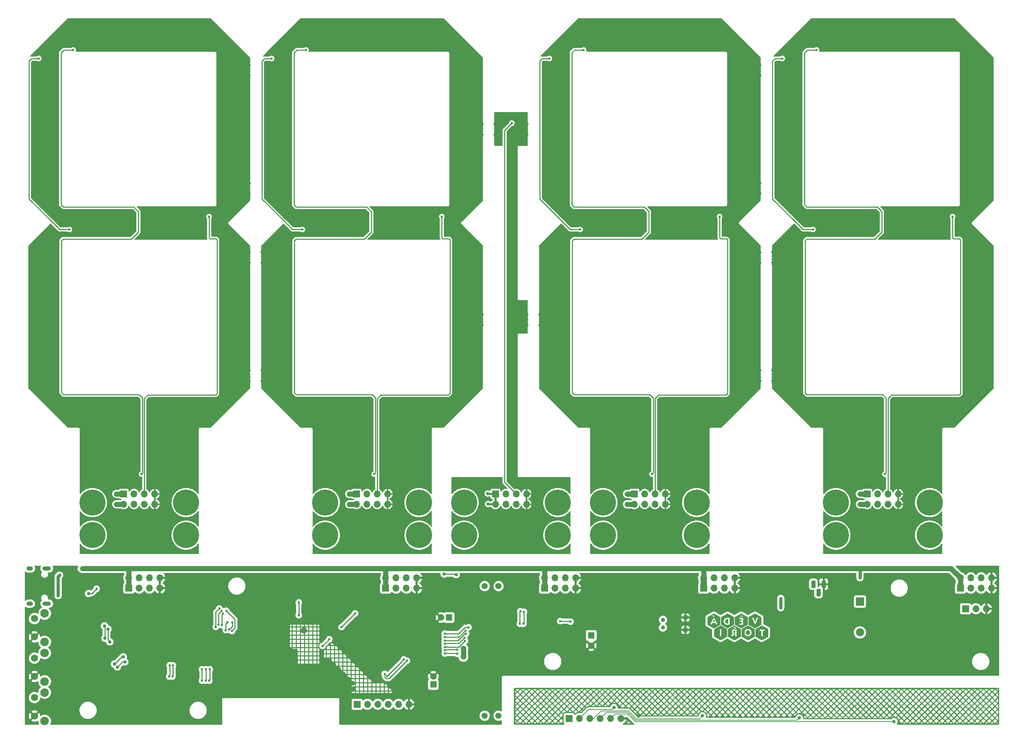
<source format=gbr>
%TF.GenerationSoftware,KiCad,Pcbnew,(6.0.1)*%
%TF.CreationDate,2022-01-22T16:00:37+01:00*%
%TF.ProjectId,Final H00 panelicad_pcb,46696e61-6c20-4483-9030-2070616e656c,rev?*%
%TF.SameCoordinates,Original*%
%TF.FileFunction,Copper,L2,Bot*%
%TF.FilePolarity,Positive*%
%FSLAX46Y46*%
G04 Gerber Fmt 4.6, Leading zero omitted, Abs format (unit mm)*
G04 Created by KiCad (PCBNEW (6.0.1)) date 2022-01-22 16:00:37*
%MOMM*%
%LPD*%
G01*
G04 APERTURE LIST*
G04 Aperture macros list*
%AMRoundRect*
0 Rectangle with rounded corners*
0 $1 Rounding radius*
0 $2 $3 $4 $5 $6 $7 $8 $9 X,Y pos of 4 corners*
0 Add a 4 corners polygon primitive as box body*
4,1,4,$2,$3,$4,$5,$6,$7,$8,$9,$2,$3,0*
0 Add four circle primitives for the rounded corners*
1,1,$1+$1,$2,$3*
1,1,$1+$1,$4,$5*
1,1,$1+$1,$6,$7*
1,1,$1+$1,$8,$9*
0 Add four rect primitives between the rounded corners*
20,1,$1+$1,$2,$3,$4,$5,0*
20,1,$1+$1,$4,$5,$6,$7,0*
20,1,$1+$1,$6,$7,$8,$9,0*
20,1,$1+$1,$8,$9,$2,$3,0*%
G04 Aperture macros list end*
%TA.AperFunction,EtchedComponent*%
%ADD10C,0.010000*%
%TD*%
%TA.AperFunction,ComponentPad*%
%ADD11C,0.800000*%
%TD*%
%TA.AperFunction,ComponentPad*%
%ADD12C,6.400000*%
%TD*%
%TA.AperFunction,ComponentPad*%
%ADD13R,1.700000X1.700000*%
%TD*%
%TA.AperFunction,ComponentPad*%
%ADD14O,1.700000X1.700000*%
%TD*%
%TA.AperFunction,ComponentPad*%
%ADD15R,1.600000X1.600000*%
%TD*%
%TA.AperFunction,ComponentPad*%
%ADD16C,1.600000*%
%TD*%
%TA.AperFunction,ComponentPad*%
%ADD17C,1.500000*%
%TD*%
%TA.AperFunction,ComponentPad*%
%ADD18C,2.100000*%
%TD*%
%TA.AperFunction,ComponentPad*%
%ADD19C,1.750000*%
%TD*%
%TA.AperFunction,ComponentPad*%
%ADD20O,2.100000X1.000000*%
%TD*%
%TA.AperFunction,ComponentPad*%
%ADD21O,1.600000X1.000000*%
%TD*%
%TA.AperFunction,ComponentPad*%
%ADD22R,2.000000X2.000000*%
%TD*%
%TA.AperFunction,ComponentPad*%
%ADD23C,2.000000*%
%TD*%
%TA.AperFunction,ComponentPad*%
%ADD24C,1.000000*%
%TD*%
%TA.AperFunction,ComponentPad*%
%ADD25R,1.000000X1.000000*%
%TD*%
%TA.AperFunction,ComponentPad*%
%ADD26R,1.100000X1.800000*%
%TD*%
%TA.AperFunction,ComponentPad*%
%ADD27RoundRect,0.275000X0.275000X0.625000X-0.275000X0.625000X-0.275000X-0.625000X0.275000X-0.625000X0*%
%TD*%
%TA.AperFunction,ViaPad*%
%ADD28C,1.000000*%
%TD*%
%TA.AperFunction,ViaPad*%
%ADD29C,0.600000*%
%TD*%
%TA.AperFunction,ViaPad*%
%ADD30C,0.800000*%
%TD*%
%TA.AperFunction,ViaPad*%
%ADD31C,1.400000*%
%TD*%
%TA.AperFunction,Conductor*%
%ADD32C,1.270000*%
%TD*%
%TA.AperFunction,Conductor*%
%ADD33C,0.762000*%
%TD*%
%TA.AperFunction,Conductor*%
%ADD34C,1.524000*%
%TD*%
%TA.AperFunction,Conductor*%
%ADD35C,0.508000*%
%TD*%
%TA.AperFunction,Conductor*%
%ADD36C,0.254000*%
%TD*%
%TA.AperFunction,Conductor*%
%ADD37C,0.127000*%
%TD*%
G04 APERTURE END LIST*
D10*
%TO.C,G2*%
X169483601Y-13824745D02*
X169477816Y-13835031D01*
X169477816Y-13835031D02*
X169468743Y-13851430D01*
X169468743Y-13851430D02*
X169456773Y-13873232D01*
X169456773Y-13873232D02*
X169442292Y-13899725D01*
X169442292Y-13899725D02*
X169425692Y-13930199D01*
X169425692Y-13930199D02*
X169407361Y-13963943D01*
X169407361Y-13963943D02*
X169387688Y-14000245D01*
X169387688Y-14000245D02*
X169383755Y-14007513D01*
X169383755Y-14007513D02*
X169363320Y-14045283D01*
X169363320Y-14045283D02*
X169343721Y-14081503D01*
X169343721Y-14081503D02*
X169325417Y-14115328D01*
X169325417Y-14115328D02*
X169308864Y-14145912D01*
X169308864Y-14145912D02*
X169294522Y-14172408D01*
X169294522Y-14172408D02*
X169282848Y-14193972D01*
X169282848Y-14193972D02*
X169274300Y-14209756D01*
X169274300Y-14209756D02*
X169269335Y-14218915D01*
X169269335Y-14218915D02*
X169269131Y-14219290D01*
X169269131Y-14219290D02*
X169255766Y-14243907D01*
X169255766Y-14243907D02*
X169714852Y-14243907D01*
X169714852Y-14243907D02*
X169704457Y-14225712D01*
X169704457Y-14225712D02*
X169700412Y-14218422D01*
X169700412Y-14218422D02*
X169692742Y-14204391D01*
X169692742Y-14204391D02*
X169681878Y-14184415D01*
X169681878Y-14184415D02*
X169668253Y-14159293D01*
X169668253Y-14159293D02*
X169652297Y-14129821D01*
X169652297Y-14129821D02*
X169634444Y-14096799D01*
X169634444Y-14096799D02*
X169615126Y-14061023D01*
X169615126Y-14061023D02*
X169594774Y-14023291D01*
X169594774Y-14023291D02*
X169590233Y-14014866D01*
X169590233Y-14014866D02*
X169570100Y-13977518D01*
X169570100Y-13977518D02*
X169551228Y-13942520D01*
X169551228Y-13942520D02*
X169533999Y-13910584D01*
X169533999Y-13910584D02*
X169518798Y-13882419D01*
X169518798Y-13882419D02*
X169506007Y-13858736D01*
X169506007Y-13858736D02*
X169496011Y-13840245D01*
X169496011Y-13840245D02*
X169489192Y-13827657D01*
X169489192Y-13827657D02*
X169485935Y-13821681D01*
X169485935Y-13821681D02*
X169485709Y-13821283D01*
X169485709Y-13821283D02*
X169483601Y-13824745D01*
X169483601Y-13824745D02*
X169483601Y-13824745D01*
G36*
X169485935Y-13821681D02*
G01*
X169489192Y-13827657D01*
X169496011Y-13840245D01*
X169506007Y-13858736D01*
X169518798Y-13882419D01*
X169533999Y-13910584D01*
X169551228Y-13942520D01*
X169570100Y-13977518D01*
X169590233Y-14014866D01*
X169594774Y-14023291D01*
X169615126Y-14061023D01*
X169634444Y-14096799D01*
X169652297Y-14129821D01*
X169668253Y-14159293D01*
X169681878Y-14184415D01*
X169692742Y-14204391D01*
X169700412Y-14218422D01*
X169704457Y-14225712D01*
X169714852Y-14243907D01*
X169255766Y-14243907D01*
X169269131Y-14219290D01*
X169269335Y-14218915D01*
X169274300Y-14209756D01*
X169282848Y-14193972D01*
X169294522Y-14172408D01*
X169308864Y-14145912D01*
X169325417Y-14115328D01*
X169343721Y-14081503D01*
X169363320Y-14045283D01*
X169383755Y-14007513D01*
X169387688Y-14000245D01*
X169407361Y-13963943D01*
X169425692Y-13930199D01*
X169442292Y-13899725D01*
X169456773Y-13873232D01*
X169468743Y-13851430D01*
X169477816Y-13835031D01*
X169483601Y-13824745D01*
X169485709Y-13821283D01*
X169485935Y-13821681D01*
G37*
X169485935Y-13821681D02*
X169489192Y-13827657D01*
X169496011Y-13840245D01*
X169506007Y-13858736D01*
X169518798Y-13882419D01*
X169533999Y-13910584D01*
X169551228Y-13942520D01*
X169570100Y-13977518D01*
X169590233Y-14014866D01*
X169594774Y-14023291D01*
X169615126Y-14061023D01*
X169634444Y-14096799D01*
X169652297Y-14129821D01*
X169668253Y-14159293D01*
X169681878Y-14184415D01*
X169692742Y-14204391D01*
X169700412Y-14218422D01*
X169704457Y-14225712D01*
X169714852Y-14243907D01*
X169255766Y-14243907D01*
X169269131Y-14219290D01*
X169269335Y-14218915D01*
X169274300Y-14209756D01*
X169282848Y-14193972D01*
X169294522Y-14172408D01*
X169308864Y-14145912D01*
X169325417Y-14115328D01*
X169343721Y-14081503D01*
X169363320Y-14045283D01*
X169383755Y-14007513D01*
X169387688Y-14000245D01*
X169407361Y-13963943D01*
X169425692Y-13930199D01*
X169442292Y-13899725D01*
X169456773Y-13873232D01*
X169468743Y-13851430D01*
X169477816Y-13835031D01*
X169483601Y-13824745D01*
X169485709Y-13821283D01*
X169485935Y-13821681D01*
X169472608Y-12250252D02*
X169462817Y-12253214D01*
X169462817Y-12253214D02*
X169452380Y-12258749D01*
X169452380Y-12258749D02*
X169451201Y-12259462D01*
X169451201Y-12259462D02*
X169438647Y-12266777D01*
X169438647Y-12266777D02*
X169422025Y-12276039D01*
X169422025Y-12276039D02*
X169404875Y-12285275D01*
X169404875Y-12285275D02*
X169404454Y-12285497D01*
X169404454Y-12285497D02*
X169389465Y-12293748D01*
X169389465Y-12293748D02*
X169377001Y-12301247D01*
X169377001Y-12301247D02*
X169369431Y-12306557D01*
X169369431Y-12306557D02*
X169368829Y-12307110D01*
X169368829Y-12307110D02*
X169362083Y-12312126D01*
X169362083Y-12312126D02*
X169359001Y-12313113D01*
X169359001Y-12313113D02*
X169353964Y-12315213D01*
X169353964Y-12315213D02*
X169343342Y-12320890D01*
X169343342Y-12320890D02*
X169328827Y-12329210D01*
X169328827Y-12329210D02*
X169316303Y-12336685D01*
X169316303Y-12336685D02*
X169297246Y-12348007D01*
X169297246Y-12348007D02*
X169278138Y-12358968D01*
X169278138Y-12358968D02*
X169261851Y-12367936D01*
X169261851Y-12367936D02*
X169255146Y-12371422D01*
X169255146Y-12371422D02*
X169241762Y-12378521D01*
X169241762Y-12378521D02*
X169230899Y-12384974D01*
X169230899Y-12384974D02*
X169226441Y-12388147D01*
X169226441Y-12388147D02*
X169219315Y-12393077D01*
X169219315Y-12393077D02*
X169207432Y-12400155D01*
X169207432Y-12400155D02*
X169196473Y-12406180D01*
X169196473Y-12406180D02*
X169182218Y-12413981D01*
X169182218Y-12413981D02*
X169163667Y-12424475D01*
X169163667Y-12424475D02*
X169143856Y-12435937D01*
X169143856Y-12435937D02*
X169134396Y-12441508D01*
X169134396Y-12441508D02*
X169113572Y-12453726D01*
X169113572Y-12453726D02*
X169091023Y-12466743D01*
X169091023Y-12466743D02*
X169070525Y-12478386D01*
X169070525Y-12478386D02*
X169063757Y-12482165D01*
X169063757Y-12482165D02*
X169045545Y-12492386D01*
X169045545Y-12492386D02*
X169023512Y-12504934D01*
X169023512Y-12504934D02*
X169001208Y-12517779D01*
X169001208Y-12517779D02*
X168990978Y-12523730D01*
X168990978Y-12523730D02*
X168952650Y-12546108D01*
X168952650Y-12546108D02*
X168921244Y-12564413D01*
X168921244Y-12564413D02*
X168896297Y-12578911D01*
X168896297Y-12578911D02*
X168877351Y-12589867D01*
X168877351Y-12589867D02*
X168863944Y-12597547D01*
X168863944Y-12597547D02*
X168855616Y-12602218D01*
X168855616Y-12602218D02*
X168851907Y-12604146D01*
X168851907Y-12604146D02*
X168851640Y-12604231D01*
X168851640Y-12604231D02*
X168847668Y-12606264D01*
X168847668Y-12606264D02*
X168838056Y-12611712D01*
X168838056Y-12611712D02*
X168824513Y-12619597D01*
X168824513Y-12619597D02*
X168816875Y-12624105D01*
X168816875Y-12624105D02*
X168800375Y-12633823D01*
X168800375Y-12633823D02*
X168779002Y-12646319D01*
X168779002Y-12646319D02*
X168755309Y-12660108D01*
X168755309Y-12660108D02*
X168731846Y-12673700D01*
X168731846Y-12673700D02*
X168727688Y-12676102D01*
X168727688Y-12676102D02*
X168705530Y-12688896D01*
X168705530Y-12688896D02*
X168683598Y-12701572D01*
X168683598Y-12701572D02*
X168664094Y-12712854D01*
X168664094Y-12712854D02*
X168649222Y-12721469D01*
X168649222Y-12721469D02*
X168646346Y-12723138D01*
X168646346Y-12723138D02*
X168628478Y-12733394D01*
X168628478Y-12733394D02*
X168609224Y-12744267D01*
X168609224Y-12744267D02*
X168597113Y-12750996D01*
X168597113Y-12750996D02*
X168582593Y-12759199D01*
X168582593Y-12759199D02*
X168569575Y-12766929D01*
X168569575Y-12766929D02*
X168562864Y-12771197D01*
X168562864Y-12771197D02*
X168554448Y-12776455D01*
X168554448Y-12776455D02*
X168540837Y-12784482D01*
X168540837Y-12784482D02*
X168524342Y-12793928D01*
X168524342Y-12793928D02*
X168515772Y-12798739D01*
X168515772Y-12798739D02*
X168501526Y-12806697D01*
X168501526Y-12806697D02*
X168488045Y-12814275D01*
X168488045Y-12814275D02*
X168474101Y-12822175D01*
X168474101Y-12822175D02*
X168458465Y-12831100D01*
X168458465Y-12831100D02*
X168439907Y-12841753D01*
X168439907Y-12841753D02*
X168417199Y-12854837D01*
X168417199Y-12854837D02*
X168389112Y-12871055D01*
X168389112Y-12871055D02*
X168367350Y-12883633D01*
X168367350Y-12883633D02*
X168345943Y-12895921D01*
X168345943Y-12895921D02*
X168325573Y-12907456D01*
X168325573Y-12907456D02*
X168308127Y-12917180D01*
X168308127Y-12917180D02*
X168295493Y-12924036D01*
X168295493Y-12924036D02*
X168292430Y-12925627D01*
X168292430Y-12925627D02*
X168281149Y-12931678D01*
X168281149Y-12931678D02*
X168273437Y-12936430D01*
X168273437Y-12936430D02*
X168271747Y-12937848D01*
X168271747Y-12937848D02*
X168267625Y-12940648D01*
X168267625Y-12940648D02*
X168257499Y-12946814D01*
X168257499Y-12946814D02*
X168242819Y-12955504D01*
X168242819Y-12955504D02*
X168225040Y-12965876D01*
X168225040Y-12965876D02*
X168205612Y-12977089D01*
X168205612Y-12977089D02*
X168185988Y-12988302D01*
X168185988Y-12988302D02*
X168167620Y-12998671D01*
X168167620Y-12998671D02*
X168151961Y-13007355D01*
X168151961Y-13007355D02*
X168149734Y-13008570D01*
X168149734Y-13008570D02*
X168139489Y-13014458D01*
X168139489Y-13014458D02*
X168130469Y-13019950D01*
X168130469Y-13019950D02*
X168122330Y-13024816D01*
X168122330Y-13024816D02*
X168108810Y-13032643D01*
X168108810Y-13032643D02*
X168092010Y-13042223D01*
X168092010Y-13042223D02*
X168079095Y-13049508D01*
X168079095Y-13049508D02*
X168057740Y-13061640D01*
X168057740Y-13061640D02*
X168032725Y-13076067D01*
X168032725Y-13076067D02*
X168007723Y-13090662D01*
X168007723Y-13090662D02*
X167992873Y-13099437D01*
X167992873Y-13099437D02*
X167975035Y-13109829D01*
X167975035Y-13109829D02*
X167959666Y-13118377D01*
X167959666Y-13118377D02*
X167948353Y-13124227D01*
X167948353Y-13124227D02*
X167942683Y-13126523D01*
X167942683Y-13126523D02*
X167942570Y-13126530D01*
X167942570Y-13126530D02*
X167941981Y-13129086D01*
X167941981Y-13129086D02*
X167941436Y-13136894D01*
X167941436Y-13136894D02*
X167940935Y-13150159D01*
X167940935Y-13150159D02*
X167940475Y-13169089D01*
X167940475Y-13169089D02*
X167940056Y-13193890D01*
X167940056Y-13193890D02*
X167939677Y-13224769D01*
X167939677Y-13224769D02*
X167939337Y-13261933D01*
X167939337Y-13261933D02*
X167939034Y-13305588D01*
X167939034Y-13305588D02*
X167938768Y-13355941D01*
X167938768Y-13355941D02*
X167938536Y-13413198D01*
X167938536Y-13413198D02*
X167938340Y-13477567D01*
X167938340Y-13477567D02*
X167938176Y-13549254D01*
X167938176Y-13549254D02*
X167938045Y-13628466D01*
X167938045Y-13628466D02*
X167937944Y-13715409D01*
X167937944Y-13715409D02*
X167937874Y-13810290D01*
X167937874Y-13810290D02*
X167937832Y-13913316D01*
X167937832Y-13913316D02*
X167937818Y-14024694D01*
X167937818Y-14024694D02*
X167937818Y-14927303D01*
X167937818Y-14927303D02*
X167951731Y-14934377D01*
X167951731Y-14934377D02*
X167963490Y-14940710D01*
X167963490Y-14940710D02*
X167978339Y-14949168D01*
X167978339Y-14949168D02*
X167987051Y-14954316D01*
X167987051Y-14954316D02*
X168003458Y-14963871D01*
X168003458Y-14963871D02*
X168022167Y-14974334D01*
X168022167Y-14974334D02*
X168032584Y-14979959D01*
X168032584Y-14979959D02*
X168049514Y-14989413D01*
X168049514Y-14989413D02*
X168066893Y-14999870D01*
X168066893Y-14999870D02*
X168076016Y-15005764D01*
X168076016Y-15005764D02*
X168087325Y-15013017D01*
X168087325Y-15013017D02*
X168095780Y-15017747D01*
X168095780Y-15017747D02*
X168098622Y-15018793D01*
X168098622Y-15018793D02*
X168103563Y-15020897D01*
X168103563Y-15020897D02*
X168113821Y-15026495D01*
X168113821Y-15026495D02*
X168127468Y-15034518D01*
X168127468Y-15034518D02*
X168132250Y-15037432D01*
X168132250Y-15037432D02*
X168149482Y-15047804D01*
X168149482Y-15047804D02*
X168166754Y-15057841D01*
X168166754Y-15057841D02*
X168180621Y-15065547D01*
X168180621Y-15065547D02*
X168181843Y-15066194D01*
X168181843Y-15066194D02*
X168194396Y-15073104D01*
X168194396Y-15073104D02*
X168204456Y-15079187D01*
X168204456Y-15079187D02*
X168207530Y-15081325D01*
X168207530Y-15081325D02*
X168214686Y-15085906D01*
X168214686Y-15085906D02*
X168226621Y-15092621D01*
X168226621Y-15092621D02*
X168237498Y-15098341D01*
X168237498Y-15098341D02*
X168252817Y-15106682D01*
X168252817Y-15106682D02*
X168267141Y-15115347D01*
X168267141Y-15115347D02*
X168274291Y-15120225D01*
X168274291Y-15120225D02*
X168283561Y-15126592D01*
X168283561Y-15126592D02*
X168289874Y-15129949D01*
X168289874Y-15129949D02*
X168290623Y-15130103D01*
X168290623Y-15130103D02*
X168295244Y-15132167D01*
X168295244Y-15132167D02*
X168305783Y-15137828D01*
X168305783Y-15137828D02*
X168320808Y-15146289D01*
X168320808Y-15146289D02*
X168338885Y-15156755D01*
X168338885Y-15156755D02*
X168344526Y-15160071D01*
X168344526Y-15160071D02*
X168363231Y-15170973D01*
X168363231Y-15170973D02*
X168379307Y-15180102D01*
X168379307Y-15180102D02*
X168391321Y-15186662D01*
X168391321Y-15186662D02*
X168397838Y-15189856D01*
X168397838Y-15189856D02*
X168398496Y-15190039D01*
X168398496Y-15190039D02*
X168403925Y-15192573D01*
X168403925Y-15192573D02*
X168408406Y-15196030D01*
X168408406Y-15196030D02*
X168415319Y-15200863D01*
X168415319Y-15200863D02*
X168427438Y-15208184D01*
X168427438Y-15208184D02*
X168442362Y-15216550D01*
X168442362Y-15216550D02*
X168445133Y-15218042D01*
X168445133Y-15218042D02*
X168459487Y-15225914D01*
X168459487Y-15225914D02*
X168470694Y-15232432D01*
X168470694Y-15232432D02*
X168476769Y-15236431D01*
X168476769Y-15236431D02*
X168477241Y-15236885D01*
X168477241Y-15236885D02*
X168481927Y-15240198D01*
X168481927Y-15240198D02*
X168491952Y-15245965D01*
X168491952Y-15245965D02*
X168502928Y-15251787D01*
X168502928Y-15251787D02*
X168518050Y-15259869D01*
X168518050Y-15259869D02*
X168538163Y-15271062D01*
X168538163Y-15271062D02*
X168560939Y-15284030D01*
X168560939Y-15284030D02*
X168584054Y-15297435D01*
X168584054Y-15297435D02*
X168605181Y-15309940D01*
X168605181Y-15309940D02*
X168621996Y-15320207D01*
X168621996Y-15320207D02*
X168622800Y-15320712D01*
X168622800Y-15320712D02*
X168635504Y-15328411D01*
X168635504Y-15328411D02*
X168651107Y-15337475D01*
X168651107Y-15337475D02*
X168659190Y-15342027D01*
X168659190Y-15342027D02*
X168671960Y-15349183D01*
X168671960Y-15349183D02*
X168689535Y-15359119D01*
X168689535Y-15359119D02*
X168709296Y-15370352D01*
X168709296Y-15370352D02*
X168723407Y-15378409D01*
X168723407Y-15378409D02*
X168743119Y-15389656D01*
X168743119Y-15389656D02*
X168762532Y-15400675D01*
X168762532Y-15400675D02*
X168779026Y-15409982D01*
X168779026Y-15409982D02*
X168787624Y-15414790D01*
X168787624Y-15414790D02*
X168802858Y-15423469D01*
X168802858Y-15423469D02*
X168817720Y-15432286D01*
X168817720Y-15432286D02*
X168824014Y-15436179D01*
X168824014Y-15436179D02*
X168832724Y-15441451D01*
X168832724Y-15441451D02*
X168847298Y-15449999D01*
X168847298Y-15449999D02*
X168866136Y-15460904D01*
X168866136Y-15460904D02*
X168887636Y-15473248D01*
X168887636Y-15473248D02*
X168910199Y-15486111D01*
X168910199Y-15486111D02*
X168932224Y-15498573D01*
X168932224Y-15498573D02*
X168950307Y-15508711D01*
X168950307Y-15508711D02*
X168958988Y-15513861D01*
X168958988Y-15513861D02*
X168971123Y-15521411D01*
X168971123Y-15521411D02*
X168976979Y-15525148D01*
X168976979Y-15525148D02*
X168988033Y-15531869D01*
X168988033Y-15531869D02*
X168996151Y-15536084D01*
X168996151Y-15536084D02*
X168998442Y-15536811D01*
X168998442Y-15536811D02*
X169003502Y-15539038D01*
X169003502Y-15539038D02*
X169013324Y-15544835D01*
X169013324Y-15544835D02*
X169024045Y-15551795D01*
X169024045Y-15551795D02*
X169036045Y-15559613D01*
X169036045Y-15559613D02*
X169045112Y-15565035D01*
X169045112Y-15565035D02*
X169048935Y-15566779D01*
X169048935Y-15566779D02*
X169053191Y-15568781D01*
X169053191Y-15568781D02*
X169063265Y-15574190D01*
X169063265Y-15574190D02*
X169077574Y-15582107D01*
X169077574Y-15582107D02*
X169094535Y-15591634D01*
X169094535Y-15591634D02*
X169112562Y-15601874D01*
X169112562Y-15601874D02*
X169130074Y-15611928D01*
X169130074Y-15611928D02*
X169145486Y-15620899D01*
X169145486Y-15620899D02*
X169157215Y-15627888D01*
X169157215Y-15627888D02*
X169162224Y-15631015D01*
X169162224Y-15631015D02*
X169169494Y-15635284D01*
X169169494Y-15635284D02*
X169181278Y-15641758D01*
X169181278Y-15641758D02*
X169190051Y-15646421D01*
X169190051Y-15646421D02*
X169205072Y-15654873D01*
X169205072Y-15654873D02*
X169219313Y-15663812D01*
X169219313Y-15663812D02*
X169225085Y-15667865D01*
X169225085Y-15667865D02*
X169234346Y-15674358D01*
X169234346Y-15674358D02*
X169240548Y-15677880D01*
X169240548Y-15677880D02*
X169241358Y-15678089D01*
X169241358Y-15678089D02*
X169245728Y-15680147D01*
X169245728Y-15680147D02*
X169256258Y-15685865D01*
X169256258Y-15685865D02*
X169271728Y-15694559D01*
X169271728Y-15694559D02*
X169290921Y-15705545D01*
X169290921Y-15705545D02*
X169311212Y-15717317D01*
X169311212Y-15717317D02*
X169335145Y-15731213D01*
X169335145Y-15731213D02*
X169358746Y-15744783D01*
X169358746Y-15744783D02*
X169380121Y-15756949D01*
X169380121Y-15756949D02*
X169397381Y-15766633D01*
X169397381Y-15766633D02*
X169406249Y-15771491D01*
X169406249Y-15771491D02*
X169422793Y-15780585D01*
X169422793Y-15780585D02*
X169438774Y-15789714D01*
X169438774Y-15789714D02*
X169450045Y-15796479D01*
X169450045Y-15796479D02*
X169466100Y-15803453D01*
X169466100Y-15803453D02*
X169483585Y-15806267D01*
X169483585Y-15806267D02*
X169499108Y-15804569D01*
X169499108Y-15804569D02*
X169504715Y-15802141D01*
X169504715Y-15802141D02*
X169516707Y-15795020D01*
X169516707Y-15795020D02*
X169533943Y-15784944D01*
X169533943Y-15784944D02*
X169554792Y-15772850D01*
X169554792Y-15772850D02*
X169577625Y-15759674D01*
X169577625Y-15759674D02*
X169600811Y-15746353D01*
X169600811Y-15746353D02*
X169622721Y-15733825D01*
X169622721Y-15733825D02*
X169641724Y-15723027D01*
X169641724Y-15723027D02*
X169656190Y-15714894D01*
X169656190Y-15714894D02*
X169663117Y-15711090D01*
X169663117Y-15711090D02*
X169676226Y-15703910D01*
X169676226Y-15703910D02*
X169686456Y-15698016D01*
X169686456Y-15698016D02*
X169690944Y-15695137D01*
X169690944Y-15695137D02*
X169695726Y-15692144D01*
X169695726Y-15692144D02*
X169706793Y-15685568D01*
X169706793Y-15685568D02*
X169722996Y-15676075D01*
X169722996Y-15676075D02*
X169743187Y-15664330D01*
X169743187Y-15664330D02*
X169766217Y-15650999D01*
X169766217Y-15650999D02*
X169790937Y-15636745D01*
X169790937Y-15636745D02*
X169816196Y-15622235D01*
X169816196Y-15622235D02*
X169840848Y-15608134D01*
X169840848Y-15608134D02*
X169863742Y-15595106D01*
X169863742Y-15595106D02*
X169864330Y-15594772D01*
X169864330Y-15594772D02*
X169879633Y-15586046D01*
X169879633Y-15586046D02*
X169894285Y-15577615D01*
X169894285Y-15577615D02*
X169902165Y-15573029D01*
X169902165Y-15573029D02*
X169911319Y-15567653D01*
X169911319Y-15567653D02*
X169925904Y-15559088D01*
X169925904Y-15559088D02*
X169943967Y-15548479D01*
X169943967Y-15548479D02*
X169963555Y-15536975D01*
X169963555Y-15536975D02*
X169964994Y-15536130D01*
X169964994Y-15536130D02*
X169983916Y-15525194D01*
X169983916Y-15525194D02*
X170000832Y-15515742D01*
X170000832Y-15515742D02*
X170014039Y-15508703D01*
X170014039Y-15508703D02*
X170021836Y-15505006D01*
X170021836Y-15505006D02*
X170022389Y-15504812D01*
X170022389Y-15504812D02*
X170032266Y-15500039D01*
X170032266Y-15500039D02*
X170036621Y-15496707D01*
X170036621Y-15496707D02*
X170043097Y-15491896D01*
X170043097Y-15491896D02*
X170054443Y-15484786D01*
X170054443Y-15484786D02*
X170065544Y-15478408D01*
X170065544Y-15478408D02*
X170077648Y-15471668D01*
X170077648Y-15471668D02*
X170090984Y-15464117D01*
X170090984Y-15464117D02*
X170107006Y-15454920D01*
X170107006Y-15454920D02*
X170127166Y-15443241D01*
X170127166Y-15443241D02*
X170152920Y-15428245D01*
X170152920Y-15428245D02*
X170159729Y-15424273D01*
X170159729Y-15424273D02*
X170170422Y-15418142D01*
X170170422Y-15418142D02*
X170185828Y-15409441D01*
X170185828Y-15409441D02*
X170203167Y-15399739D01*
X170203167Y-15399739D02*
X170208962Y-15396516D01*
X170208962Y-15396516D02*
X170224933Y-15387494D01*
X170224933Y-15387494D02*
X170238522Y-15379534D01*
X170238522Y-15379534D02*
X170247618Y-15373885D01*
X170247618Y-15373885D02*
X170249633Y-15372468D01*
X170249633Y-15372468D02*
X170257108Y-15367566D01*
X170257108Y-15367566D02*
X170268817Y-15360819D01*
X170268817Y-15360819D02*
X170275320Y-15357316D01*
X170275320Y-15357316D02*
X170287948Y-15350408D01*
X170287948Y-15350408D02*
X170304895Y-15340776D01*
X170304895Y-15340776D02*
X170323157Y-15330134D01*
X170323157Y-15330134D02*
X170329429Y-15326413D01*
X170329429Y-15326413D02*
X170344971Y-15317391D01*
X170344971Y-15317391D02*
X170357901Y-15310346D01*
X170357901Y-15310346D02*
X170366375Y-15306260D01*
X170366375Y-15306260D02*
X170368452Y-15305630D01*
X170368452Y-15305630D02*
X170374493Y-15303195D01*
X170374493Y-15303195D02*
X170383171Y-15297339D01*
X170383171Y-15297339D02*
X170383213Y-15297306D01*
X170383213Y-15297306D02*
X170392596Y-15290864D01*
X170392596Y-15290864D02*
X170406348Y-15282488D01*
X170406348Y-15282488D02*
X170419110Y-15275300D01*
X170419110Y-15275300D02*
X170433192Y-15267374D01*
X170433192Y-15267374D02*
X170444900Y-15260224D01*
X170444900Y-15260224D02*
X170451184Y-15255796D01*
X170451184Y-15255796D02*
X170458099Y-15251025D01*
X170458099Y-15251025D02*
X170461151Y-15249975D01*
X170461151Y-15249975D02*
X170465810Y-15247913D01*
X170465810Y-15247913D02*
X170476407Y-15242252D01*
X170476407Y-15242252D02*
X170491524Y-15233776D01*
X170491524Y-15233776D02*
X170509743Y-15223271D01*
X170509743Y-15223271D02*
X170516469Y-15219332D01*
X170516469Y-15219332D02*
X170538333Y-15206513D01*
X170538333Y-15206513D02*
X170560371Y-15193657D01*
X170560371Y-15193657D02*
X170580151Y-15182180D01*
X170580151Y-15182180D02*
X170595237Y-15173497D01*
X170595237Y-15173497D02*
X170596405Y-15172831D01*
X170596405Y-15172831D02*
X170612581Y-15163584D01*
X170612581Y-15163584D02*
X170628036Y-15154702D01*
X170628036Y-15154702D02*
X170639217Y-15148228D01*
X170639217Y-15148228D02*
X170648018Y-15143142D01*
X170648018Y-15143142D02*
X170662616Y-15134762D01*
X170662616Y-15134762D02*
X170681367Y-15124029D01*
X170681367Y-15124029D02*
X170702626Y-15111885D01*
X170702626Y-15111885D02*
X170716277Y-15104099D01*
X170716277Y-15104099D02*
X170738487Y-15091404D01*
X170738487Y-15091404D02*
X170759409Y-15079382D01*
X170759409Y-15079382D02*
X170777332Y-15069021D01*
X170777332Y-15069021D02*
X170790544Y-15061309D01*
X170790544Y-15061309D02*
X170795478Y-15058377D01*
X170795478Y-15058377D02*
X170812134Y-15048439D01*
X170812134Y-15048439D02*
X170832449Y-15036490D01*
X170832449Y-15036490D02*
X170854308Y-15023756D01*
X170854308Y-15023756D02*
X170875594Y-15011463D01*
X170875594Y-15011463D02*
X170894191Y-15000838D01*
X170894191Y-15000838D02*
X170907983Y-14993106D01*
X170907983Y-14993106D02*
X170910049Y-14991977D01*
X170910049Y-14991977D02*
X170925525Y-14983173D01*
X170925525Y-14983173D02*
X170941952Y-14973247D01*
X170941952Y-14973247D02*
X170946303Y-14970494D01*
X170946303Y-14970494D02*
X170957135Y-14963811D01*
X170957135Y-14963811D02*
X170964782Y-14959602D01*
X170964782Y-14959602D02*
X170966770Y-14958857D01*
X170966770Y-14958857D02*
X170971295Y-14956811D01*
X170971295Y-14956811D02*
X170981238Y-14951371D01*
X170981238Y-14951371D02*
X170994697Y-14943591D01*
X170994697Y-14943591D02*
X170998963Y-14941060D01*
X170998963Y-14941060D02*
X171028800Y-14923263D01*
X171028800Y-14923263D02*
X171028800Y-14858523D01*
X171028800Y-14858523D02*
X170425001Y-14858523D01*
X170425001Y-14858523D02*
X170420998Y-14860127D01*
X170420998Y-14860127D02*
X170409585Y-14863268D01*
X170409585Y-14863268D02*
X170391730Y-14867732D01*
X170391730Y-14867732D02*
X170368405Y-14873308D01*
X170368405Y-14873308D02*
X170340579Y-14879780D01*
X170340579Y-14879780D02*
X170309222Y-14886937D01*
X170309222Y-14886937D02*
X170275305Y-14894564D01*
X170275305Y-14894564D02*
X170239799Y-14902449D01*
X170239799Y-14902449D02*
X170203672Y-14910378D01*
X170203672Y-14910378D02*
X170167896Y-14918139D01*
X170167896Y-14918139D02*
X170133441Y-14925516D01*
X170133441Y-14925516D02*
X170101276Y-14932299D01*
X170101276Y-14932299D02*
X170072372Y-14938272D01*
X170072372Y-14938272D02*
X170047700Y-14943223D01*
X170047700Y-14943223D02*
X170028229Y-14946939D01*
X170028229Y-14946939D02*
X170014930Y-14949206D01*
X170014930Y-14949206D02*
X170009639Y-14949826D01*
X170009639Y-14949826D02*
X170006959Y-14949580D01*
X170006959Y-14949580D02*
X170004161Y-14948181D01*
X170004161Y-14948181D02*
X170000907Y-14944990D01*
X170000907Y-14944990D02*
X169996859Y-14939368D01*
X169996859Y-14939368D02*
X169991677Y-14930676D01*
X169991677Y-14930676D02*
X169985024Y-14918273D01*
X169985024Y-14918273D02*
X169976559Y-14901521D01*
X169976559Y-14901521D02*
X169965946Y-14879780D01*
X169965946Y-14879780D02*
X169952844Y-14852410D01*
X169952844Y-14852410D02*
X169936915Y-14818774D01*
X169936915Y-14818774D02*
X169917820Y-14778230D01*
X169917820Y-14778230D02*
X169910658Y-14762995D01*
X169910658Y-14762995D02*
X169822629Y-14575695D01*
X169822629Y-14575695D02*
X169489215Y-14574668D01*
X169489215Y-14574668D02*
X169155802Y-14573640D01*
X169155802Y-14573640D02*
X169066187Y-14761968D01*
X169066187Y-14761968D02*
X169042808Y-14810853D01*
X169042808Y-14810853D02*
X169022828Y-14852098D01*
X169022828Y-14852098D02*
X169006156Y-14885878D01*
X169006156Y-14885878D02*
X168992701Y-14912373D01*
X168992701Y-14912373D02*
X168982372Y-14931760D01*
X168982372Y-14931760D02*
X168975078Y-14944217D01*
X168975078Y-14944217D02*
X168970728Y-14949921D01*
X168970728Y-14949921D02*
X168969861Y-14950356D01*
X168969861Y-14950356D02*
X168964473Y-14949541D01*
X168964473Y-14949541D02*
X168951507Y-14947178D01*
X168951507Y-14947178D02*
X168931776Y-14943426D01*
X168931776Y-14943426D02*
X168906093Y-14938445D01*
X168906093Y-14938445D02*
X168875270Y-14932393D01*
X168875270Y-14932393D02*
X168840120Y-14925428D01*
X168840120Y-14925428D02*
X168801456Y-14917711D01*
X168801456Y-14917711D02*
X168760090Y-14909401D01*
X168760090Y-14909401D02*
X168745768Y-14906511D01*
X168745768Y-14906511D02*
X168691443Y-14895441D01*
X168691443Y-14895441D02*
X168644737Y-14885715D01*
X168644737Y-14885715D02*
X168605778Y-14877362D01*
X168605778Y-14877362D02*
X168574692Y-14870411D01*
X168574692Y-14870411D02*
X168551606Y-14864891D01*
X168551606Y-14864891D02*
X168536649Y-14860829D01*
X168536649Y-14860829D02*
X168529946Y-14858256D01*
X168529946Y-14858256D02*
X168529570Y-14857726D01*
X168529570Y-14857726D02*
X168531690Y-14853562D01*
X168531690Y-14853562D02*
X168537708Y-14842203D01*
X168537708Y-14842203D02*
X168547445Y-14823982D01*
X168547445Y-14823982D02*
X168560720Y-14799231D01*
X168560720Y-14799231D02*
X168577355Y-14768285D01*
X168577355Y-14768285D02*
X168597168Y-14731476D01*
X168597168Y-14731476D02*
X168619981Y-14689139D01*
X168619981Y-14689139D02*
X168645613Y-14641605D01*
X168645613Y-14641605D02*
X168673885Y-14589208D01*
X168673885Y-14589208D02*
X168704616Y-14532282D01*
X168704616Y-14532282D02*
X168737628Y-14471159D01*
X168737628Y-14471159D02*
X168772739Y-14406174D01*
X168772739Y-14406174D02*
X168809771Y-14337658D01*
X168809771Y-14337658D02*
X168848543Y-14265946D01*
X168848543Y-14265946D02*
X168888876Y-14191371D01*
X168888876Y-14191371D02*
X168930589Y-14114265D01*
X168930589Y-14114265D02*
X168973504Y-14034962D01*
X168973504Y-14034962D02*
X169003821Y-13978951D01*
X169003821Y-13978951D02*
X169063695Y-13868398D01*
X169063695Y-13868398D02*
X169119592Y-13765298D01*
X169119592Y-13765298D02*
X169171508Y-13669657D01*
X169171508Y-13669657D02*
X169219439Y-13581483D01*
X169219439Y-13581483D02*
X169263380Y-13500782D01*
X169263380Y-13500782D02*
X169303330Y-13427561D01*
X169303330Y-13427561D02*
X169339282Y-13361829D01*
X169339282Y-13361829D02*
X169371235Y-13303591D01*
X169371235Y-13303591D02*
X169399182Y-13252855D01*
X169399182Y-13252855D02*
X169423122Y-13209628D01*
X169423122Y-13209628D02*
X169443049Y-13173917D01*
X169443049Y-13173917D02*
X169458961Y-13145728D01*
X169458961Y-13145728D02*
X169470852Y-13125071D01*
X169470852Y-13125071D02*
X169478720Y-13111950D01*
X169478720Y-13111950D02*
X169482560Y-13106373D01*
X169482560Y-13106373D02*
X169482896Y-13106160D01*
X169482896Y-13106160D02*
X169485330Y-13109951D01*
X169485330Y-13109951D02*
X169491583Y-13120887D01*
X169491583Y-13120887D02*
X169501438Y-13138564D01*
X169501438Y-13138564D02*
X169514677Y-13162576D01*
X169514677Y-13162576D02*
X169531083Y-13192518D01*
X169531083Y-13192518D02*
X169550438Y-13227987D01*
X169550438Y-13227987D02*
X169572523Y-13268575D01*
X169572523Y-13268575D02*
X169597122Y-13313879D01*
X169597122Y-13313879D02*
X169624016Y-13363493D01*
X169624016Y-13363493D02*
X169652988Y-13417012D01*
X169652988Y-13417012D02*
X169683820Y-13474032D01*
X169683820Y-13474032D02*
X169716294Y-13534147D01*
X169716294Y-13534147D02*
X169750192Y-13596952D01*
X169750192Y-13596952D02*
X169785297Y-13662042D01*
X169785297Y-13662042D02*
X169821391Y-13729013D01*
X169821391Y-13729013D02*
X169858256Y-13797458D01*
X169858256Y-13797458D02*
X169895675Y-13866974D01*
X169895675Y-13866974D02*
X169933429Y-13937154D01*
X169933429Y-13937154D02*
X169971301Y-14007594D01*
X169971301Y-14007594D02*
X170009074Y-14077890D01*
X170009074Y-14077890D02*
X170046529Y-14147635D01*
X170046529Y-14147635D02*
X170083448Y-14216425D01*
X170083448Y-14216425D02*
X170119614Y-14283855D01*
X170119614Y-14283855D02*
X170154810Y-14349520D01*
X170154810Y-14349520D02*
X170188817Y-14413015D01*
X170188817Y-14413015D02*
X170221417Y-14473934D01*
X170221417Y-14473934D02*
X170252393Y-14531873D01*
X170252393Y-14531873D02*
X170281528Y-14586427D01*
X170281528Y-14586427D02*
X170308603Y-14637190D01*
X170308603Y-14637190D02*
X170333400Y-14683758D01*
X170333400Y-14683758D02*
X170355702Y-14725726D01*
X170355702Y-14725726D02*
X170375292Y-14762688D01*
X170375292Y-14762688D02*
X170391951Y-14794239D01*
X170391951Y-14794239D02*
X170405461Y-14819975D01*
X170405461Y-14819975D02*
X170415605Y-14839491D01*
X170415605Y-14839491D02*
X170422166Y-14852381D01*
X170422166Y-14852381D02*
X170424924Y-14858240D01*
X170424924Y-14858240D02*
X170425001Y-14858523D01*
X170425001Y-14858523D02*
X171028800Y-14858523D01*
X171028800Y-14858523D02*
X171028800Y-13135698D01*
X171028800Y-13135698D02*
X171009046Y-13122366D01*
X171009046Y-13122366D02*
X170993691Y-13112614D01*
X170993691Y-13112614D02*
X170975699Y-13102034D01*
X170975699Y-13102034D02*
X170965164Y-13096236D01*
X170965164Y-13096236D02*
X170952560Y-13089337D01*
X170952560Y-13089337D02*
X170934705Y-13079281D01*
X170934705Y-13079281D02*
X170913717Y-13067275D01*
X170913717Y-13067275D02*
X170891714Y-13054524D01*
X170891714Y-13054524D02*
X170885382Y-13050821D01*
X170885382Y-13050821D02*
X170864737Y-13038754D01*
X170864737Y-13038754D02*
X170845720Y-13027698D01*
X170845720Y-13027698D02*
X170830025Y-13018632D01*
X170830025Y-13018632D02*
X170824817Y-13015660D01*
X170824817Y-13015660D02*
X169718058Y-13015660D01*
X169718058Y-13015660D02*
X169714269Y-13016593D01*
X169714269Y-13016593D02*
X169702691Y-13017426D01*
X169702691Y-13017426D02*
X169684097Y-13018140D01*
X169684097Y-13018140D02*
X169659260Y-13018717D01*
X169659260Y-13018717D02*
X169628954Y-13019138D01*
X169628954Y-13019138D02*
X169593950Y-13019384D01*
X169593950Y-13019384D02*
X169561797Y-13019442D01*
X169561797Y-13019442D02*
X169404108Y-13019383D01*
X169404108Y-13019383D02*
X169207176Y-12835054D01*
X169207176Y-12835054D02*
X169172506Y-12802600D01*
X169172506Y-12802600D02*
X169139586Y-12771775D01*
X169139586Y-12771775D02*
X169108964Y-12743095D01*
X169108964Y-12743095D02*
X169081191Y-12717075D01*
X169081191Y-12717075D02*
X169056816Y-12694230D01*
X169056816Y-12694230D02*
X169036390Y-12675076D01*
X169036390Y-12675076D02*
X169020461Y-12660129D01*
X169020461Y-12660129D02*
X169009581Y-12649903D01*
X169009581Y-12649903D02*
X169004299Y-12644915D01*
X169004299Y-12644915D02*
X169003974Y-12644602D01*
X169003974Y-12644602D02*
X169003486Y-12643272D01*
X169003486Y-12643272D02*
X169005372Y-12642146D01*
X169005372Y-12642146D02*
X169010248Y-12641209D01*
X169010248Y-12641209D02*
X169018725Y-12640443D01*
X169018725Y-12640443D02*
X169031418Y-12639833D01*
X169031418Y-12639833D02*
X169048941Y-12639363D01*
X169048941Y-12639363D02*
X169071906Y-12639017D01*
X169071906Y-12639017D02*
X169100927Y-12638779D01*
X169100927Y-12638779D02*
X169136618Y-12638633D01*
X169136618Y-12638633D02*
X169179592Y-12638562D01*
X169179592Y-12638562D02*
X169230463Y-12638551D01*
X169230463Y-12638551D02*
X169235156Y-12638552D01*
X169235156Y-12638552D02*
X169472606Y-12638625D01*
X169472606Y-12638625D02*
X169594619Y-12825222D01*
X169594619Y-12825222D02*
X169618108Y-12861176D01*
X169618108Y-12861176D02*
X169640165Y-12894997D01*
X169640165Y-12894997D02*
X169660346Y-12926002D01*
X169660346Y-12926002D02*
X169678210Y-12953509D01*
X169678210Y-12953509D02*
X169693313Y-12976835D01*
X169693313Y-12976835D02*
X169705215Y-12995297D01*
X169705215Y-12995297D02*
X169713471Y-13008214D01*
X169713471Y-13008214D02*
X169717641Y-13014902D01*
X169717641Y-13014902D02*
X169718058Y-13015660D01*
X169718058Y-13015660D02*
X170824817Y-13015660D01*
X170824817Y-13015660D02*
X170819347Y-13012539D01*
X170819347Y-13012539D02*
X170816884Y-13011166D01*
X170816884Y-13011166D02*
X170805256Y-13004448D01*
X170805256Y-13004448D02*
X170791178Y-12995862D01*
X170791178Y-12995862D02*
X170785931Y-12992549D01*
X170785931Y-12992549D02*
X170775222Y-12985909D01*
X170775222Y-12985909D02*
X170767844Y-12981721D01*
X170767844Y-12981721D02*
X170766042Y-12980971D01*
X170766042Y-12980971D02*
X170761976Y-12978906D01*
X170761976Y-12978906D02*
X170751676Y-12973149D01*
X170751676Y-12973149D02*
X170736287Y-12964353D01*
X170736287Y-12964353D02*
X170716952Y-12953173D01*
X170716952Y-12953173D02*
X170694813Y-12940263D01*
X170694813Y-12940263D02*
X170690911Y-12937977D01*
X170690911Y-12937977D02*
X170667965Y-12924603D01*
X170667965Y-12924603D02*
X170647197Y-12912639D01*
X170647197Y-12912639D02*
X170629865Y-12902801D01*
X170629865Y-12902801D02*
X170617229Y-12895801D01*
X170617229Y-12895801D02*
X170610547Y-12892353D01*
X170610547Y-12892353D02*
X170610193Y-12892208D01*
X170610193Y-12892208D02*
X170602381Y-12888103D01*
X170602381Y-12888103D02*
X170591218Y-12880965D01*
X170591218Y-12880965D02*
X170586130Y-12877406D01*
X170586130Y-12877406D02*
X170575631Y-12870334D01*
X170575631Y-12870334D02*
X170567900Y-12866011D01*
X170567900Y-12866011D02*
X170565896Y-12865380D01*
X170565896Y-12865380D02*
X170561004Y-12863309D01*
X170561004Y-12863309D02*
X170550407Y-12857688D01*
X170550407Y-12857688D02*
X170535724Y-12849404D01*
X170535724Y-12849404D02*
X170520516Y-12840502D01*
X170520516Y-12840502D02*
X170497835Y-12827150D01*
X170497835Y-12827150D02*
X170472269Y-12812306D01*
X170472269Y-12812306D02*
X170447945Y-12798358D01*
X170447945Y-12798358D02*
X170438003Y-12792729D01*
X170438003Y-12792729D02*
X170419525Y-12782245D01*
X170419525Y-12782245D02*
X170402217Y-12772281D01*
X170402217Y-12772281D02*
X170388440Y-12764202D01*
X170388440Y-12764202D02*
X170382348Y-12760518D01*
X170382348Y-12760518D02*
X170370429Y-12753332D01*
X170370429Y-12753332D02*
X170352647Y-12742905D01*
X170352647Y-12742905D02*
X170330617Y-12730167D01*
X170330617Y-12730167D02*
X170305954Y-12716050D01*
X170305954Y-12716050D02*
X170280272Y-12701485D01*
X170280272Y-12701485D02*
X170268898Y-12695081D01*
X170268898Y-12695081D02*
X170252254Y-12685634D01*
X170252254Y-12685634D02*
X170232275Y-12674154D01*
X170232275Y-12674154D02*
X170212997Y-12662961D01*
X170212997Y-12662961D02*
X170211103Y-12661853D01*
X170211103Y-12661853D02*
X170191697Y-12650636D01*
X170191697Y-12650636D02*
X170168996Y-12637729D01*
X170168996Y-12637729D02*
X170147227Y-12625531D01*
X170147227Y-12625531D02*
X170142605Y-12622972D01*
X170142605Y-12622972D02*
X170126165Y-12613739D01*
X170126165Y-12613739D02*
X170112108Y-12605552D01*
X170112108Y-12605552D02*
X170102460Y-12599603D01*
X170102460Y-12599603D02*
X170099793Y-12597739D01*
X170099793Y-12597739D02*
X170092719Y-12592985D01*
X170092719Y-12592985D02*
X170080922Y-12585911D01*
X170080922Y-12585911D02*
X170069825Y-12579641D01*
X170069825Y-12579641D02*
X170024926Y-12554597D01*
X170024926Y-12554597D02*
X169976268Y-12526812D01*
X169976268Y-12526812D02*
X169948545Y-12510717D01*
X169948545Y-12510717D02*
X169932662Y-12501516D01*
X169932662Y-12501516D02*
X169919773Y-12494194D01*
X169919773Y-12494194D02*
X169911499Y-12489663D01*
X169911499Y-12489663D02*
X169909318Y-12488640D01*
X169909318Y-12488640D02*
X169905291Y-12486473D01*
X169905291Y-12486473D02*
X169896190Y-12480819D01*
X169896190Y-12480819D02*
X169885137Y-12473656D01*
X169885137Y-12473656D02*
X169872783Y-12465868D01*
X169872783Y-12465868D02*
X169863177Y-12460450D01*
X169863177Y-12460450D02*
X169858778Y-12458672D01*
X169858778Y-12458672D02*
X169853469Y-12456419D01*
X169853469Y-12456419D02*
X169843766Y-12450644D01*
X169843766Y-12450644D02*
X169836503Y-12445828D01*
X169836503Y-12445828D02*
X169825491Y-12438602D01*
X169825491Y-12438602D02*
X169817415Y-12433943D01*
X169817415Y-12433943D02*
X169814921Y-12432985D01*
X169814921Y-12432985D02*
X169810210Y-12430914D01*
X169810210Y-12430914D02*
X169799960Y-12425351D01*
X169799960Y-12425351D02*
X169785934Y-12417275D01*
X169785934Y-12417275D02*
X169777162Y-12412063D01*
X169777162Y-12412063D02*
X169758603Y-12401130D01*
X169758603Y-12401130D02*
X169739715Y-12390348D01*
X169739715Y-12390348D02*
X169723781Y-12381581D01*
X169723781Y-12381581D02*
X169719806Y-12379487D01*
X169719806Y-12379487D02*
X169707379Y-12372695D01*
X169707379Y-12372695D02*
X169698362Y-12367097D01*
X169698362Y-12367097D02*
X169695225Y-12364487D01*
X169695225Y-12364487D02*
X169690556Y-12360858D01*
X169690556Y-12360858D02*
X169680595Y-12354907D01*
X169680595Y-12354907D02*
X169670645Y-12349564D01*
X169670645Y-12349564D02*
X169655671Y-12341563D01*
X169655671Y-12341563D02*
X169641718Y-12333615D01*
X169641718Y-12333615D02*
X169635290Y-12329670D01*
X169635290Y-12329670D02*
X169627313Y-12324813D01*
X169627313Y-12324813D02*
X169613416Y-12316666D01*
X169613416Y-12316666D02*
X169595148Y-12306125D01*
X169595148Y-12306125D02*
X169574058Y-12294086D01*
X169574058Y-12294086D02*
X169558230Y-12285125D01*
X169558230Y-12285125D02*
X169531804Y-12270467D01*
X169531804Y-12270467D02*
X169511352Y-12259968D01*
X169511352Y-12259968D02*
X169495552Y-12253311D01*
X169495552Y-12253311D02*
X169483079Y-12250178D01*
X169483079Y-12250178D02*
X169472608Y-12250252D01*
X169472608Y-12250252D02*
X169472608Y-12250252D01*
G36*
X170998963Y-14941060D02*
G01*
X170994697Y-14943591D01*
X170981238Y-14951371D01*
X170971295Y-14956811D01*
X170966770Y-14958857D01*
X170964782Y-14959602D01*
X170957135Y-14963811D01*
X170946303Y-14970494D01*
X170941952Y-14973247D01*
X170925525Y-14983173D01*
X170910049Y-14991977D01*
X170907983Y-14993106D01*
X170894191Y-15000838D01*
X170875594Y-15011463D01*
X170854308Y-15023756D01*
X170832449Y-15036490D01*
X170812134Y-15048439D01*
X170795478Y-15058377D01*
X170790544Y-15061309D01*
X170777332Y-15069021D01*
X170759409Y-15079382D01*
X170738487Y-15091404D01*
X170716277Y-15104099D01*
X170702626Y-15111885D01*
X170681367Y-15124029D01*
X170662616Y-15134762D01*
X170648018Y-15143142D01*
X170639217Y-15148228D01*
X170628036Y-15154702D01*
X170612581Y-15163584D01*
X170596405Y-15172831D01*
X170595237Y-15173497D01*
X170580151Y-15182180D01*
X170560371Y-15193657D01*
X170538333Y-15206513D01*
X170516469Y-15219332D01*
X170509743Y-15223271D01*
X170491524Y-15233776D01*
X170476407Y-15242252D01*
X170465810Y-15247913D01*
X170461151Y-15249975D01*
X170458099Y-15251025D01*
X170451184Y-15255796D01*
X170444900Y-15260224D01*
X170433192Y-15267374D01*
X170419110Y-15275300D01*
X170406348Y-15282488D01*
X170392596Y-15290864D01*
X170383213Y-15297306D01*
X170383171Y-15297339D01*
X170374493Y-15303195D01*
X170368452Y-15305630D01*
X170366375Y-15306260D01*
X170357901Y-15310346D01*
X170344971Y-15317391D01*
X170329429Y-15326413D01*
X170323157Y-15330134D01*
X170304895Y-15340776D01*
X170287948Y-15350408D01*
X170275320Y-15357316D01*
X170268817Y-15360819D01*
X170257108Y-15367566D01*
X170249633Y-15372468D01*
X170247618Y-15373885D01*
X170238522Y-15379534D01*
X170224933Y-15387494D01*
X170208962Y-15396516D01*
X170203167Y-15399739D01*
X170185828Y-15409441D01*
X170170422Y-15418142D01*
X170159729Y-15424273D01*
X170152920Y-15428245D01*
X170127166Y-15443241D01*
X170107006Y-15454920D01*
X170090984Y-15464117D01*
X170077648Y-15471668D01*
X170065544Y-15478408D01*
X170054443Y-15484786D01*
X170043097Y-15491896D01*
X170036621Y-15496707D01*
X170032266Y-15500039D01*
X170022389Y-15504812D01*
X170021836Y-15505006D01*
X170014039Y-15508703D01*
X170000832Y-15515742D01*
X169983916Y-15525194D01*
X169964994Y-15536130D01*
X169963555Y-15536975D01*
X169943967Y-15548479D01*
X169925904Y-15559088D01*
X169911319Y-15567653D01*
X169902165Y-15573029D01*
X169894285Y-15577615D01*
X169879633Y-15586046D01*
X169864330Y-15594772D01*
X169863742Y-15595106D01*
X169840848Y-15608134D01*
X169816196Y-15622235D01*
X169790937Y-15636745D01*
X169766217Y-15650999D01*
X169743187Y-15664330D01*
X169722996Y-15676075D01*
X169706793Y-15685568D01*
X169695726Y-15692144D01*
X169690944Y-15695137D01*
X169686456Y-15698016D01*
X169676226Y-15703910D01*
X169663117Y-15711090D01*
X169656190Y-15714894D01*
X169641724Y-15723027D01*
X169622721Y-15733825D01*
X169600811Y-15746353D01*
X169577625Y-15759674D01*
X169554792Y-15772850D01*
X169533943Y-15784944D01*
X169516707Y-15795020D01*
X169504715Y-15802141D01*
X169499108Y-15804569D01*
X169483585Y-15806267D01*
X169466100Y-15803453D01*
X169450045Y-15796479D01*
X169438774Y-15789714D01*
X169422793Y-15780585D01*
X169406249Y-15771491D01*
X169397381Y-15766633D01*
X169380121Y-15756949D01*
X169358746Y-15744783D01*
X169335145Y-15731213D01*
X169311212Y-15717317D01*
X169290921Y-15705545D01*
X169271728Y-15694559D01*
X169256258Y-15685865D01*
X169245728Y-15680147D01*
X169241358Y-15678089D01*
X169240548Y-15677880D01*
X169234346Y-15674358D01*
X169225085Y-15667865D01*
X169219313Y-15663812D01*
X169205072Y-15654873D01*
X169190051Y-15646421D01*
X169181278Y-15641758D01*
X169169494Y-15635284D01*
X169162224Y-15631015D01*
X169157215Y-15627888D01*
X169145486Y-15620899D01*
X169130074Y-15611928D01*
X169112562Y-15601874D01*
X169094535Y-15591634D01*
X169077574Y-15582107D01*
X169063265Y-15574190D01*
X169053191Y-15568781D01*
X169048935Y-15566779D01*
X169045112Y-15565035D01*
X169036045Y-15559613D01*
X169024045Y-15551795D01*
X169013324Y-15544835D01*
X169003502Y-15539038D01*
X168998442Y-15536811D01*
X168996151Y-15536084D01*
X168988033Y-15531869D01*
X168976979Y-15525148D01*
X168971123Y-15521411D01*
X168958988Y-15513861D01*
X168950307Y-15508711D01*
X168932224Y-15498573D01*
X168910199Y-15486111D01*
X168887636Y-15473248D01*
X168866136Y-15460904D01*
X168847298Y-15449999D01*
X168832724Y-15441451D01*
X168824014Y-15436179D01*
X168817720Y-15432286D01*
X168802858Y-15423469D01*
X168787624Y-15414790D01*
X168779026Y-15409982D01*
X168762532Y-15400675D01*
X168743119Y-15389656D01*
X168723407Y-15378409D01*
X168709296Y-15370352D01*
X168689535Y-15359119D01*
X168671960Y-15349183D01*
X168659190Y-15342027D01*
X168651107Y-15337475D01*
X168635504Y-15328411D01*
X168622800Y-15320712D01*
X168621996Y-15320207D01*
X168605181Y-15309940D01*
X168584054Y-15297435D01*
X168560939Y-15284030D01*
X168538163Y-15271062D01*
X168518050Y-15259869D01*
X168502928Y-15251787D01*
X168491952Y-15245965D01*
X168481927Y-15240198D01*
X168477241Y-15236885D01*
X168476769Y-15236431D01*
X168470694Y-15232432D01*
X168459487Y-15225914D01*
X168445133Y-15218042D01*
X168442362Y-15216550D01*
X168427438Y-15208184D01*
X168415319Y-15200863D01*
X168408406Y-15196030D01*
X168403925Y-15192573D01*
X168398496Y-15190039D01*
X168397838Y-15189856D01*
X168391321Y-15186662D01*
X168379307Y-15180102D01*
X168363231Y-15170973D01*
X168344526Y-15160071D01*
X168338885Y-15156755D01*
X168320808Y-15146289D01*
X168305783Y-15137828D01*
X168295244Y-15132167D01*
X168290623Y-15130103D01*
X168289874Y-15129949D01*
X168283561Y-15126592D01*
X168274291Y-15120225D01*
X168267141Y-15115347D01*
X168252817Y-15106682D01*
X168237498Y-15098341D01*
X168226621Y-15092621D01*
X168214686Y-15085906D01*
X168207530Y-15081325D01*
X168204456Y-15079187D01*
X168194396Y-15073104D01*
X168181843Y-15066194D01*
X168180621Y-15065547D01*
X168166754Y-15057841D01*
X168149482Y-15047804D01*
X168132250Y-15037432D01*
X168127468Y-15034518D01*
X168113821Y-15026495D01*
X168103563Y-15020897D01*
X168098622Y-15018793D01*
X168095780Y-15017747D01*
X168087325Y-15013017D01*
X168076016Y-15005764D01*
X168066893Y-14999870D01*
X168049514Y-14989413D01*
X168032584Y-14979959D01*
X168022167Y-14974334D01*
X168003458Y-14963871D01*
X167987051Y-14954316D01*
X167978339Y-14949168D01*
X167963490Y-14940710D01*
X167951731Y-14934377D01*
X167937818Y-14927303D01*
X167937818Y-14857726D01*
X168529570Y-14857726D01*
X168529946Y-14858256D01*
X168536649Y-14860829D01*
X168551606Y-14864891D01*
X168574692Y-14870411D01*
X168605778Y-14877362D01*
X168644737Y-14885715D01*
X168691443Y-14895441D01*
X168745768Y-14906511D01*
X168760090Y-14909401D01*
X168801456Y-14917711D01*
X168840120Y-14925428D01*
X168875270Y-14932393D01*
X168906093Y-14938445D01*
X168931776Y-14943426D01*
X168951507Y-14947178D01*
X168964473Y-14949541D01*
X168969861Y-14950356D01*
X168970728Y-14949921D01*
X168975078Y-14944217D01*
X168982372Y-14931760D01*
X168992701Y-14912373D01*
X169006156Y-14885878D01*
X169022828Y-14852098D01*
X169042808Y-14810853D01*
X169066187Y-14761968D01*
X169155802Y-14573640D01*
X169489215Y-14574668D01*
X169822629Y-14575695D01*
X169910658Y-14762995D01*
X169917820Y-14778230D01*
X169936915Y-14818774D01*
X169952844Y-14852410D01*
X169965946Y-14879780D01*
X169976559Y-14901521D01*
X169985024Y-14918273D01*
X169991677Y-14930676D01*
X169996859Y-14939368D01*
X170000907Y-14944990D01*
X170004161Y-14948181D01*
X170006959Y-14949580D01*
X170009639Y-14949826D01*
X170014930Y-14949206D01*
X170028229Y-14946939D01*
X170047700Y-14943223D01*
X170072372Y-14938272D01*
X170101276Y-14932299D01*
X170133441Y-14925516D01*
X170167896Y-14918139D01*
X170203672Y-14910378D01*
X170239799Y-14902449D01*
X170275305Y-14894564D01*
X170309222Y-14886937D01*
X170340579Y-14879780D01*
X170368405Y-14873308D01*
X170391730Y-14867732D01*
X170409585Y-14863268D01*
X170420998Y-14860127D01*
X170425001Y-14858523D01*
X170424924Y-14858240D01*
X170422166Y-14852381D01*
X170415605Y-14839491D01*
X170405461Y-14819975D01*
X170391951Y-14794239D01*
X170375292Y-14762688D01*
X170355702Y-14725726D01*
X170333400Y-14683758D01*
X170308603Y-14637190D01*
X170281528Y-14586427D01*
X170252393Y-14531873D01*
X170221417Y-14473934D01*
X170188817Y-14413015D01*
X170154810Y-14349520D01*
X170119614Y-14283855D01*
X170083448Y-14216425D01*
X170046529Y-14147635D01*
X170009074Y-14077890D01*
X169971301Y-14007594D01*
X169933429Y-13937154D01*
X169895675Y-13866974D01*
X169858256Y-13797458D01*
X169821391Y-13729013D01*
X169785297Y-13662042D01*
X169750192Y-13596952D01*
X169716294Y-13534147D01*
X169683820Y-13474032D01*
X169652988Y-13417012D01*
X169624016Y-13363493D01*
X169597122Y-13313879D01*
X169572523Y-13268575D01*
X169550438Y-13227987D01*
X169531083Y-13192518D01*
X169514677Y-13162576D01*
X169501438Y-13138564D01*
X169491583Y-13120887D01*
X169485330Y-13109951D01*
X169482896Y-13106160D01*
X169482560Y-13106373D01*
X169478720Y-13111950D01*
X169470852Y-13125071D01*
X169458961Y-13145728D01*
X169443049Y-13173917D01*
X169423122Y-13209628D01*
X169399182Y-13252855D01*
X169371235Y-13303591D01*
X169339282Y-13361829D01*
X169303330Y-13427561D01*
X169263380Y-13500782D01*
X169219439Y-13581483D01*
X169171508Y-13669657D01*
X169119592Y-13765298D01*
X169063695Y-13868398D01*
X169003821Y-13978951D01*
X168973504Y-14034962D01*
X168930589Y-14114265D01*
X168888876Y-14191371D01*
X168848543Y-14265946D01*
X168809771Y-14337658D01*
X168772739Y-14406174D01*
X168737628Y-14471159D01*
X168704616Y-14532282D01*
X168673885Y-14589208D01*
X168645613Y-14641605D01*
X168619981Y-14689139D01*
X168597168Y-14731476D01*
X168577355Y-14768285D01*
X168560720Y-14799231D01*
X168547445Y-14823982D01*
X168537708Y-14842203D01*
X168531690Y-14853562D01*
X168529570Y-14857726D01*
X167937818Y-14857726D01*
X167937818Y-14024694D01*
X167937832Y-13913316D01*
X167937874Y-13810290D01*
X167937944Y-13715409D01*
X167938045Y-13628466D01*
X167938176Y-13549254D01*
X167938340Y-13477567D01*
X167938536Y-13413198D01*
X167938768Y-13355941D01*
X167939034Y-13305588D01*
X167939337Y-13261933D01*
X167939677Y-13224769D01*
X167940056Y-13193890D01*
X167940475Y-13169089D01*
X167940935Y-13150159D01*
X167941436Y-13136894D01*
X167941981Y-13129086D01*
X167942570Y-13126530D01*
X167942683Y-13126523D01*
X167948353Y-13124227D01*
X167959666Y-13118377D01*
X167975035Y-13109829D01*
X167992873Y-13099437D01*
X168007723Y-13090662D01*
X168032725Y-13076067D01*
X168057740Y-13061640D01*
X168079095Y-13049508D01*
X168092010Y-13042223D01*
X168108810Y-13032643D01*
X168122330Y-13024816D01*
X168130469Y-13019950D01*
X168139489Y-13014458D01*
X168149734Y-13008570D01*
X168151961Y-13007355D01*
X168167620Y-12998671D01*
X168185988Y-12988302D01*
X168205612Y-12977089D01*
X168225040Y-12965876D01*
X168242819Y-12955504D01*
X168257499Y-12946814D01*
X168267625Y-12940648D01*
X168271747Y-12937848D01*
X168273437Y-12936430D01*
X168281149Y-12931678D01*
X168292430Y-12925627D01*
X168295493Y-12924036D01*
X168308127Y-12917180D01*
X168325573Y-12907456D01*
X168345943Y-12895921D01*
X168367350Y-12883633D01*
X168389112Y-12871055D01*
X168417199Y-12854837D01*
X168439907Y-12841753D01*
X168458465Y-12831100D01*
X168474101Y-12822175D01*
X168488045Y-12814275D01*
X168501526Y-12806697D01*
X168515772Y-12798739D01*
X168524342Y-12793928D01*
X168540837Y-12784482D01*
X168554448Y-12776455D01*
X168562864Y-12771197D01*
X168569575Y-12766929D01*
X168582593Y-12759199D01*
X168597113Y-12750996D01*
X168609224Y-12744267D01*
X168628478Y-12733394D01*
X168646346Y-12723138D01*
X168649222Y-12721469D01*
X168664094Y-12712854D01*
X168683598Y-12701572D01*
X168705530Y-12688896D01*
X168727688Y-12676102D01*
X168731846Y-12673700D01*
X168755309Y-12660108D01*
X168779002Y-12646319D01*
X168784214Y-12643272D01*
X169003486Y-12643272D01*
X169003974Y-12644602D01*
X169004299Y-12644915D01*
X169009581Y-12649903D01*
X169020461Y-12660129D01*
X169036390Y-12675076D01*
X169056816Y-12694230D01*
X169081191Y-12717075D01*
X169108964Y-12743095D01*
X169139586Y-12771775D01*
X169172506Y-12802600D01*
X169207176Y-12835054D01*
X169404108Y-13019383D01*
X169561797Y-13019442D01*
X169593950Y-13019384D01*
X169628954Y-13019138D01*
X169659260Y-13018717D01*
X169684097Y-13018140D01*
X169702691Y-13017426D01*
X169714269Y-13016593D01*
X169718058Y-13015660D01*
X169717641Y-13014902D01*
X169713471Y-13008214D01*
X169705215Y-12995297D01*
X169693313Y-12976835D01*
X169678210Y-12953509D01*
X169660346Y-12926002D01*
X169640165Y-12894997D01*
X169618108Y-12861176D01*
X169594619Y-12825222D01*
X169472606Y-12638625D01*
X169235156Y-12638552D01*
X169230463Y-12638551D01*
X169179592Y-12638562D01*
X169136618Y-12638633D01*
X169100927Y-12638779D01*
X169071906Y-12639017D01*
X169048941Y-12639363D01*
X169031418Y-12639833D01*
X169018725Y-12640443D01*
X169010248Y-12641209D01*
X169005372Y-12642146D01*
X169003486Y-12643272D01*
X168784214Y-12643272D01*
X168800375Y-12633823D01*
X168816875Y-12624105D01*
X168824513Y-12619597D01*
X168838056Y-12611712D01*
X168847668Y-12606264D01*
X168851640Y-12604231D01*
X168851907Y-12604146D01*
X168855616Y-12602218D01*
X168863944Y-12597547D01*
X168877351Y-12589867D01*
X168896297Y-12578911D01*
X168921244Y-12564413D01*
X168952650Y-12546108D01*
X168990978Y-12523730D01*
X169001208Y-12517779D01*
X169023512Y-12504934D01*
X169045545Y-12492386D01*
X169063757Y-12482165D01*
X169070525Y-12478386D01*
X169091023Y-12466743D01*
X169113572Y-12453726D01*
X169134396Y-12441508D01*
X169143856Y-12435937D01*
X169163667Y-12424475D01*
X169182218Y-12413981D01*
X169196473Y-12406180D01*
X169207432Y-12400155D01*
X169219315Y-12393077D01*
X169226441Y-12388147D01*
X169230899Y-12384974D01*
X169241762Y-12378521D01*
X169255146Y-12371422D01*
X169261851Y-12367936D01*
X169278138Y-12358968D01*
X169297246Y-12348007D01*
X169316303Y-12336685D01*
X169328827Y-12329210D01*
X169343342Y-12320890D01*
X169353964Y-12315213D01*
X169359001Y-12313113D01*
X169362083Y-12312126D01*
X169368829Y-12307110D01*
X169369431Y-12306557D01*
X169377001Y-12301247D01*
X169389465Y-12293748D01*
X169404454Y-12285497D01*
X169404875Y-12285275D01*
X169422025Y-12276039D01*
X169438647Y-12266777D01*
X169451201Y-12259462D01*
X169452380Y-12258749D01*
X169462817Y-12253214D01*
X169472608Y-12250252D01*
X169483079Y-12250178D01*
X169495552Y-12253311D01*
X169511352Y-12259968D01*
X169531804Y-12270467D01*
X169558230Y-12285125D01*
X169574058Y-12294086D01*
X169595148Y-12306125D01*
X169613416Y-12316666D01*
X169627313Y-12324813D01*
X169635290Y-12329670D01*
X169641718Y-12333615D01*
X169655671Y-12341563D01*
X169670645Y-12349564D01*
X169680595Y-12354907D01*
X169690556Y-12360858D01*
X169695225Y-12364487D01*
X169698362Y-12367097D01*
X169707379Y-12372695D01*
X169719806Y-12379487D01*
X169723781Y-12381581D01*
X169739715Y-12390348D01*
X169758603Y-12401130D01*
X169777162Y-12412063D01*
X169785934Y-12417275D01*
X169799960Y-12425351D01*
X169810210Y-12430914D01*
X169814921Y-12432985D01*
X169817415Y-12433943D01*
X169825491Y-12438602D01*
X169836503Y-12445828D01*
X169843766Y-12450644D01*
X169853469Y-12456419D01*
X169858778Y-12458672D01*
X169863177Y-12460450D01*
X169872783Y-12465868D01*
X169885137Y-12473656D01*
X169896190Y-12480819D01*
X169905291Y-12486473D01*
X169909318Y-12488640D01*
X169911499Y-12489663D01*
X169919773Y-12494194D01*
X169932662Y-12501516D01*
X169948545Y-12510717D01*
X169976268Y-12526812D01*
X170024926Y-12554597D01*
X170069825Y-12579641D01*
X170080922Y-12585911D01*
X170092719Y-12592985D01*
X170099793Y-12597739D01*
X170102460Y-12599603D01*
X170112108Y-12605552D01*
X170126165Y-12613739D01*
X170142605Y-12622972D01*
X170147227Y-12625531D01*
X170168996Y-12637729D01*
X170191697Y-12650636D01*
X170211103Y-12661853D01*
X170212997Y-12662961D01*
X170232275Y-12674154D01*
X170252254Y-12685634D01*
X170268898Y-12695081D01*
X170280272Y-12701485D01*
X170305954Y-12716050D01*
X170330617Y-12730167D01*
X170352647Y-12742905D01*
X170370429Y-12753332D01*
X170382348Y-12760518D01*
X170388440Y-12764202D01*
X170402217Y-12772281D01*
X170419525Y-12782245D01*
X170438003Y-12792729D01*
X170447945Y-12798358D01*
X170472269Y-12812306D01*
X170497835Y-12827150D01*
X170520516Y-12840502D01*
X170535724Y-12849404D01*
X170550407Y-12857688D01*
X170561004Y-12863309D01*
X170565896Y-12865380D01*
X170567900Y-12866011D01*
X170575631Y-12870334D01*
X170586130Y-12877406D01*
X170591218Y-12880965D01*
X170602381Y-12888103D01*
X170610193Y-12892208D01*
X170610547Y-12892353D01*
X170617229Y-12895801D01*
X170629865Y-12902801D01*
X170647197Y-12912639D01*
X170667965Y-12924603D01*
X170690911Y-12937977D01*
X170694813Y-12940263D01*
X170716952Y-12953173D01*
X170736287Y-12964353D01*
X170751676Y-12973149D01*
X170761976Y-12978906D01*
X170766042Y-12980971D01*
X170767844Y-12981721D01*
X170775222Y-12985909D01*
X170785931Y-12992549D01*
X170791178Y-12995862D01*
X170805256Y-13004448D01*
X170816884Y-13011166D01*
X170819347Y-13012539D01*
X170824817Y-13015660D01*
X170830025Y-13018632D01*
X170845720Y-13027698D01*
X170864737Y-13038754D01*
X170885382Y-13050821D01*
X170891714Y-13054524D01*
X170913717Y-13067275D01*
X170934705Y-13079281D01*
X170952560Y-13089337D01*
X170965164Y-13096236D01*
X170975699Y-13102034D01*
X170993691Y-13112614D01*
X171009046Y-13122366D01*
X171028800Y-13135698D01*
X171028800Y-14923263D01*
X170998963Y-14941060D01*
G37*
X170998963Y-14941060D02*
X170994697Y-14943591D01*
X170981238Y-14951371D01*
X170971295Y-14956811D01*
X170966770Y-14958857D01*
X170964782Y-14959602D01*
X170957135Y-14963811D01*
X170946303Y-14970494D01*
X170941952Y-14973247D01*
X170925525Y-14983173D01*
X170910049Y-14991977D01*
X170907983Y-14993106D01*
X170894191Y-15000838D01*
X170875594Y-15011463D01*
X170854308Y-15023756D01*
X170832449Y-15036490D01*
X170812134Y-15048439D01*
X170795478Y-15058377D01*
X170790544Y-15061309D01*
X170777332Y-15069021D01*
X170759409Y-15079382D01*
X170738487Y-15091404D01*
X170716277Y-15104099D01*
X170702626Y-15111885D01*
X170681367Y-15124029D01*
X170662616Y-15134762D01*
X170648018Y-15143142D01*
X170639217Y-15148228D01*
X170628036Y-15154702D01*
X170612581Y-15163584D01*
X170596405Y-15172831D01*
X170595237Y-15173497D01*
X170580151Y-15182180D01*
X170560371Y-15193657D01*
X170538333Y-15206513D01*
X170516469Y-15219332D01*
X170509743Y-15223271D01*
X170491524Y-15233776D01*
X170476407Y-15242252D01*
X170465810Y-15247913D01*
X170461151Y-15249975D01*
X170458099Y-15251025D01*
X170451184Y-15255796D01*
X170444900Y-15260224D01*
X170433192Y-15267374D01*
X170419110Y-15275300D01*
X170406348Y-15282488D01*
X170392596Y-15290864D01*
X170383213Y-15297306D01*
X170383171Y-15297339D01*
X170374493Y-15303195D01*
X170368452Y-15305630D01*
X170366375Y-15306260D01*
X170357901Y-15310346D01*
X170344971Y-15317391D01*
X170329429Y-15326413D01*
X170323157Y-15330134D01*
X170304895Y-15340776D01*
X170287948Y-15350408D01*
X170275320Y-15357316D01*
X170268817Y-15360819D01*
X170257108Y-15367566D01*
X170249633Y-15372468D01*
X170247618Y-15373885D01*
X170238522Y-15379534D01*
X170224933Y-15387494D01*
X170208962Y-15396516D01*
X170203167Y-15399739D01*
X170185828Y-15409441D01*
X170170422Y-15418142D01*
X170159729Y-15424273D01*
X170152920Y-15428245D01*
X170127166Y-15443241D01*
X170107006Y-15454920D01*
X170090984Y-15464117D01*
X170077648Y-15471668D01*
X170065544Y-15478408D01*
X170054443Y-15484786D01*
X170043097Y-15491896D01*
X170036621Y-15496707D01*
X170032266Y-15500039D01*
X170022389Y-15504812D01*
X170021836Y-15505006D01*
X170014039Y-15508703D01*
X170000832Y-15515742D01*
X169983916Y-15525194D01*
X169964994Y-15536130D01*
X169963555Y-15536975D01*
X169943967Y-15548479D01*
X169925904Y-15559088D01*
X169911319Y-15567653D01*
X169902165Y-15573029D01*
X169894285Y-15577615D01*
X169879633Y-15586046D01*
X169864330Y-15594772D01*
X169863742Y-15595106D01*
X169840848Y-15608134D01*
X169816196Y-15622235D01*
X169790937Y-15636745D01*
X169766217Y-15650999D01*
X169743187Y-15664330D01*
X169722996Y-15676075D01*
X169706793Y-15685568D01*
X169695726Y-15692144D01*
X169690944Y-15695137D01*
X169686456Y-15698016D01*
X169676226Y-15703910D01*
X169663117Y-15711090D01*
X169656190Y-15714894D01*
X169641724Y-15723027D01*
X169622721Y-15733825D01*
X169600811Y-15746353D01*
X169577625Y-15759674D01*
X169554792Y-15772850D01*
X169533943Y-15784944D01*
X169516707Y-15795020D01*
X169504715Y-15802141D01*
X169499108Y-15804569D01*
X169483585Y-15806267D01*
X169466100Y-15803453D01*
X169450045Y-15796479D01*
X169438774Y-15789714D01*
X169422793Y-15780585D01*
X169406249Y-15771491D01*
X169397381Y-15766633D01*
X169380121Y-15756949D01*
X169358746Y-15744783D01*
X169335145Y-15731213D01*
X169311212Y-15717317D01*
X169290921Y-15705545D01*
X169271728Y-15694559D01*
X169256258Y-15685865D01*
X169245728Y-15680147D01*
X169241358Y-15678089D01*
X169240548Y-15677880D01*
X169234346Y-15674358D01*
X169225085Y-15667865D01*
X169219313Y-15663812D01*
X169205072Y-15654873D01*
X169190051Y-15646421D01*
X169181278Y-15641758D01*
X169169494Y-15635284D01*
X169162224Y-15631015D01*
X169157215Y-15627888D01*
X169145486Y-15620899D01*
X169130074Y-15611928D01*
X169112562Y-15601874D01*
X169094535Y-15591634D01*
X169077574Y-15582107D01*
X169063265Y-15574190D01*
X169053191Y-15568781D01*
X169048935Y-15566779D01*
X169045112Y-15565035D01*
X169036045Y-15559613D01*
X169024045Y-15551795D01*
X169013324Y-15544835D01*
X169003502Y-15539038D01*
X168998442Y-15536811D01*
X168996151Y-15536084D01*
X168988033Y-15531869D01*
X168976979Y-15525148D01*
X168971123Y-15521411D01*
X168958988Y-15513861D01*
X168950307Y-15508711D01*
X168932224Y-15498573D01*
X168910199Y-15486111D01*
X168887636Y-15473248D01*
X168866136Y-15460904D01*
X168847298Y-15449999D01*
X168832724Y-15441451D01*
X168824014Y-15436179D01*
X168817720Y-15432286D01*
X168802858Y-15423469D01*
X168787624Y-15414790D01*
X168779026Y-15409982D01*
X168762532Y-15400675D01*
X168743119Y-15389656D01*
X168723407Y-15378409D01*
X168709296Y-15370352D01*
X168689535Y-15359119D01*
X168671960Y-15349183D01*
X168659190Y-15342027D01*
X168651107Y-15337475D01*
X168635504Y-15328411D01*
X168622800Y-15320712D01*
X168621996Y-15320207D01*
X168605181Y-15309940D01*
X168584054Y-15297435D01*
X168560939Y-15284030D01*
X168538163Y-15271062D01*
X168518050Y-15259869D01*
X168502928Y-15251787D01*
X168491952Y-15245965D01*
X168481927Y-15240198D01*
X168477241Y-15236885D01*
X168476769Y-15236431D01*
X168470694Y-15232432D01*
X168459487Y-15225914D01*
X168445133Y-15218042D01*
X168442362Y-15216550D01*
X168427438Y-15208184D01*
X168415319Y-15200863D01*
X168408406Y-15196030D01*
X168403925Y-15192573D01*
X168398496Y-15190039D01*
X168397838Y-15189856D01*
X168391321Y-15186662D01*
X168379307Y-15180102D01*
X168363231Y-15170973D01*
X168344526Y-15160071D01*
X168338885Y-15156755D01*
X168320808Y-15146289D01*
X168305783Y-15137828D01*
X168295244Y-15132167D01*
X168290623Y-15130103D01*
X168289874Y-15129949D01*
X168283561Y-15126592D01*
X168274291Y-15120225D01*
X168267141Y-15115347D01*
X168252817Y-15106682D01*
X168237498Y-15098341D01*
X168226621Y-15092621D01*
X168214686Y-15085906D01*
X168207530Y-15081325D01*
X168204456Y-15079187D01*
X168194396Y-15073104D01*
X168181843Y-15066194D01*
X168180621Y-15065547D01*
X168166754Y-15057841D01*
X168149482Y-15047804D01*
X168132250Y-15037432D01*
X168127468Y-15034518D01*
X168113821Y-15026495D01*
X168103563Y-15020897D01*
X168098622Y-15018793D01*
X168095780Y-15017747D01*
X168087325Y-15013017D01*
X168076016Y-15005764D01*
X168066893Y-14999870D01*
X168049514Y-14989413D01*
X168032584Y-14979959D01*
X168022167Y-14974334D01*
X168003458Y-14963871D01*
X167987051Y-14954316D01*
X167978339Y-14949168D01*
X167963490Y-14940710D01*
X167951731Y-14934377D01*
X167937818Y-14927303D01*
X167937818Y-14857726D01*
X168529570Y-14857726D01*
X168529946Y-14858256D01*
X168536649Y-14860829D01*
X168551606Y-14864891D01*
X168574692Y-14870411D01*
X168605778Y-14877362D01*
X168644737Y-14885715D01*
X168691443Y-14895441D01*
X168745768Y-14906511D01*
X168760090Y-14909401D01*
X168801456Y-14917711D01*
X168840120Y-14925428D01*
X168875270Y-14932393D01*
X168906093Y-14938445D01*
X168931776Y-14943426D01*
X168951507Y-14947178D01*
X168964473Y-14949541D01*
X168969861Y-14950356D01*
X168970728Y-14949921D01*
X168975078Y-14944217D01*
X168982372Y-14931760D01*
X168992701Y-14912373D01*
X169006156Y-14885878D01*
X169022828Y-14852098D01*
X169042808Y-14810853D01*
X169066187Y-14761968D01*
X169155802Y-14573640D01*
X169489215Y-14574668D01*
X169822629Y-14575695D01*
X169910658Y-14762995D01*
X169917820Y-14778230D01*
X169936915Y-14818774D01*
X169952844Y-14852410D01*
X169965946Y-14879780D01*
X169976559Y-14901521D01*
X169985024Y-14918273D01*
X169991677Y-14930676D01*
X169996859Y-14939368D01*
X170000907Y-14944990D01*
X170004161Y-14948181D01*
X170006959Y-14949580D01*
X170009639Y-14949826D01*
X170014930Y-14949206D01*
X170028229Y-14946939D01*
X170047700Y-14943223D01*
X170072372Y-14938272D01*
X170101276Y-14932299D01*
X170133441Y-14925516D01*
X170167896Y-14918139D01*
X170203672Y-14910378D01*
X170239799Y-14902449D01*
X170275305Y-14894564D01*
X170309222Y-14886937D01*
X170340579Y-14879780D01*
X170368405Y-14873308D01*
X170391730Y-14867732D01*
X170409585Y-14863268D01*
X170420998Y-14860127D01*
X170425001Y-14858523D01*
X170424924Y-14858240D01*
X170422166Y-14852381D01*
X170415605Y-14839491D01*
X170405461Y-14819975D01*
X170391951Y-14794239D01*
X170375292Y-14762688D01*
X170355702Y-14725726D01*
X170333400Y-14683758D01*
X170308603Y-14637190D01*
X170281528Y-14586427D01*
X170252393Y-14531873D01*
X170221417Y-14473934D01*
X170188817Y-14413015D01*
X170154810Y-14349520D01*
X170119614Y-14283855D01*
X170083448Y-14216425D01*
X170046529Y-14147635D01*
X170009074Y-14077890D01*
X169971301Y-14007594D01*
X169933429Y-13937154D01*
X169895675Y-13866974D01*
X169858256Y-13797458D01*
X169821391Y-13729013D01*
X169785297Y-13662042D01*
X169750192Y-13596952D01*
X169716294Y-13534147D01*
X169683820Y-13474032D01*
X169652988Y-13417012D01*
X169624016Y-13363493D01*
X169597122Y-13313879D01*
X169572523Y-13268575D01*
X169550438Y-13227987D01*
X169531083Y-13192518D01*
X169514677Y-13162576D01*
X169501438Y-13138564D01*
X169491583Y-13120887D01*
X169485330Y-13109951D01*
X169482896Y-13106160D01*
X169482560Y-13106373D01*
X169478720Y-13111950D01*
X169470852Y-13125071D01*
X169458961Y-13145728D01*
X169443049Y-13173917D01*
X169423122Y-13209628D01*
X169399182Y-13252855D01*
X169371235Y-13303591D01*
X169339282Y-13361829D01*
X169303330Y-13427561D01*
X169263380Y-13500782D01*
X169219439Y-13581483D01*
X169171508Y-13669657D01*
X169119592Y-13765298D01*
X169063695Y-13868398D01*
X169003821Y-13978951D01*
X168973504Y-14034962D01*
X168930589Y-14114265D01*
X168888876Y-14191371D01*
X168848543Y-14265946D01*
X168809771Y-14337658D01*
X168772739Y-14406174D01*
X168737628Y-14471159D01*
X168704616Y-14532282D01*
X168673885Y-14589208D01*
X168645613Y-14641605D01*
X168619981Y-14689139D01*
X168597168Y-14731476D01*
X168577355Y-14768285D01*
X168560720Y-14799231D01*
X168547445Y-14823982D01*
X168537708Y-14842203D01*
X168531690Y-14853562D01*
X168529570Y-14857726D01*
X167937818Y-14857726D01*
X167937818Y-14024694D01*
X167937832Y-13913316D01*
X167937874Y-13810290D01*
X167937944Y-13715409D01*
X167938045Y-13628466D01*
X167938176Y-13549254D01*
X167938340Y-13477567D01*
X167938536Y-13413198D01*
X167938768Y-13355941D01*
X167939034Y-13305588D01*
X167939337Y-13261933D01*
X167939677Y-13224769D01*
X167940056Y-13193890D01*
X167940475Y-13169089D01*
X167940935Y-13150159D01*
X167941436Y-13136894D01*
X167941981Y-13129086D01*
X167942570Y-13126530D01*
X167942683Y-13126523D01*
X167948353Y-13124227D01*
X167959666Y-13118377D01*
X167975035Y-13109829D01*
X167992873Y-13099437D01*
X168007723Y-13090662D01*
X168032725Y-13076067D01*
X168057740Y-13061640D01*
X168079095Y-13049508D01*
X168092010Y-13042223D01*
X168108810Y-13032643D01*
X168122330Y-13024816D01*
X168130469Y-13019950D01*
X168139489Y-13014458D01*
X168149734Y-13008570D01*
X168151961Y-13007355D01*
X168167620Y-12998671D01*
X168185988Y-12988302D01*
X168205612Y-12977089D01*
X168225040Y-12965876D01*
X168242819Y-12955504D01*
X168257499Y-12946814D01*
X168267625Y-12940648D01*
X168271747Y-12937848D01*
X168273437Y-12936430D01*
X168281149Y-12931678D01*
X168292430Y-12925627D01*
X168295493Y-12924036D01*
X168308127Y-12917180D01*
X168325573Y-12907456D01*
X168345943Y-12895921D01*
X168367350Y-12883633D01*
X168389112Y-12871055D01*
X168417199Y-12854837D01*
X168439907Y-12841753D01*
X168458465Y-12831100D01*
X168474101Y-12822175D01*
X168488045Y-12814275D01*
X168501526Y-12806697D01*
X168515772Y-12798739D01*
X168524342Y-12793928D01*
X168540837Y-12784482D01*
X168554448Y-12776455D01*
X168562864Y-12771197D01*
X168569575Y-12766929D01*
X168582593Y-12759199D01*
X168597113Y-12750996D01*
X168609224Y-12744267D01*
X168628478Y-12733394D01*
X168646346Y-12723138D01*
X168649222Y-12721469D01*
X168664094Y-12712854D01*
X168683598Y-12701572D01*
X168705530Y-12688896D01*
X168727688Y-12676102D01*
X168731846Y-12673700D01*
X168755309Y-12660108D01*
X168779002Y-12646319D01*
X168784214Y-12643272D01*
X169003486Y-12643272D01*
X169003974Y-12644602D01*
X169004299Y-12644915D01*
X169009581Y-12649903D01*
X169020461Y-12660129D01*
X169036390Y-12675076D01*
X169056816Y-12694230D01*
X169081191Y-12717075D01*
X169108964Y-12743095D01*
X169139586Y-12771775D01*
X169172506Y-12802600D01*
X169207176Y-12835054D01*
X169404108Y-13019383D01*
X169561797Y-13019442D01*
X169593950Y-13019384D01*
X169628954Y-13019138D01*
X169659260Y-13018717D01*
X169684097Y-13018140D01*
X169702691Y-13017426D01*
X169714269Y-13016593D01*
X169718058Y-13015660D01*
X169717641Y-13014902D01*
X169713471Y-13008214D01*
X169705215Y-12995297D01*
X169693313Y-12976835D01*
X169678210Y-12953509D01*
X169660346Y-12926002D01*
X169640165Y-12894997D01*
X169618108Y-12861176D01*
X169594619Y-12825222D01*
X169472606Y-12638625D01*
X169235156Y-12638552D01*
X169230463Y-12638551D01*
X169179592Y-12638562D01*
X169136618Y-12638633D01*
X169100927Y-12638779D01*
X169071906Y-12639017D01*
X169048941Y-12639363D01*
X169031418Y-12639833D01*
X169018725Y-12640443D01*
X169010248Y-12641209D01*
X169005372Y-12642146D01*
X169003486Y-12643272D01*
X168784214Y-12643272D01*
X168800375Y-12633823D01*
X168816875Y-12624105D01*
X168824513Y-12619597D01*
X168838056Y-12611712D01*
X168847668Y-12606264D01*
X168851640Y-12604231D01*
X168851907Y-12604146D01*
X168855616Y-12602218D01*
X168863944Y-12597547D01*
X168877351Y-12589867D01*
X168896297Y-12578911D01*
X168921244Y-12564413D01*
X168952650Y-12546108D01*
X168990978Y-12523730D01*
X169001208Y-12517779D01*
X169023512Y-12504934D01*
X169045545Y-12492386D01*
X169063757Y-12482165D01*
X169070525Y-12478386D01*
X169091023Y-12466743D01*
X169113572Y-12453726D01*
X169134396Y-12441508D01*
X169143856Y-12435937D01*
X169163667Y-12424475D01*
X169182218Y-12413981D01*
X169196473Y-12406180D01*
X169207432Y-12400155D01*
X169219315Y-12393077D01*
X169226441Y-12388147D01*
X169230899Y-12384974D01*
X169241762Y-12378521D01*
X169255146Y-12371422D01*
X169261851Y-12367936D01*
X169278138Y-12358968D01*
X169297246Y-12348007D01*
X169316303Y-12336685D01*
X169328827Y-12329210D01*
X169343342Y-12320890D01*
X169353964Y-12315213D01*
X169359001Y-12313113D01*
X169362083Y-12312126D01*
X169368829Y-12307110D01*
X169369431Y-12306557D01*
X169377001Y-12301247D01*
X169389465Y-12293748D01*
X169404454Y-12285497D01*
X169404875Y-12285275D01*
X169422025Y-12276039D01*
X169438647Y-12266777D01*
X169451201Y-12259462D01*
X169452380Y-12258749D01*
X169462817Y-12253214D01*
X169472608Y-12250252D01*
X169483079Y-12250178D01*
X169495552Y-12253311D01*
X169511352Y-12259968D01*
X169531804Y-12270467D01*
X169558230Y-12285125D01*
X169574058Y-12294086D01*
X169595148Y-12306125D01*
X169613416Y-12316666D01*
X169627313Y-12324813D01*
X169635290Y-12329670D01*
X169641718Y-12333615D01*
X169655671Y-12341563D01*
X169670645Y-12349564D01*
X169680595Y-12354907D01*
X169690556Y-12360858D01*
X169695225Y-12364487D01*
X169698362Y-12367097D01*
X169707379Y-12372695D01*
X169719806Y-12379487D01*
X169723781Y-12381581D01*
X169739715Y-12390348D01*
X169758603Y-12401130D01*
X169777162Y-12412063D01*
X169785934Y-12417275D01*
X169799960Y-12425351D01*
X169810210Y-12430914D01*
X169814921Y-12432985D01*
X169817415Y-12433943D01*
X169825491Y-12438602D01*
X169836503Y-12445828D01*
X169843766Y-12450644D01*
X169853469Y-12456419D01*
X169858778Y-12458672D01*
X169863177Y-12460450D01*
X169872783Y-12465868D01*
X169885137Y-12473656D01*
X169896190Y-12480819D01*
X169905291Y-12486473D01*
X169909318Y-12488640D01*
X169911499Y-12489663D01*
X169919773Y-12494194D01*
X169932662Y-12501516D01*
X169948545Y-12510717D01*
X169976268Y-12526812D01*
X170024926Y-12554597D01*
X170069825Y-12579641D01*
X170080922Y-12585911D01*
X170092719Y-12592985D01*
X170099793Y-12597739D01*
X170102460Y-12599603D01*
X170112108Y-12605552D01*
X170126165Y-12613739D01*
X170142605Y-12622972D01*
X170147227Y-12625531D01*
X170168996Y-12637729D01*
X170191697Y-12650636D01*
X170211103Y-12661853D01*
X170212997Y-12662961D01*
X170232275Y-12674154D01*
X170252254Y-12685634D01*
X170268898Y-12695081D01*
X170280272Y-12701485D01*
X170305954Y-12716050D01*
X170330617Y-12730167D01*
X170352647Y-12742905D01*
X170370429Y-12753332D01*
X170382348Y-12760518D01*
X170388440Y-12764202D01*
X170402217Y-12772281D01*
X170419525Y-12782245D01*
X170438003Y-12792729D01*
X170447945Y-12798358D01*
X170472269Y-12812306D01*
X170497835Y-12827150D01*
X170520516Y-12840502D01*
X170535724Y-12849404D01*
X170550407Y-12857688D01*
X170561004Y-12863309D01*
X170565896Y-12865380D01*
X170567900Y-12866011D01*
X170575631Y-12870334D01*
X170586130Y-12877406D01*
X170591218Y-12880965D01*
X170602381Y-12888103D01*
X170610193Y-12892208D01*
X170610547Y-12892353D01*
X170617229Y-12895801D01*
X170629865Y-12902801D01*
X170647197Y-12912639D01*
X170667965Y-12924603D01*
X170690911Y-12937977D01*
X170694813Y-12940263D01*
X170716952Y-12953173D01*
X170736287Y-12964353D01*
X170751676Y-12973149D01*
X170761976Y-12978906D01*
X170766042Y-12980971D01*
X170767844Y-12981721D01*
X170775222Y-12985909D01*
X170785931Y-12992549D01*
X170791178Y-12995862D01*
X170805256Y-13004448D01*
X170816884Y-13011166D01*
X170819347Y-13012539D01*
X170824817Y-13015660D01*
X170830025Y-13018632D01*
X170845720Y-13027698D01*
X170864737Y-13038754D01*
X170885382Y-13050821D01*
X170891714Y-13054524D01*
X170913717Y-13067275D01*
X170934705Y-13079281D01*
X170952560Y-13089337D01*
X170965164Y-13096236D01*
X170975699Y-13102034D01*
X170993691Y-13112614D01*
X171009046Y-13122366D01*
X171028800Y-13135698D01*
X171028800Y-14923263D01*
X170998963Y-14941060D01*
X177784760Y-16362777D02*
X177724102Y-16373914D01*
X177724102Y-16373914D02*
X177715929Y-16376064D01*
X177715929Y-16376064D02*
X177687947Y-16385412D01*
X177687947Y-16385412D02*
X177656010Y-16398873D01*
X177656010Y-16398873D02*
X177622775Y-16415117D01*
X177622775Y-16415117D02*
X177590897Y-16432817D01*
X177590897Y-16432817D02*
X177563035Y-16450645D01*
X177563035Y-16450645D02*
X177554802Y-16456609D01*
X177554802Y-16456609D02*
X177504759Y-16499402D01*
X177504759Y-16499402D02*
X177460133Y-16547937D01*
X177460133Y-16547937D02*
X177421507Y-16601260D01*
X177421507Y-16601260D02*
X177389465Y-16658418D01*
X177389465Y-16658418D02*
X177364587Y-16718456D01*
X177364587Y-16718456D02*
X177347458Y-16780420D01*
X177347458Y-16780420D02*
X177343329Y-16802840D01*
X177343329Y-16802840D02*
X177340813Y-16825747D01*
X177340813Y-16825747D02*
X177339387Y-16854122D01*
X177339387Y-16854122D02*
X177339052Y-16884938D01*
X177339052Y-16884938D02*
X177339807Y-16915171D01*
X177339807Y-16915171D02*
X177341654Y-16941796D01*
X177341654Y-16941796D02*
X177343329Y-16955057D01*
X177343329Y-16955057D02*
X177357461Y-17017055D01*
X177357461Y-17017055D02*
X177379509Y-17077648D01*
X177379509Y-17077648D02*
X177408834Y-17135791D01*
X177408834Y-17135791D02*
X177444798Y-17190438D01*
X177444798Y-17190438D02*
X177486762Y-17240544D01*
X177486762Y-17240544D02*
X177534087Y-17285065D01*
X177534087Y-17285065D02*
X177555176Y-17301674D01*
X177555176Y-17301674D02*
X177589113Y-17324276D01*
X177589113Y-17324276D02*
X177627925Y-17345660D01*
X177627925Y-17345660D02*
X177668580Y-17364364D01*
X177668580Y-17364364D02*
X177708048Y-17378930D01*
X177708048Y-17378930D02*
X177726643Y-17384268D01*
X177726643Y-17384268D02*
X177756465Y-17390282D01*
X177756465Y-17390282D02*
X177790641Y-17394638D01*
X177790641Y-17394638D02*
X177826332Y-17397167D01*
X177826332Y-17397167D02*
X177860696Y-17397701D01*
X177860696Y-17397701D02*
X177890895Y-17396070D01*
X177890895Y-17396070D02*
X177901807Y-17394676D01*
X177901807Y-17394676D02*
X177963973Y-17380588D01*
X177963973Y-17380588D02*
X178023703Y-17358585D01*
X178023703Y-17358585D02*
X178080335Y-17329131D01*
X178080335Y-17329131D02*
X178133204Y-17292687D01*
X178133204Y-17292687D02*
X178181646Y-17249717D01*
X178181646Y-17249717D02*
X178224997Y-17200683D01*
X178224997Y-17200683D02*
X178262592Y-17146047D01*
X178262592Y-17146047D02*
X178265360Y-17141398D01*
X178265360Y-17141398D02*
X178296344Y-17080895D01*
X178296344Y-17080895D02*
X178318963Y-17019058D01*
X178318963Y-17019058D02*
X178333200Y-16956269D01*
X178333200Y-16956269D02*
X178339040Y-16892907D01*
X178339040Y-16892907D02*
X178336468Y-16829352D01*
X178336468Y-16829352D02*
X178325466Y-16765984D01*
X178325466Y-16765984D02*
X178306020Y-16703184D01*
X178306020Y-16703184D02*
X178285626Y-16656156D01*
X178285626Y-16656156D02*
X178252961Y-16598016D01*
X178252961Y-16598016D02*
X178214866Y-16545509D01*
X178214866Y-16545509D02*
X178171924Y-16498924D01*
X178171924Y-16498924D02*
X178124720Y-16458547D01*
X178124720Y-16458547D02*
X178073840Y-16424668D01*
X178073840Y-16424668D02*
X178019869Y-16397572D01*
X178019869Y-16397572D02*
X177963390Y-16377547D01*
X177963390Y-16377547D02*
X177904989Y-16364882D01*
X177904989Y-16364882D02*
X177845251Y-16359863D01*
X177845251Y-16359863D02*
X177784760Y-16362777D01*
X177784760Y-16362777D02*
X177784760Y-16362777D01*
G36*
X177904989Y-16364882D02*
G01*
X177963390Y-16377547D01*
X178019869Y-16397572D01*
X178073840Y-16424668D01*
X178124720Y-16458547D01*
X178171924Y-16498924D01*
X178214866Y-16545509D01*
X178252961Y-16598016D01*
X178285626Y-16656156D01*
X178306020Y-16703184D01*
X178325466Y-16765984D01*
X178336468Y-16829352D01*
X178339040Y-16892907D01*
X178333200Y-16956269D01*
X178318963Y-17019058D01*
X178296344Y-17080895D01*
X178265360Y-17141398D01*
X178262592Y-17146047D01*
X178224997Y-17200683D01*
X178181646Y-17249717D01*
X178133204Y-17292687D01*
X178080335Y-17329131D01*
X178023703Y-17358585D01*
X177963973Y-17380588D01*
X177901807Y-17394676D01*
X177890895Y-17396070D01*
X177860696Y-17397701D01*
X177826332Y-17397167D01*
X177790641Y-17394638D01*
X177756465Y-17390282D01*
X177726643Y-17384268D01*
X177708048Y-17378930D01*
X177668580Y-17364364D01*
X177627925Y-17345660D01*
X177589113Y-17324276D01*
X177555176Y-17301674D01*
X177534087Y-17285065D01*
X177486762Y-17240544D01*
X177444798Y-17190438D01*
X177408834Y-17135791D01*
X177379509Y-17077648D01*
X177357461Y-17017055D01*
X177343329Y-16955057D01*
X177341654Y-16941796D01*
X177339807Y-16915171D01*
X177339052Y-16884938D01*
X177339387Y-16854122D01*
X177340813Y-16825747D01*
X177343329Y-16802840D01*
X177347458Y-16780420D01*
X177364587Y-16718456D01*
X177389465Y-16658418D01*
X177421507Y-16601260D01*
X177460133Y-16547937D01*
X177504759Y-16499402D01*
X177554802Y-16456609D01*
X177563035Y-16450645D01*
X177590897Y-16432817D01*
X177622775Y-16415117D01*
X177656010Y-16398873D01*
X177687947Y-16385412D01*
X177715929Y-16376064D01*
X177724102Y-16373914D01*
X177784760Y-16362777D01*
X177845251Y-16359863D01*
X177904989Y-16364882D01*
G37*
X177904989Y-16364882D02*
X177963390Y-16377547D01*
X178019869Y-16397572D01*
X178073840Y-16424668D01*
X178124720Y-16458547D01*
X178171924Y-16498924D01*
X178214866Y-16545509D01*
X178252961Y-16598016D01*
X178285626Y-16656156D01*
X178306020Y-16703184D01*
X178325466Y-16765984D01*
X178336468Y-16829352D01*
X178339040Y-16892907D01*
X178333200Y-16956269D01*
X178318963Y-17019058D01*
X178296344Y-17080895D01*
X178265360Y-17141398D01*
X178262592Y-17146047D01*
X178224997Y-17200683D01*
X178181646Y-17249717D01*
X178133204Y-17292687D01*
X178080335Y-17329131D01*
X178023703Y-17358585D01*
X177963973Y-17380588D01*
X177901807Y-17394676D01*
X177890895Y-17396070D01*
X177860696Y-17397701D01*
X177826332Y-17397167D01*
X177790641Y-17394638D01*
X177756465Y-17390282D01*
X177726643Y-17384268D01*
X177708048Y-17378930D01*
X177668580Y-17364364D01*
X177627925Y-17345660D01*
X177589113Y-17324276D01*
X177555176Y-17301674D01*
X177534087Y-17285065D01*
X177486762Y-17240544D01*
X177444798Y-17190438D01*
X177408834Y-17135791D01*
X177379509Y-17077648D01*
X177357461Y-17017055D01*
X177343329Y-16955057D01*
X177341654Y-16941796D01*
X177339807Y-16915171D01*
X177339052Y-16884938D01*
X177339387Y-16854122D01*
X177340813Y-16825747D01*
X177343329Y-16802840D01*
X177347458Y-16780420D01*
X177364587Y-16718456D01*
X177389465Y-16658418D01*
X177421507Y-16601260D01*
X177460133Y-16547937D01*
X177504759Y-16499402D01*
X177554802Y-16456609D01*
X177563035Y-16450645D01*
X177590897Y-16432817D01*
X177622775Y-16415117D01*
X177656010Y-16398873D01*
X177687947Y-16385412D01*
X177715929Y-16376064D01*
X177724102Y-16373914D01*
X177784760Y-16362777D01*
X177845251Y-16359863D01*
X177904989Y-16364882D01*
X172862198Y-13597492D02*
X172794818Y-13599163D01*
X172794818Y-13599163D02*
X172734379Y-13604328D01*
X172734379Y-13604328D02*
X172679861Y-13613338D01*
X172679861Y-13613338D02*
X172630240Y-13626545D01*
X172630240Y-13626545D02*
X172584495Y-13644299D01*
X172584495Y-13644299D02*
X172541602Y-13666953D01*
X172541602Y-13666953D02*
X172500541Y-13694856D01*
X172500541Y-13694856D02*
X172460287Y-13728361D01*
X172460287Y-13728361D02*
X172447941Y-13739818D01*
X172447941Y-13739818D02*
X172401671Y-13789226D01*
X172401671Y-13789226D02*
X172363102Y-13842186D01*
X172363102Y-13842186D02*
X172332338Y-13898465D01*
X172332338Y-13898465D02*
X172309480Y-13957832D01*
X172309480Y-13957832D02*
X172294628Y-14020055D01*
X172294628Y-14020055D02*
X172287884Y-14084904D01*
X172287884Y-14084904D02*
X172287455Y-14106361D01*
X172287455Y-14106361D02*
X172291509Y-14172419D01*
X172291509Y-14172419D02*
X172303639Y-14235663D01*
X172303639Y-14235663D02*
X172323796Y-14295980D01*
X172323796Y-14295980D02*
X172351931Y-14353258D01*
X172351931Y-14353258D02*
X172387995Y-14407386D01*
X172387995Y-14407386D02*
X172431941Y-14458252D01*
X172431941Y-14458252D02*
X172447582Y-14473748D01*
X172447582Y-14473748D02*
X172488196Y-14509507D01*
X172488196Y-14509507D02*
X172529522Y-14539449D01*
X172529522Y-14539449D02*
X172572562Y-14563920D01*
X172572562Y-14563920D02*
X172618316Y-14583265D01*
X172618316Y-14583265D02*
X172667787Y-14597831D01*
X172667787Y-14597831D02*
X172721975Y-14607964D01*
X172721975Y-14607964D02*
X172781883Y-14614011D01*
X172781883Y-14614011D02*
X172848511Y-14616317D01*
X172848511Y-14616317D02*
X172860058Y-14616362D01*
X172860058Y-14616362D02*
X172925345Y-14616366D01*
X172925345Y-14616366D02*
X172925345Y-13597455D01*
X172925345Y-13597455D02*
X172862198Y-13597492D01*
X172862198Y-13597492D02*
X172862198Y-13597492D01*
G36*
X172925345Y-14616366D02*
G01*
X172860058Y-14616362D01*
X172848511Y-14616317D01*
X172781883Y-14614011D01*
X172721975Y-14607964D01*
X172667787Y-14597831D01*
X172618316Y-14583265D01*
X172572562Y-14563920D01*
X172529522Y-14539449D01*
X172488196Y-14509507D01*
X172447582Y-14473748D01*
X172431941Y-14458252D01*
X172387995Y-14407386D01*
X172351931Y-14353258D01*
X172323796Y-14295980D01*
X172303639Y-14235663D01*
X172291509Y-14172419D01*
X172287455Y-14106361D01*
X172287884Y-14084904D01*
X172294628Y-14020055D01*
X172309480Y-13957832D01*
X172332338Y-13898465D01*
X172363102Y-13842186D01*
X172401671Y-13789226D01*
X172447941Y-13739818D01*
X172460287Y-13728361D01*
X172500541Y-13694856D01*
X172541602Y-13666953D01*
X172584495Y-13644299D01*
X172630240Y-13626545D01*
X172679861Y-13613338D01*
X172734379Y-13604328D01*
X172794818Y-13599163D01*
X172862198Y-13597492D01*
X172925345Y-13597455D01*
X172925345Y-14616366D01*
G37*
X172925345Y-14616366D02*
X172860058Y-14616362D01*
X172848511Y-14616317D01*
X172781883Y-14614011D01*
X172721975Y-14607964D01*
X172667787Y-14597831D01*
X172618316Y-14583265D01*
X172572562Y-14563920D01*
X172529522Y-14539449D01*
X172488196Y-14509507D01*
X172447582Y-14473748D01*
X172431941Y-14458252D01*
X172387995Y-14407386D01*
X172351931Y-14353258D01*
X172323796Y-14295980D01*
X172303639Y-14235663D01*
X172291509Y-14172419D01*
X172287455Y-14106361D01*
X172287884Y-14084904D01*
X172294628Y-14020055D01*
X172309480Y-13957832D01*
X172332338Y-13898465D01*
X172363102Y-13842186D01*
X172401671Y-13789226D01*
X172447941Y-13739818D01*
X172460287Y-13728361D01*
X172500541Y-13694856D01*
X172541602Y-13666953D01*
X172584495Y-13644299D01*
X172630240Y-13626545D01*
X172679861Y-13613338D01*
X172734379Y-13604328D01*
X172794818Y-13599163D01*
X172862198Y-13597492D01*
X172925345Y-13597455D01*
X172925345Y-14616366D01*
X172841018Y-12246804D02*
X172826996Y-12252497D01*
X172826996Y-12252497D02*
X172814596Y-12259116D01*
X172814596Y-12259116D02*
X172797151Y-12269352D01*
X172797151Y-12269352D02*
X172778272Y-12280046D01*
X172778272Y-12280046D02*
X172767633Y-12285873D01*
X172767633Y-12285873D02*
X172753211Y-12293642D01*
X172753211Y-12293642D02*
X172740927Y-12300383D01*
X172740927Y-12300383D02*
X172728744Y-12307254D01*
X172728744Y-12307254D02*
X172714627Y-12315414D01*
X172714627Y-12315414D02*
X172696539Y-12326020D01*
X172696539Y-12326020D02*
X172681320Y-12334993D01*
X172681320Y-12334993D02*
X172662989Y-12345740D01*
X172662989Y-12345740D02*
X172645790Y-12355694D01*
X172645790Y-12355694D02*
X172632029Y-12363528D01*
X172632029Y-12363528D02*
X172625665Y-12367046D01*
X172625665Y-12367046D02*
X172614223Y-12373599D01*
X172614223Y-12373599D02*
X172605316Y-12379385D01*
X172605316Y-12379385D02*
X172604260Y-12380184D01*
X172604260Y-12380184D02*
X172597260Y-12384716D01*
X172597260Y-12384716D02*
X172585299Y-12391544D01*
X172585299Y-12391544D02*
X172572151Y-12398568D01*
X172572151Y-12398568D02*
X172557526Y-12406456D01*
X172557526Y-12406456D02*
X172538428Y-12417201D01*
X172538428Y-12417201D02*
X172517690Y-12429193D01*
X172517690Y-12429193D02*
X172503653Y-12437503D01*
X172503653Y-12437503D02*
X172483460Y-12449400D01*
X172483460Y-12449400D02*
X172462915Y-12461172D01*
X172462915Y-12461172D02*
X172444849Y-12471213D01*
X172444849Y-12471213D02*
X172435155Y-12476372D01*
X172435155Y-12476372D02*
X172420987Y-12483979D01*
X172420987Y-12483979D02*
X172409296Y-12490807D01*
X172409296Y-12490807D02*
X172403046Y-12495056D01*
X172403046Y-12495056D02*
X172395940Y-12499948D01*
X172395940Y-12499948D02*
X172384090Y-12507049D01*
X172384090Y-12507049D02*
X172373078Y-12513178D01*
X172373078Y-12513178D02*
X172358792Y-12521057D01*
X172358792Y-12521057D02*
X172340200Y-12531578D01*
X172340200Y-12531578D02*
X172320355Y-12543006D01*
X172320355Y-12543006D02*
X172311002Y-12548467D01*
X172311002Y-12548467D02*
X172286951Y-12562531D01*
X172286951Y-12562531D02*
X172266014Y-12574618D01*
X172266014Y-12574618D02*
X172244599Y-12586785D01*
X172244599Y-12586785D02*
X172220307Y-12600424D01*
X172220307Y-12600424D02*
X172207871Y-12607659D01*
X172207871Y-12607659D02*
X172193475Y-12616407D01*
X172193475Y-12616407D02*
X172189353Y-12618985D01*
X172189353Y-12618985D02*
X172178749Y-12625400D01*
X172178749Y-12625400D02*
X172171395Y-12629332D01*
X172171395Y-12629332D02*
X172169724Y-12629917D01*
X172169724Y-12629917D02*
X172165091Y-12632041D01*
X172165091Y-12632041D02*
X172155815Y-12637462D01*
X172155815Y-12637462D02*
X172149304Y-12641550D01*
X172149304Y-12641550D02*
X172134910Y-12650450D01*
X172134910Y-12650450D02*
X172120476Y-12658855D01*
X172120476Y-12658855D02*
X172116210Y-12661198D01*
X172116210Y-12661198D02*
X172102949Y-12668479D01*
X172102949Y-12668479D02*
X172085667Y-12678228D01*
X172085667Y-12678228D02*
X172066177Y-12689393D01*
X172066177Y-12689393D02*
X172046289Y-12700923D01*
X172046289Y-12700923D02*
X172027815Y-12711764D01*
X172027815Y-12711764D02*
X172012566Y-12720865D01*
X172012566Y-12720865D02*
X172002354Y-12727173D01*
X172002354Y-12727173D02*
X172000358Y-12728490D01*
X172000358Y-12728490D02*
X171990766Y-12734479D01*
X171990766Y-12734479D02*
X171976845Y-12742496D01*
X171976845Y-12742496D02*
X171963968Y-12749536D01*
X171963968Y-12749536D02*
X171949921Y-12757193D01*
X171949921Y-12757193D02*
X171931068Y-12767718D01*
X171931068Y-12767718D02*
X171909994Y-12779658D01*
X171909994Y-12779658D02*
X171891450Y-12790306D01*
X171891450Y-12790306D02*
X171870518Y-12802389D01*
X171870518Y-12802389D02*
X171849469Y-12814494D01*
X171849469Y-12814494D02*
X171830913Y-12825125D01*
X171830913Y-12825125D02*
X171818671Y-12832097D01*
X171818671Y-12832097D02*
X171805606Y-12839557D01*
X171805606Y-12839557D02*
X171787260Y-12850112D01*
X171787260Y-12850112D02*
X171765747Y-12862542D01*
X171765747Y-12862542D02*
X171743180Y-12875627D01*
X171743180Y-12875627D02*
X171735188Y-12880273D01*
X171735188Y-12880273D02*
X171713849Y-12892668D01*
X171713849Y-12892668D02*
X171693852Y-12904247D01*
X171693852Y-12904247D02*
X171676952Y-12913997D01*
X171676952Y-12913997D02*
X171664904Y-12920904D01*
X171664904Y-12920904D02*
X171661527Y-12922818D01*
X171661527Y-12922818D02*
X171650600Y-12929048D01*
X171650600Y-12929048D02*
X171634950Y-12938074D01*
X171634950Y-12938074D02*
X171617100Y-12948430D01*
X171617100Y-12948430D02*
X171599573Y-12958649D01*
X171599573Y-12958649D02*
X171584892Y-12967265D01*
X171584892Y-12967265D02*
X171576786Y-12972080D01*
X171576786Y-12972080D02*
X171570733Y-12975597D01*
X171570733Y-12975597D02*
X171558897Y-12982375D01*
X171558897Y-12982375D02*
X171542949Y-12991461D01*
X171542949Y-12991461D02*
X171524557Y-13001902D01*
X171524557Y-13001902D02*
X171523272Y-13002631D01*
X171523272Y-13002631D02*
X171491611Y-13020588D01*
X171491611Y-13020588D02*
X171465614Y-13035379D01*
X171465614Y-13035379D02*
X171443487Y-13048035D01*
X171443487Y-13048035D02*
X171423432Y-13059590D01*
X171423432Y-13059590D02*
X171403654Y-13071077D01*
X171403654Y-13071077D02*
X171382357Y-13083530D01*
X171382357Y-13083530D02*
X171368552Y-13091631D01*
X171368552Y-13091631D02*
X171349211Y-13102894D01*
X171349211Y-13102894D02*
X171332104Y-13112677D01*
X171332104Y-13112677D02*
X171318785Y-13120105D01*
X171318785Y-13120105D02*
X171310807Y-13124302D01*
X171310807Y-13124302D02*
X171309686Y-13124801D01*
X171309686Y-13124801D02*
X171308890Y-13125602D01*
X171308890Y-13125602D02*
X171308157Y-13127594D01*
X171308157Y-13127594D02*
X171307485Y-13131115D01*
X171307485Y-13131115D02*
X171306870Y-13136503D01*
X171306870Y-13136503D02*
X171306312Y-13144096D01*
X171306312Y-13144096D02*
X171305806Y-13154230D01*
X171305806Y-13154230D02*
X171305350Y-13167244D01*
X171305350Y-13167244D02*
X171304943Y-13183475D01*
X171304943Y-13183475D02*
X171304580Y-13203262D01*
X171304580Y-13203262D02*
X171304260Y-13226941D01*
X171304260Y-13226941D02*
X171303980Y-13254851D01*
X171303980Y-13254851D02*
X171303737Y-13287328D01*
X171303737Y-13287328D02*
X171303529Y-13324712D01*
X171303529Y-13324712D02*
X171303353Y-13367339D01*
X171303353Y-13367339D02*
X171303207Y-13415547D01*
X171303207Y-13415547D02*
X171303088Y-13469673D01*
X171303088Y-13469673D02*
X171302993Y-13530057D01*
X171302993Y-13530057D02*
X171302921Y-13597034D01*
X171302921Y-13597034D02*
X171302867Y-13670943D01*
X171302867Y-13670943D02*
X171302830Y-13752122D01*
X171302830Y-13752122D02*
X171302807Y-13840908D01*
X171302807Y-13840908D02*
X171302796Y-13937639D01*
X171302796Y-13937639D02*
X171302793Y-14024021D01*
X171302793Y-14024021D02*
X171302796Y-14127276D01*
X171302796Y-14127276D02*
X171302805Y-14222311D01*
X171302805Y-14222311D02*
X171302825Y-14309465D01*
X171302825Y-14309465D02*
X171302857Y-14389081D01*
X171302857Y-14389081D02*
X171302904Y-14461498D01*
X171302904Y-14461498D02*
X171302970Y-14527059D01*
X171302970Y-14527059D02*
X171303057Y-14586104D01*
X171303057Y-14586104D02*
X171303169Y-14638974D01*
X171303169Y-14638974D02*
X171303307Y-14686011D01*
X171303307Y-14686011D02*
X171303475Y-14727556D01*
X171303475Y-14727556D02*
X171303675Y-14763949D01*
X171303675Y-14763949D02*
X171303911Y-14795532D01*
X171303911Y-14795532D02*
X171304185Y-14822646D01*
X171304185Y-14822646D02*
X171304500Y-14845631D01*
X171304500Y-14845631D02*
X171304859Y-14864830D01*
X171304859Y-14864830D02*
X171305265Y-14880583D01*
X171305265Y-14880583D02*
X171305720Y-14893231D01*
X171305720Y-14893231D02*
X171306228Y-14903116D01*
X171306228Y-14903116D02*
X171306791Y-14910578D01*
X171306791Y-14910578D02*
X171307412Y-14915959D01*
X171307412Y-14915959D02*
X171308095Y-14919599D01*
X171308095Y-14919599D02*
X171308841Y-14921840D01*
X171308841Y-14921840D02*
X171309654Y-14923023D01*
X171309654Y-14923023D02*
X171310285Y-14923412D01*
X171310285Y-14923412D02*
X171317932Y-14927152D01*
X171317932Y-14927152D02*
X171329768Y-14933832D01*
X171329768Y-14933832D02*
X171339183Y-14939514D01*
X171339183Y-14939514D02*
X171352962Y-14947829D01*
X171352962Y-14947829D02*
X171365443Y-14954966D01*
X171365443Y-14954966D02*
X171371292Y-14958058D01*
X171371292Y-14958058D02*
X171382189Y-14963843D01*
X171382189Y-14963843D02*
X171395032Y-14971212D01*
X171395032Y-14971212D02*
X171396978Y-14972380D01*
X171396978Y-14972380D02*
X171408422Y-14979187D01*
X171408422Y-14979187D02*
X171423914Y-14988252D01*
X171423914Y-14988252D02*
X171439790Y-14997435D01*
X171439790Y-14997435D02*
X171454732Y-15006071D01*
X171454732Y-15006071D02*
X171474410Y-15017514D01*
X171474410Y-15017514D02*
X171496183Y-15030226D01*
X171496183Y-15030226D02*
X171515928Y-15041796D01*
X171515928Y-15041796D02*
X171534088Y-15052358D01*
X171534088Y-15052358D02*
X171549510Y-15061136D01*
X171549510Y-15061136D02*
X171560745Y-15067318D01*
X171560745Y-15067318D02*
X171566340Y-15070092D01*
X171566340Y-15070092D02*
X171566641Y-15070167D01*
X171566641Y-15070167D02*
X171571455Y-15072393D01*
X171571455Y-15072393D02*
X171579850Y-15077791D01*
X171579850Y-15077791D02*
X171580406Y-15078181D01*
X171580406Y-15078181D02*
X171590469Y-15084636D01*
X171590469Y-15084636D02*
X171604540Y-15092904D01*
X171604540Y-15092904D02*
X171615316Y-15098881D01*
X171615316Y-15098881D02*
X171627130Y-15105436D01*
X171627130Y-15105436D02*
X171644442Y-15115289D01*
X171644442Y-15115289D02*
X171665387Y-15127366D01*
X171665387Y-15127366D02*
X171688100Y-15140596D01*
X171688100Y-15140596D02*
X171701838Y-15148662D01*
X171701838Y-15148662D02*
X171722665Y-15160848D01*
X171722665Y-15160848D02*
X171740880Y-15171352D01*
X171740880Y-15171352D02*
X171755228Y-15179462D01*
X171755228Y-15179462D02*
X171764455Y-15184467D01*
X171764455Y-15184467D02*
X171767294Y-15185758D01*
X171767294Y-15185758D02*
X171771876Y-15187972D01*
X171771876Y-15187972D02*
X171781337Y-15193739D01*
X171781337Y-15193739D02*
X171792025Y-15200742D01*
X171792025Y-15200742D02*
X171804114Y-15208571D01*
X171804114Y-15208571D02*
X171813370Y-15213994D01*
X171813370Y-15213994D02*
X171817391Y-15215726D01*
X171817391Y-15215726D02*
X171822263Y-15217779D01*
X171822263Y-15217779D02*
X171832543Y-15223250D01*
X171832543Y-15223250D02*
X171846323Y-15231108D01*
X171846323Y-15231108D02*
X171851698Y-15234277D01*
X171851698Y-15234277D02*
X171868400Y-15244129D01*
X171868400Y-15244129D02*
X171889587Y-15256506D01*
X171889587Y-15256506D02*
X171912306Y-15269688D01*
X171912306Y-15269688D02*
X171929980Y-15279877D01*
X171929980Y-15279877D02*
X171949516Y-15291158D01*
X171949516Y-15291158D02*
X171967760Y-15301804D01*
X171967760Y-15301804D02*
X171982656Y-15310607D01*
X171982656Y-15310607D02*
X171992057Y-15316304D01*
X171992057Y-15316304D02*
X172000695Y-15321500D01*
X172000695Y-15321500D02*
X172015220Y-15330007D01*
X172015220Y-15330007D02*
X172034066Y-15340917D01*
X172034066Y-15340917D02*
X172055668Y-15353323D01*
X172055668Y-15353323D02*
X172073398Y-15363441D01*
X172073398Y-15363441D02*
X172097322Y-15377068D01*
X172097322Y-15377068D02*
X172120924Y-15390539D01*
X172120924Y-15390539D02*
X172142265Y-15402745D01*
X172142265Y-15402745D02*
X172159403Y-15412575D01*
X172159403Y-15412575D02*
X172167583Y-15417289D01*
X172167583Y-15417289D02*
X172183818Y-15426579D01*
X172183818Y-15426579D02*
X172204265Y-15438142D01*
X172204265Y-15438142D02*
X172225635Y-15450122D01*
X172225635Y-15450122D02*
X172236082Y-15455935D01*
X172236082Y-15455935D02*
X172255597Y-15466923D01*
X172255597Y-15466923D02*
X172274887Y-15478068D01*
X172274887Y-15478068D02*
X172291134Y-15487728D01*
X172291134Y-15487728D02*
X172298158Y-15492071D01*
X172298158Y-15492071D02*
X172311570Y-15500065D01*
X172311570Y-15500065D02*
X172323486Y-15506298D01*
X172323486Y-15506298D02*
X172329196Y-15508677D01*
X172329196Y-15508677D02*
X172336651Y-15512130D01*
X172336651Y-15512130D02*
X172338829Y-15514720D01*
X172338829Y-15514720D02*
X172342271Y-15518365D01*
X172342271Y-15518365D02*
X172350906Y-15523897D01*
X172350906Y-15523897D02*
X172354883Y-15526051D01*
X172354883Y-15526051D02*
X172364662Y-15531328D01*
X172364662Y-15531328D02*
X172379874Y-15539790D01*
X172379874Y-15539790D02*
X172398544Y-15550328D01*
X172398544Y-15550328D02*
X172418696Y-15561833D01*
X172418696Y-15561833D02*
X172421448Y-15563414D01*
X172421448Y-15563414D02*
X172440103Y-15574037D01*
X172440103Y-15574037D02*
X172456053Y-15582918D01*
X172456053Y-15582918D02*
X172467860Y-15589272D01*
X172467860Y-15589272D02*
X172474089Y-15592314D01*
X172474089Y-15592314D02*
X172474625Y-15592466D01*
X172474625Y-15592466D02*
X172479674Y-15594939D01*
X172479674Y-15594939D02*
X172484051Y-15598288D01*
X172484051Y-15598288D02*
X172491343Y-15603404D01*
X172491343Y-15603404D02*
X172503326Y-15610708D01*
X172503326Y-15610708D02*
X172514356Y-15616934D01*
X172514356Y-15616934D02*
X172528665Y-15624877D01*
X172528665Y-15624877D02*
X172547288Y-15635421D01*
X172547288Y-15635421D02*
X172567160Y-15646825D01*
X172567160Y-15646825D02*
X172576432Y-15652204D01*
X172576432Y-15652204D02*
X172621228Y-15678288D01*
X172621228Y-15678288D02*
X172660464Y-15701111D01*
X172660464Y-15701111D02*
X172693822Y-15720489D01*
X172693822Y-15720489D02*
X172720988Y-15736239D01*
X172720988Y-15736239D02*
X172741643Y-15748177D01*
X172741643Y-15748177D02*
X172755472Y-15756120D01*
X172755472Y-15756120D02*
X172761329Y-15759430D01*
X172761329Y-15759430D02*
X172770488Y-15764580D01*
X172770488Y-15764580D02*
X172784420Y-15772509D01*
X172784420Y-15772509D02*
X172800485Y-15781712D01*
X172800485Y-15781712D02*
X172804544Y-15784047D01*
X172804544Y-15784047D02*
X172830291Y-15796628D01*
X172830291Y-15796628D02*
X172851539Y-15802087D01*
X172851539Y-15802087D02*
X172868482Y-15800462D01*
X172868482Y-15800462D02*
X172873971Y-15797913D01*
X172873971Y-15797913D02*
X172895630Y-15785128D01*
X172895630Y-15785128D02*
X172917672Y-15772319D01*
X172917672Y-15772319D02*
X172938795Y-15760220D01*
X172938795Y-15760220D02*
X172957695Y-15749567D01*
X172957695Y-15749567D02*
X172973069Y-15741094D01*
X172973069Y-15741094D02*
X172983615Y-15735536D01*
X172983615Y-15735536D02*
X172987979Y-15733624D01*
X172987979Y-15733624D02*
X172993313Y-15731160D01*
X172993313Y-15731160D02*
X173002712Y-15725021D01*
X173002712Y-15725021D02*
X173008520Y-15720781D01*
X173008520Y-15720781D02*
X173018985Y-15713377D01*
X173018985Y-15713377D02*
X173026783Y-15708789D01*
X173026783Y-15708789D02*
X173028960Y-15708057D01*
X173028960Y-15708057D02*
X173034140Y-15705947D01*
X173034140Y-15705947D02*
X173044424Y-15700384D01*
X173044424Y-15700384D02*
X173057696Y-15692521D01*
X173057696Y-15692521D02*
X173059236Y-15691572D01*
X173059236Y-15691572D02*
X173072982Y-15683292D01*
X173072982Y-15683292D02*
X173091939Y-15672174D01*
X173091939Y-15672174D02*
X173113831Y-15659540D01*
X173113831Y-15659540D02*
X173136384Y-15646710D01*
X173136384Y-15646710D02*
X173141543Y-15643804D01*
X173141543Y-15643804D02*
X173162555Y-15631924D01*
X173162555Y-15631924D02*
X173182136Y-15620730D01*
X173182136Y-15620730D02*
X173198477Y-15611263D01*
X173198477Y-15611263D02*
X173209773Y-15604565D01*
X173209773Y-15604565D02*
X173212181Y-15603079D01*
X173212181Y-15603079D02*
X173224877Y-15595370D01*
X173224877Y-15595370D02*
X173240470Y-15586284D01*
X173240470Y-15586284D02*
X173248571Y-15581703D01*
X173248571Y-15581703D02*
X173261455Y-15574459D01*
X173261455Y-15574459D02*
X173279077Y-15564468D01*
X173279077Y-15564468D02*
X173298758Y-15553254D01*
X173298758Y-15553254D02*
X173311789Y-15545798D01*
X173311789Y-15545798D02*
X173332718Y-15533803D01*
X173332718Y-15533803D02*
X173354709Y-15521205D01*
X173354709Y-15521205D02*
X173374467Y-15509892D01*
X173374467Y-15509892D02*
X173383536Y-15504702D01*
X173383536Y-15504702D02*
X173399521Y-15495509D01*
X173399521Y-15495509D02*
X173420085Y-15483615D01*
X173420085Y-15483615D02*
X173442417Y-15470647D01*
X173442417Y-15470647D02*
X173461111Y-15459751D01*
X173461111Y-15459751D02*
X173481703Y-15447765D01*
X173481703Y-15447765D02*
X173502013Y-15436015D01*
X173502013Y-15436015D02*
X173519629Y-15425893D01*
X173519629Y-15425893D02*
X173531622Y-15419080D01*
X173531622Y-15419080D02*
X173546873Y-15410407D01*
X173546873Y-15410407D02*
X173565646Y-15399583D01*
X173565646Y-15399583D02*
X173584099Y-15388822D01*
X173584099Y-15388822D02*
X173585620Y-15387928D01*
X173585620Y-15387928D02*
X173603123Y-15377674D01*
X173603123Y-15377674D02*
X173620584Y-15367511D01*
X173620584Y-15367511D02*
X173634571Y-15359435D01*
X173634571Y-15359435D02*
X173636014Y-15358609D01*
X173636014Y-15358609D02*
X173648133Y-15351617D01*
X173648133Y-15351617D02*
X173664943Y-15341830D01*
X173664943Y-15341830D02*
X173683766Y-15330813D01*
X173683766Y-15330813D02*
X173694550Y-15324474D01*
X173694550Y-15324474D02*
X173711055Y-15314966D01*
X173711055Y-15314966D02*
X173724951Y-15307354D01*
X173724951Y-15307354D02*
X173734525Y-15302554D01*
X173734525Y-15302554D02*
X173737855Y-15301348D01*
X173737855Y-15301348D02*
X173743785Y-15298919D01*
X173743785Y-15298919D02*
X173752411Y-15293071D01*
X173752411Y-15293071D02*
X173752470Y-15293025D01*
X173752470Y-15293025D02*
X173761853Y-15286583D01*
X173761853Y-15286583D02*
X173775605Y-15278207D01*
X173775605Y-15278207D02*
X173788367Y-15271019D01*
X173788367Y-15271019D02*
X173802449Y-15263093D01*
X173802449Y-15263093D02*
X173814157Y-15255943D01*
X173814157Y-15255943D02*
X173820440Y-15251515D01*
X173820440Y-15251515D02*
X173827422Y-15246740D01*
X173827422Y-15246740D02*
X173830544Y-15245694D01*
X173830544Y-15245694D02*
X173835304Y-15243611D01*
X173835304Y-15243611D02*
X173845854Y-15237931D01*
X173845854Y-15237931D02*
X173860666Y-15229505D01*
X173860666Y-15229505D02*
X173878213Y-15219182D01*
X173878213Y-15219182D02*
X173879440Y-15218449D01*
X173879440Y-15218449D02*
X173899434Y-15206600D01*
X173899434Y-15206600D02*
X173919042Y-15195167D01*
X173919042Y-15195167D02*
X173935853Y-15185548D01*
X173935853Y-15185548D02*
X173946397Y-15179701D01*
X173946397Y-15179701D02*
X173960622Y-15171849D01*
X173960622Y-15171849D02*
X173978666Y-15161604D01*
X173978666Y-15161604D02*
X173997006Y-15150970D01*
X173997006Y-15150970D02*
X173999911Y-15149261D01*
X173999911Y-15149261D02*
X174018712Y-15138264D01*
X174018712Y-15138264D02*
X174041099Y-15125302D01*
X174041099Y-15125302D02*
X174063202Y-15112614D01*
X174063202Y-15112614D02*
X174070550Y-15108427D01*
X174070550Y-15108427D02*
X174107621Y-15087300D01*
X174107621Y-15087300D02*
X174139998Y-15068708D01*
X174139998Y-15068708D02*
X174170475Y-15051040D01*
X174170475Y-15051040D02*
X174201848Y-15032681D01*
X174201848Y-15032681D02*
X174203265Y-15031849D01*
X174203265Y-15031849D02*
X174224108Y-15019758D01*
X174224108Y-15019758D02*
X174246677Y-15006919D01*
X174246677Y-15006919D02*
X174267184Y-14995477D01*
X174267184Y-14995477D02*
X174273904Y-14991802D01*
X174273904Y-14991802D02*
X174279205Y-14988825D01*
X174279205Y-14988825D02*
X173366302Y-14988825D01*
X173366302Y-14988825D02*
X173020600Y-14988742D01*
X173020600Y-14988742D02*
X172953970Y-14988696D01*
X172953970Y-14988696D02*
X172895342Y-14988586D01*
X172895342Y-14988586D02*
X172844157Y-14988404D01*
X172844157Y-14988404D02*
X172799857Y-14988142D01*
X172799857Y-14988142D02*
X172761880Y-14987789D01*
X172761880Y-14987789D02*
X172729669Y-14987338D01*
X172729669Y-14987338D02*
X172702663Y-14986779D01*
X172702663Y-14986779D02*
X172680303Y-14986104D01*
X172680303Y-14986104D02*
X172662029Y-14985305D01*
X172662029Y-14985305D02*
X172647283Y-14984371D01*
X172647283Y-14984371D02*
X172635505Y-14983296D01*
X172635505Y-14983296D02*
X172629947Y-14982621D01*
X172629947Y-14982621D02*
X172542088Y-14966769D01*
X172542088Y-14966769D02*
X172457584Y-14943421D01*
X172457584Y-14943421D02*
X172376822Y-14912862D01*
X172376822Y-14912862D02*
X172300191Y-14875383D01*
X172300191Y-14875383D02*
X172228077Y-14831269D01*
X172228077Y-14831269D02*
X172160870Y-14780810D01*
X172160870Y-14780810D02*
X172098958Y-14724293D01*
X172098958Y-14724293D02*
X172042727Y-14662005D01*
X172042727Y-14662005D02*
X171992566Y-14594234D01*
X171992566Y-14594234D02*
X171948863Y-14521269D01*
X171948863Y-14521269D02*
X171916072Y-14453031D01*
X171916072Y-14453031D02*
X171886858Y-14374328D01*
X171886858Y-14374328D02*
X171865578Y-14293513D01*
X171865578Y-14293513D02*
X171852149Y-14211271D01*
X171852149Y-14211271D02*
X171846491Y-14128285D01*
X171846491Y-14128285D02*
X171848522Y-14045241D01*
X171848522Y-14045241D02*
X171858160Y-13962822D01*
X171858160Y-13962822D02*
X171875324Y-13881714D01*
X171875324Y-13881714D02*
X171899932Y-13802601D01*
X171899932Y-13802601D02*
X171931904Y-13726167D01*
X171931904Y-13726167D02*
X171971157Y-13653098D01*
X171971157Y-13653098D02*
X172017610Y-13584076D01*
X172017610Y-13584076D02*
X172019849Y-13581101D01*
X172019849Y-13581101D02*
X172075088Y-13514610D01*
X172075088Y-13514610D02*
X172134996Y-13455141D01*
X172134996Y-13455141D02*
X172200035Y-13402256D01*
X172200035Y-13402256D02*
X172236082Y-13377184D01*
X172236082Y-13377184D02*
X172301656Y-13337449D01*
X172301656Y-13337449D02*
X172368370Y-13304176D01*
X172368370Y-13304176D02*
X172437922Y-13276680D01*
X172437922Y-13276680D02*
X172512012Y-13254274D01*
X172512012Y-13254274D02*
X172578573Y-13238971D01*
X172578573Y-13238971D02*
X172636368Y-13227338D01*
X172636368Y-13227338D02*
X173366302Y-13224636D01*
X173366302Y-13224636D02*
X173366302Y-14988825D01*
X173366302Y-14988825D02*
X174279205Y-14988825D01*
X174279205Y-14988825D02*
X174290675Y-14982385D01*
X174290675Y-14982385D02*
X174306186Y-14973112D01*
X174306186Y-14973112D02*
X174317585Y-14965700D01*
X174317585Y-14965700D02*
X174319260Y-14964487D01*
X174319260Y-14964487D02*
X174328537Y-14958101D01*
X174328537Y-14958101D02*
X174334876Y-14954732D01*
X174334876Y-14954732D02*
X174335636Y-14954576D01*
X174335636Y-14954576D02*
X174340544Y-14952527D01*
X174340544Y-14952527D02*
X174350797Y-14947088D01*
X174350797Y-14947088D02*
X174364425Y-14939315D01*
X174364425Y-14939315D02*
X174368411Y-14936964D01*
X174368411Y-14936964D02*
X174398057Y-14919351D01*
X174398057Y-14919351D02*
X174398057Y-13131222D01*
X174398057Y-13131222D02*
X174379862Y-13118749D01*
X174379862Y-13118749D02*
X174365155Y-13109430D01*
X174365155Y-13109430D02*
X174347784Y-13099470D01*
X174347784Y-13099470D02*
X174338628Y-13094639D01*
X174338628Y-13094639D02*
X174325450Y-13087711D01*
X174325450Y-13087711D02*
X174315118Y-13081787D01*
X174315118Y-13081787D02*
X174310800Y-13078867D01*
X174310800Y-13078867D02*
X174305659Y-13075493D01*
X174305659Y-13075493D02*
X174294540Y-13068799D01*
X174294540Y-13068799D02*
X174278938Y-13059648D01*
X174278938Y-13059648D02*
X174260349Y-13048899D01*
X174260349Y-13048899D02*
X174240268Y-13037412D01*
X174240268Y-13037412D02*
X174220189Y-13026049D01*
X174220189Y-13026049D02*
X174201609Y-13015670D01*
X174201609Y-13015670D02*
X174188284Y-13008358D01*
X174188284Y-13008358D02*
X174178223Y-13002593D01*
X174178223Y-13002593D02*
X174171852Y-12998369D01*
X174171852Y-12998369D02*
X174171160Y-12997737D01*
X174171160Y-12997737D02*
X174166622Y-12994643D01*
X174166622Y-12994643D02*
X174156501Y-12988670D01*
X174156501Y-12988670D02*
X174142767Y-12980971D01*
X174142767Y-12980971D02*
X174139048Y-12978938D01*
X174139048Y-12978938D02*
X174123272Y-12970055D01*
X174123272Y-12970055D02*
X174109247Y-12961630D01*
X174109247Y-12961630D02*
X174099698Y-12955306D01*
X174099698Y-12955306D02*
X174098870Y-12954680D01*
X174098870Y-12954680D02*
X174090583Y-12949004D01*
X174090583Y-12949004D02*
X174085314Y-12946722D01*
X174085314Y-12946722D02*
X174080557Y-12944659D01*
X174080557Y-12944659D02*
X174069959Y-12939021D01*
X174069959Y-12939021D02*
X174055021Y-12930637D01*
X174055021Y-12930637D02*
X174037245Y-12920333D01*
X174037245Y-12920333D02*
X174034678Y-12918821D01*
X174034678Y-12918821D02*
X174016123Y-12907998D01*
X174016123Y-12907998D02*
X173999712Y-12898651D01*
X173999712Y-12898651D02*
X173987128Y-12891725D01*
X173987128Y-12891725D02*
X173980053Y-12888163D01*
X173980053Y-12888163D02*
X173979736Y-12888036D01*
X173979736Y-12888036D02*
X173971734Y-12883855D01*
X173971734Y-12883855D02*
X173960446Y-12876660D01*
X173960446Y-12876660D02*
X173955387Y-12873125D01*
X173955387Y-12873125D02*
X173944783Y-12866041D01*
X173944783Y-12866041D02*
X173936830Y-12861720D01*
X173936830Y-12861720D02*
X173934707Y-12861099D01*
X173934707Y-12861099D02*
X173929236Y-12858932D01*
X173929236Y-12858932D02*
X173919048Y-12853301D01*
X173919048Y-12853301D02*
X173908592Y-12846849D01*
X173908592Y-12846849D02*
X173897416Y-12839934D01*
X173897416Y-12839934D02*
X173880552Y-12829855D01*
X173880552Y-12829855D02*
X173859774Y-12817656D01*
X173859774Y-12817656D02*
X173836852Y-12804377D01*
X173836852Y-12804377D02*
X173820103Y-12794783D01*
X173820103Y-12794783D02*
X173796184Y-12781139D01*
X173796184Y-12781139D02*
X173772587Y-12767654D01*
X173772587Y-12767654D02*
X173751249Y-12755438D01*
X173751249Y-12755438D02*
X173734110Y-12745600D01*
X173734110Y-12745600D02*
X173725918Y-12740877D01*
X173725918Y-12740877D02*
X173709365Y-12731343D01*
X173709365Y-12731343D02*
X173688835Y-12719571D01*
X173688835Y-12719571D02*
X173667798Y-12707550D01*
X173667798Y-12707550D02*
X173659561Y-12702857D01*
X173659561Y-12702857D02*
X173638561Y-12690856D01*
X173638561Y-12690856D02*
X173615840Y-12677795D01*
X173615840Y-12677795D02*
X173595262Y-12665897D01*
X173595262Y-12665897D02*
X173588922Y-12662209D01*
X173588922Y-12662209D02*
X173568520Y-12650402D01*
X173568520Y-12650402D02*
X173545622Y-12637281D01*
X173545622Y-12637281D02*
X173525109Y-12625643D01*
X173525109Y-12625643D02*
X173524705Y-12625415D01*
X173524705Y-12625415D02*
X173504395Y-12613813D01*
X173504395Y-12613813D02*
X173481840Y-12600671D01*
X173481840Y-12600671D02*
X173461875Y-12588808D01*
X173461875Y-12588808D02*
X173461631Y-12588661D01*
X173461631Y-12588661D02*
X173447171Y-12580135D01*
X173447171Y-12580135D02*
X173435550Y-12573651D01*
X173435550Y-12573651D02*
X173428662Y-12570250D01*
X173428662Y-12570250D02*
X173427719Y-12569981D01*
X173427719Y-12569981D02*
X173422456Y-12567467D01*
X173422456Y-12567467D02*
X173418013Y-12564039D01*
X173418013Y-12564039D02*
X173410643Y-12558936D01*
X173410643Y-12558936D02*
X173398531Y-12551854D01*
X173398531Y-12551854D02*
X173387708Y-12546089D01*
X173387708Y-12546089D02*
X173372389Y-12537747D01*
X173372389Y-12537747D02*
X173358064Y-12529082D01*
X173358064Y-12529082D02*
X173350914Y-12524204D01*
X173350914Y-12524204D02*
X173341578Y-12517831D01*
X173341578Y-12517831D02*
X173335128Y-12514478D01*
X173335128Y-12514478D02*
X173334347Y-12514327D01*
X173334347Y-12514327D02*
X173329639Y-12512256D01*
X173329639Y-12512256D02*
X173319030Y-12506578D01*
X173319030Y-12506578D02*
X173303964Y-12498092D01*
X173303964Y-12498092D02*
X173285879Y-12487599D01*
X173285879Y-12487599D02*
X173280384Y-12484359D01*
X173280384Y-12484359D02*
X173261835Y-12473463D01*
X173261835Y-12473463D02*
X173246039Y-12464337D01*
X173246039Y-12464337D02*
X173234393Y-12457777D01*
X173234393Y-12457777D02*
X173228292Y-12454577D01*
X173228292Y-12454577D02*
X173227757Y-12454391D01*
X173227757Y-12454391D02*
X173223429Y-12452216D01*
X173223429Y-12452216D02*
X173214098Y-12446544D01*
X173214098Y-12446544D02*
X173203020Y-12439407D01*
X173203020Y-12439407D02*
X173190706Y-12431624D01*
X173190706Y-12431624D02*
X173181184Y-12426207D01*
X173181184Y-12426207D02*
X173176875Y-12424423D01*
X173176875Y-12424423D02*
X173171584Y-12422277D01*
X173171584Y-12422277D02*
X173161853Y-12416806D01*
X173161853Y-12416806D02*
X173155371Y-12412772D01*
X173155371Y-12412772D02*
X173140989Y-12403982D01*
X173140989Y-12403982D02*
X173123794Y-12394106D01*
X173123794Y-12394106D02*
X173113715Y-12388601D01*
X173113715Y-12388601D02*
X173097481Y-12379587D01*
X173097481Y-12379587D02*
X173081278Y-12369990D01*
X173081278Y-12369990D02*
X173073044Y-12364783D01*
X173073044Y-12364783D02*
X173059276Y-12356255D01*
X173059276Y-12356255D02*
X173042501Y-12346613D01*
X173042501Y-12346613D02*
X173032374Y-12341127D01*
X173032374Y-12341127D02*
X173019668Y-12334181D01*
X173019668Y-12334181D02*
X173010301Y-12328542D01*
X173010301Y-12328542D02*
X173006687Y-12325798D01*
X173006687Y-12325798D02*
X173001872Y-12322237D01*
X173001872Y-12322237D02*
X172992122Y-12316618D01*
X172992122Y-12316618D02*
X172986478Y-12313666D01*
X172986478Y-12313666D02*
X172975996Y-12308104D01*
X172975996Y-12308104D02*
X172960106Y-12299368D01*
X172960106Y-12299368D02*
X172940813Y-12288575D01*
X172940813Y-12288575D02*
X172920120Y-12276837D01*
X172920120Y-12276837D02*
X172916141Y-12274561D01*
X172916141Y-12274561D02*
X172892478Y-12261557D01*
X172892478Y-12261557D02*
X172872886Y-12251913D01*
X172872886Y-12251913D02*
X172858449Y-12246128D01*
X172858449Y-12246128D02*
X172851287Y-12244615D01*
X172851287Y-12244615D02*
X172841018Y-12246804D01*
X172841018Y-12246804D02*
X172841018Y-12246804D01*
G36*
X174267184Y-14995477D02*
G01*
X174246677Y-15006919D01*
X174224108Y-15019758D01*
X174203265Y-15031849D01*
X174201848Y-15032681D01*
X174170475Y-15051040D01*
X174139998Y-15068708D01*
X174107621Y-15087300D01*
X174070550Y-15108427D01*
X174063202Y-15112614D01*
X174041099Y-15125302D01*
X174018712Y-15138264D01*
X173999911Y-15149261D01*
X173997006Y-15150970D01*
X173978666Y-15161604D01*
X173960622Y-15171849D01*
X173946397Y-15179701D01*
X173935853Y-15185548D01*
X173919042Y-15195167D01*
X173899434Y-15206600D01*
X173879440Y-15218449D01*
X173878213Y-15219182D01*
X173860666Y-15229505D01*
X173845854Y-15237931D01*
X173835304Y-15243611D01*
X173830544Y-15245694D01*
X173827422Y-15246740D01*
X173820440Y-15251515D01*
X173814157Y-15255943D01*
X173802449Y-15263093D01*
X173788367Y-15271019D01*
X173775605Y-15278207D01*
X173761853Y-15286583D01*
X173752470Y-15293025D01*
X173752411Y-15293071D01*
X173743785Y-15298919D01*
X173737855Y-15301348D01*
X173734525Y-15302554D01*
X173724951Y-15307354D01*
X173711055Y-15314966D01*
X173694550Y-15324474D01*
X173683766Y-15330813D01*
X173664943Y-15341830D01*
X173648133Y-15351617D01*
X173636014Y-15358609D01*
X173634571Y-15359435D01*
X173620584Y-15367511D01*
X173603123Y-15377674D01*
X173585620Y-15387928D01*
X173584099Y-15388822D01*
X173565646Y-15399583D01*
X173546873Y-15410407D01*
X173531622Y-15419080D01*
X173519629Y-15425893D01*
X173502013Y-15436015D01*
X173481703Y-15447765D01*
X173461111Y-15459751D01*
X173442417Y-15470647D01*
X173420085Y-15483615D01*
X173399521Y-15495509D01*
X173383536Y-15504702D01*
X173374467Y-15509892D01*
X173354709Y-15521205D01*
X173332718Y-15533803D01*
X173311789Y-15545798D01*
X173298758Y-15553254D01*
X173279077Y-15564468D01*
X173261455Y-15574459D01*
X173248571Y-15581703D01*
X173240470Y-15586284D01*
X173224877Y-15595370D01*
X173212181Y-15603079D01*
X173209773Y-15604565D01*
X173198477Y-15611263D01*
X173182136Y-15620730D01*
X173162555Y-15631924D01*
X173141543Y-15643804D01*
X173136384Y-15646710D01*
X173113831Y-15659540D01*
X173091939Y-15672174D01*
X173072982Y-15683292D01*
X173059236Y-15691572D01*
X173057696Y-15692521D01*
X173044424Y-15700384D01*
X173034140Y-15705947D01*
X173028960Y-15708057D01*
X173026783Y-15708789D01*
X173018985Y-15713377D01*
X173008520Y-15720781D01*
X173002712Y-15725021D01*
X172993313Y-15731160D01*
X172987979Y-15733624D01*
X172983615Y-15735536D01*
X172973069Y-15741094D01*
X172957695Y-15749567D01*
X172938795Y-15760220D01*
X172917672Y-15772319D01*
X172895630Y-15785128D01*
X172873971Y-15797913D01*
X172868482Y-15800462D01*
X172851539Y-15802087D01*
X172830291Y-15796628D01*
X172804544Y-15784047D01*
X172800485Y-15781712D01*
X172784420Y-15772509D01*
X172770488Y-15764580D01*
X172761329Y-15759430D01*
X172755472Y-15756120D01*
X172741643Y-15748177D01*
X172720988Y-15736239D01*
X172693822Y-15720489D01*
X172660464Y-15701111D01*
X172621228Y-15678288D01*
X172576432Y-15652204D01*
X172567160Y-15646825D01*
X172547288Y-15635421D01*
X172528665Y-15624877D01*
X172514356Y-15616934D01*
X172503326Y-15610708D01*
X172491343Y-15603404D01*
X172484051Y-15598288D01*
X172479674Y-15594939D01*
X172474625Y-15592466D01*
X172474089Y-15592314D01*
X172467860Y-15589272D01*
X172456053Y-15582918D01*
X172440103Y-15574037D01*
X172421448Y-15563414D01*
X172418696Y-15561833D01*
X172398544Y-15550328D01*
X172379874Y-15539790D01*
X172364662Y-15531328D01*
X172354883Y-15526051D01*
X172350906Y-15523897D01*
X172342271Y-15518365D01*
X172338829Y-15514720D01*
X172336651Y-15512130D01*
X172329196Y-15508677D01*
X172323486Y-15506298D01*
X172311570Y-15500065D01*
X172298158Y-15492071D01*
X172291134Y-15487728D01*
X172274887Y-15478068D01*
X172255597Y-15466923D01*
X172236082Y-15455935D01*
X172225635Y-15450122D01*
X172204265Y-15438142D01*
X172183818Y-15426579D01*
X172167583Y-15417289D01*
X172159403Y-15412575D01*
X172142265Y-15402745D01*
X172120924Y-15390539D01*
X172097322Y-15377068D01*
X172073398Y-15363441D01*
X172055668Y-15353323D01*
X172034066Y-15340917D01*
X172015220Y-15330007D01*
X172000695Y-15321500D01*
X171992057Y-15316304D01*
X171982656Y-15310607D01*
X171967760Y-15301804D01*
X171949516Y-15291158D01*
X171929980Y-15279877D01*
X171912306Y-15269688D01*
X171889587Y-15256506D01*
X171868400Y-15244129D01*
X171851698Y-15234277D01*
X171846323Y-15231108D01*
X171832543Y-15223250D01*
X171822263Y-15217779D01*
X171817391Y-15215726D01*
X171813370Y-15213994D01*
X171804114Y-15208571D01*
X171792025Y-15200742D01*
X171781337Y-15193739D01*
X171771876Y-15187972D01*
X171767294Y-15185758D01*
X171764455Y-15184467D01*
X171755228Y-15179462D01*
X171740880Y-15171352D01*
X171722665Y-15160848D01*
X171701838Y-15148662D01*
X171688100Y-15140596D01*
X171665387Y-15127366D01*
X171644442Y-15115289D01*
X171627130Y-15105436D01*
X171615316Y-15098881D01*
X171604540Y-15092904D01*
X171590469Y-15084636D01*
X171580406Y-15078181D01*
X171579850Y-15077791D01*
X171571455Y-15072393D01*
X171566641Y-15070167D01*
X171566340Y-15070092D01*
X171560745Y-15067318D01*
X171549510Y-15061136D01*
X171534088Y-15052358D01*
X171515928Y-15041796D01*
X171496183Y-15030226D01*
X171474410Y-15017514D01*
X171454732Y-15006071D01*
X171439790Y-14997435D01*
X171423914Y-14988252D01*
X171408422Y-14979187D01*
X171396978Y-14972380D01*
X171395032Y-14971212D01*
X171382189Y-14963843D01*
X171371292Y-14958058D01*
X171365443Y-14954966D01*
X171352962Y-14947829D01*
X171339183Y-14939514D01*
X171329768Y-14933832D01*
X171317932Y-14927152D01*
X171310285Y-14923412D01*
X171309654Y-14923023D01*
X171308841Y-14921840D01*
X171308095Y-14919599D01*
X171307412Y-14915959D01*
X171306791Y-14910578D01*
X171306228Y-14903116D01*
X171305720Y-14893231D01*
X171305265Y-14880583D01*
X171304859Y-14864830D01*
X171304500Y-14845631D01*
X171304185Y-14822646D01*
X171303911Y-14795532D01*
X171303675Y-14763949D01*
X171303475Y-14727556D01*
X171303307Y-14686011D01*
X171303169Y-14638974D01*
X171303057Y-14586104D01*
X171302970Y-14527059D01*
X171302904Y-14461498D01*
X171302857Y-14389081D01*
X171302825Y-14309465D01*
X171302805Y-14222311D01*
X171302796Y-14128285D01*
X171846491Y-14128285D01*
X171852149Y-14211271D01*
X171865578Y-14293513D01*
X171886858Y-14374328D01*
X171916072Y-14453031D01*
X171948863Y-14521269D01*
X171992566Y-14594234D01*
X172042727Y-14662005D01*
X172098958Y-14724293D01*
X172160870Y-14780810D01*
X172228077Y-14831269D01*
X172300191Y-14875383D01*
X172376822Y-14912862D01*
X172457584Y-14943421D01*
X172542088Y-14966769D01*
X172629947Y-14982621D01*
X172635505Y-14983296D01*
X172647283Y-14984371D01*
X172662029Y-14985305D01*
X172680303Y-14986104D01*
X172702663Y-14986779D01*
X172729669Y-14987338D01*
X172761880Y-14987789D01*
X172799857Y-14988142D01*
X172844157Y-14988404D01*
X172895342Y-14988586D01*
X172953970Y-14988696D01*
X173020600Y-14988742D01*
X173366302Y-14988825D01*
X173366302Y-13224636D01*
X172636368Y-13227338D01*
X172578573Y-13238971D01*
X172512012Y-13254274D01*
X172437922Y-13276680D01*
X172368370Y-13304176D01*
X172301656Y-13337449D01*
X172236082Y-13377184D01*
X172200035Y-13402256D01*
X172134996Y-13455141D01*
X172075088Y-13514610D01*
X172019849Y-13581101D01*
X172017610Y-13584076D01*
X171971157Y-13653098D01*
X171931904Y-13726167D01*
X171899932Y-13802601D01*
X171875324Y-13881714D01*
X171858160Y-13962822D01*
X171848522Y-14045241D01*
X171846491Y-14128285D01*
X171302796Y-14128285D01*
X171302796Y-14127276D01*
X171302793Y-14024021D01*
X171302796Y-13937639D01*
X171302807Y-13840908D01*
X171302830Y-13752122D01*
X171302867Y-13670943D01*
X171302921Y-13597034D01*
X171302993Y-13530057D01*
X171303088Y-13469673D01*
X171303207Y-13415547D01*
X171303353Y-13367339D01*
X171303529Y-13324712D01*
X171303737Y-13287328D01*
X171303980Y-13254851D01*
X171304260Y-13226941D01*
X171304580Y-13203262D01*
X171304943Y-13183475D01*
X171305350Y-13167244D01*
X171305806Y-13154230D01*
X171306312Y-13144096D01*
X171306870Y-13136503D01*
X171307485Y-13131115D01*
X171308157Y-13127594D01*
X171308890Y-13125602D01*
X171309686Y-13124801D01*
X171310807Y-13124302D01*
X171318785Y-13120105D01*
X171332104Y-13112677D01*
X171349211Y-13102894D01*
X171368552Y-13091631D01*
X171382357Y-13083530D01*
X171403654Y-13071077D01*
X171423432Y-13059590D01*
X171443487Y-13048035D01*
X171465614Y-13035379D01*
X171491611Y-13020588D01*
X171523272Y-13002631D01*
X171524557Y-13001902D01*
X171542949Y-12991461D01*
X171558897Y-12982375D01*
X171570733Y-12975597D01*
X171576786Y-12972080D01*
X171584892Y-12967265D01*
X171599573Y-12958649D01*
X171617100Y-12948430D01*
X171634950Y-12938074D01*
X171650600Y-12929048D01*
X171661527Y-12922818D01*
X171664904Y-12920904D01*
X171676952Y-12913997D01*
X171693852Y-12904247D01*
X171713849Y-12892668D01*
X171735188Y-12880273D01*
X171743180Y-12875627D01*
X171765747Y-12862542D01*
X171787260Y-12850112D01*
X171805606Y-12839557D01*
X171818671Y-12832097D01*
X171830913Y-12825125D01*
X171849469Y-12814494D01*
X171870518Y-12802389D01*
X171891450Y-12790306D01*
X171909994Y-12779658D01*
X171931068Y-12767718D01*
X171949921Y-12757193D01*
X171963968Y-12749536D01*
X171976845Y-12742496D01*
X171990766Y-12734479D01*
X172000358Y-12728490D01*
X172002354Y-12727173D01*
X172012566Y-12720865D01*
X172027815Y-12711764D01*
X172046289Y-12700923D01*
X172066177Y-12689393D01*
X172085667Y-12678228D01*
X172102949Y-12668479D01*
X172116210Y-12661198D01*
X172120476Y-12658855D01*
X172134910Y-12650450D01*
X172149304Y-12641550D01*
X172155815Y-12637462D01*
X172165091Y-12632041D01*
X172169724Y-12629917D01*
X172171395Y-12629332D01*
X172178749Y-12625400D01*
X172189353Y-12618985D01*
X172193475Y-12616407D01*
X172207871Y-12607659D01*
X172220307Y-12600424D01*
X172244599Y-12586785D01*
X172266014Y-12574618D01*
X172286951Y-12562531D01*
X172311002Y-12548467D01*
X172320355Y-12543006D01*
X172340200Y-12531578D01*
X172358792Y-12521057D01*
X172373078Y-12513178D01*
X172384090Y-12507049D01*
X172395940Y-12499948D01*
X172403046Y-12495056D01*
X172409296Y-12490807D01*
X172420987Y-12483979D01*
X172435155Y-12476372D01*
X172444849Y-12471213D01*
X172462915Y-12461172D01*
X172483460Y-12449400D01*
X172503653Y-12437503D01*
X172517690Y-12429193D01*
X172538428Y-12417201D01*
X172557526Y-12406456D01*
X172572151Y-12398568D01*
X172585299Y-12391544D01*
X172597260Y-12384716D01*
X172604260Y-12380184D01*
X172605316Y-12379385D01*
X172614223Y-12373599D01*
X172625665Y-12367046D01*
X172632029Y-12363528D01*
X172645790Y-12355694D01*
X172662989Y-12345740D01*
X172681320Y-12334993D01*
X172696539Y-12326020D01*
X172714627Y-12315414D01*
X172728744Y-12307254D01*
X172740927Y-12300383D01*
X172753211Y-12293642D01*
X172767633Y-12285873D01*
X172778272Y-12280046D01*
X172797151Y-12269352D01*
X172814596Y-12259116D01*
X172826996Y-12252497D01*
X172841018Y-12246804D01*
X172851287Y-12244615D01*
X172858449Y-12246128D01*
X172872886Y-12251913D01*
X172892478Y-12261557D01*
X172916141Y-12274561D01*
X172920120Y-12276837D01*
X172940813Y-12288575D01*
X172960106Y-12299368D01*
X172975996Y-12308104D01*
X172986478Y-12313666D01*
X172992122Y-12316618D01*
X173001872Y-12322237D01*
X173006687Y-12325798D01*
X173010301Y-12328542D01*
X173019668Y-12334181D01*
X173032374Y-12341127D01*
X173042501Y-12346613D01*
X173059276Y-12356255D01*
X173073044Y-12364783D01*
X173081278Y-12369990D01*
X173097481Y-12379587D01*
X173113715Y-12388601D01*
X173123794Y-12394106D01*
X173140989Y-12403982D01*
X173155371Y-12412772D01*
X173161853Y-12416806D01*
X173171584Y-12422277D01*
X173176875Y-12424423D01*
X173181184Y-12426207D01*
X173190706Y-12431624D01*
X173203020Y-12439407D01*
X173214098Y-12446544D01*
X173223429Y-12452216D01*
X173227757Y-12454391D01*
X173228292Y-12454577D01*
X173234393Y-12457777D01*
X173246039Y-12464337D01*
X173261835Y-12473463D01*
X173280384Y-12484359D01*
X173285879Y-12487599D01*
X173303964Y-12498092D01*
X173319030Y-12506578D01*
X173329639Y-12512256D01*
X173334347Y-12514327D01*
X173335128Y-12514478D01*
X173341578Y-12517831D01*
X173350914Y-12524204D01*
X173358064Y-12529082D01*
X173372389Y-12537747D01*
X173387708Y-12546089D01*
X173398531Y-12551854D01*
X173410643Y-12558936D01*
X173418013Y-12564039D01*
X173422456Y-12567467D01*
X173427719Y-12569981D01*
X173428662Y-12570250D01*
X173435550Y-12573651D01*
X173447171Y-12580135D01*
X173461631Y-12588661D01*
X173461875Y-12588808D01*
X173481840Y-12600671D01*
X173504395Y-12613813D01*
X173524705Y-12625415D01*
X173525109Y-12625643D01*
X173545622Y-12637281D01*
X173568520Y-12650402D01*
X173588922Y-12662209D01*
X173595262Y-12665897D01*
X173615840Y-12677795D01*
X173638561Y-12690856D01*
X173659561Y-12702857D01*
X173667798Y-12707550D01*
X173688835Y-12719571D01*
X173709365Y-12731343D01*
X173725918Y-12740877D01*
X173734110Y-12745600D01*
X173751249Y-12755438D01*
X173772587Y-12767654D01*
X173796184Y-12781139D01*
X173820103Y-12794783D01*
X173836852Y-12804377D01*
X173859774Y-12817656D01*
X173880552Y-12829855D01*
X173897416Y-12839934D01*
X173908592Y-12846849D01*
X173919048Y-12853301D01*
X173929236Y-12858932D01*
X173934707Y-12861099D01*
X173936830Y-12861720D01*
X173944783Y-12866041D01*
X173955387Y-12873125D01*
X173960446Y-12876660D01*
X173971734Y-12883855D01*
X173979736Y-12888036D01*
X173980053Y-12888163D01*
X173987128Y-12891725D01*
X173999712Y-12898651D01*
X174016123Y-12907998D01*
X174034678Y-12918821D01*
X174037245Y-12920333D01*
X174055021Y-12930637D01*
X174069959Y-12939021D01*
X174080557Y-12944659D01*
X174085314Y-12946722D01*
X174090583Y-12949004D01*
X174098870Y-12954680D01*
X174099698Y-12955306D01*
X174109247Y-12961630D01*
X174123272Y-12970055D01*
X174139048Y-12978938D01*
X174142767Y-12980971D01*
X174156501Y-12988670D01*
X174166622Y-12994643D01*
X174171160Y-12997737D01*
X174171852Y-12998369D01*
X174178223Y-13002593D01*
X174188284Y-13008358D01*
X174201609Y-13015670D01*
X174220189Y-13026049D01*
X174240268Y-13037412D01*
X174260349Y-13048899D01*
X174278938Y-13059648D01*
X174294540Y-13068799D01*
X174305659Y-13075493D01*
X174310800Y-13078867D01*
X174315118Y-13081787D01*
X174325450Y-13087711D01*
X174338628Y-13094639D01*
X174347784Y-13099470D01*
X174365155Y-13109430D01*
X174379862Y-13118749D01*
X174398057Y-13131222D01*
X174398057Y-14919351D01*
X174368411Y-14936964D01*
X174364425Y-14939315D01*
X174350797Y-14947088D01*
X174340544Y-14952527D01*
X174335636Y-14954576D01*
X174334876Y-14954732D01*
X174328537Y-14958101D01*
X174319260Y-14964487D01*
X174317585Y-14965700D01*
X174306186Y-14973112D01*
X174290675Y-14982385D01*
X174279205Y-14988825D01*
X174273904Y-14991802D01*
X174267184Y-14995477D01*
G37*
X174267184Y-14995477D02*
X174246677Y-15006919D01*
X174224108Y-15019758D01*
X174203265Y-15031849D01*
X174201848Y-15032681D01*
X174170475Y-15051040D01*
X174139998Y-15068708D01*
X174107621Y-15087300D01*
X174070550Y-15108427D01*
X174063202Y-15112614D01*
X174041099Y-15125302D01*
X174018712Y-15138264D01*
X173999911Y-15149261D01*
X173997006Y-15150970D01*
X173978666Y-15161604D01*
X173960622Y-15171849D01*
X173946397Y-15179701D01*
X173935853Y-15185548D01*
X173919042Y-15195167D01*
X173899434Y-15206600D01*
X173879440Y-15218449D01*
X173878213Y-15219182D01*
X173860666Y-15229505D01*
X173845854Y-15237931D01*
X173835304Y-15243611D01*
X173830544Y-15245694D01*
X173827422Y-15246740D01*
X173820440Y-15251515D01*
X173814157Y-15255943D01*
X173802449Y-15263093D01*
X173788367Y-15271019D01*
X173775605Y-15278207D01*
X173761853Y-15286583D01*
X173752470Y-15293025D01*
X173752411Y-15293071D01*
X173743785Y-15298919D01*
X173737855Y-15301348D01*
X173734525Y-15302554D01*
X173724951Y-15307354D01*
X173711055Y-15314966D01*
X173694550Y-15324474D01*
X173683766Y-15330813D01*
X173664943Y-15341830D01*
X173648133Y-15351617D01*
X173636014Y-15358609D01*
X173634571Y-15359435D01*
X173620584Y-15367511D01*
X173603123Y-15377674D01*
X173585620Y-15387928D01*
X173584099Y-15388822D01*
X173565646Y-15399583D01*
X173546873Y-15410407D01*
X173531622Y-15419080D01*
X173519629Y-15425893D01*
X173502013Y-15436015D01*
X173481703Y-15447765D01*
X173461111Y-15459751D01*
X173442417Y-15470647D01*
X173420085Y-15483615D01*
X173399521Y-15495509D01*
X173383536Y-15504702D01*
X173374467Y-15509892D01*
X173354709Y-15521205D01*
X173332718Y-15533803D01*
X173311789Y-15545798D01*
X173298758Y-15553254D01*
X173279077Y-15564468D01*
X173261455Y-15574459D01*
X173248571Y-15581703D01*
X173240470Y-15586284D01*
X173224877Y-15595370D01*
X173212181Y-15603079D01*
X173209773Y-15604565D01*
X173198477Y-15611263D01*
X173182136Y-15620730D01*
X173162555Y-15631924D01*
X173141543Y-15643804D01*
X173136384Y-15646710D01*
X173113831Y-15659540D01*
X173091939Y-15672174D01*
X173072982Y-15683292D01*
X173059236Y-15691572D01*
X173057696Y-15692521D01*
X173044424Y-15700384D01*
X173034140Y-15705947D01*
X173028960Y-15708057D01*
X173026783Y-15708789D01*
X173018985Y-15713377D01*
X173008520Y-15720781D01*
X173002712Y-15725021D01*
X172993313Y-15731160D01*
X172987979Y-15733624D01*
X172983615Y-15735536D01*
X172973069Y-15741094D01*
X172957695Y-15749567D01*
X172938795Y-15760220D01*
X172917672Y-15772319D01*
X172895630Y-15785128D01*
X172873971Y-15797913D01*
X172868482Y-15800462D01*
X172851539Y-15802087D01*
X172830291Y-15796628D01*
X172804544Y-15784047D01*
X172800485Y-15781712D01*
X172784420Y-15772509D01*
X172770488Y-15764580D01*
X172761329Y-15759430D01*
X172755472Y-15756120D01*
X172741643Y-15748177D01*
X172720988Y-15736239D01*
X172693822Y-15720489D01*
X172660464Y-15701111D01*
X172621228Y-15678288D01*
X172576432Y-15652204D01*
X172567160Y-15646825D01*
X172547288Y-15635421D01*
X172528665Y-15624877D01*
X172514356Y-15616934D01*
X172503326Y-15610708D01*
X172491343Y-15603404D01*
X172484051Y-15598288D01*
X172479674Y-15594939D01*
X172474625Y-15592466D01*
X172474089Y-15592314D01*
X172467860Y-15589272D01*
X172456053Y-15582918D01*
X172440103Y-15574037D01*
X172421448Y-15563414D01*
X172418696Y-15561833D01*
X172398544Y-15550328D01*
X172379874Y-15539790D01*
X172364662Y-15531328D01*
X172354883Y-15526051D01*
X172350906Y-15523897D01*
X172342271Y-15518365D01*
X172338829Y-15514720D01*
X172336651Y-15512130D01*
X172329196Y-15508677D01*
X172323486Y-15506298D01*
X172311570Y-15500065D01*
X172298158Y-15492071D01*
X172291134Y-15487728D01*
X172274887Y-15478068D01*
X172255597Y-15466923D01*
X172236082Y-15455935D01*
X172225635Y-15450122D01*
X172204265Y-15438142D01*
X172183818Y-15426579D01*
X172167583Y-15417289D01*
X172159403Y-15412575D01*
X172142265Y-15402745D01*
X172120924Y-15390539D01*
X172097322Y-15377068D01*
X172073398Y-15363441D01*
X172055668Y-15353323D01*
X172034066Y-15340917D01*
X172015220Y-15330007D01*
X172000695Y-15321500D01*
X171992057Y-15316304D01*
X171982656Y-15310607D01*
X171967760Y-15301804D01*
X171949516Y-15291158D01*
X171929980Y-15279877D01*
X171912306Y-15269688D01*
X171889587Y-15256506D01*
X171868400Y-15244129D01*
X171851698Y-15234277D01*
X171846323Y-15231108D01*
X171832543Y-15223250D01*
X171822263Y-15217779D01*
X171817391Y-15215726D01*
X171813370Y-15213994D01*
X171804114Y-15208571D01*
X171792025Y-15200742D01*
X171781337Y-15193739D01*
X171771876Y-15187972D01*
X171767294Y-15185758D01*
X171764455Y-15184467D01*
X171755228Y-15179462D01*
X171740880Y-15171352D01*
X171722665Y-15160848D01*
X171701838Y-15148662D01*
X171688100Y-15140596D01*
X171665387Y-15127366D01*
X171644442Y-15115289D01*
X171627130Y-15105436D01*
X171615316Y-15098881D01*
X171604540Y-15092904D01*
X171590469Y-15084636D01*
X171580406Y-15078181D01*
X171579850Y-15077791D01*
X171571455Y-15072393D01*
X171566641Y-15070167D01*
X171566340Y-15070092D01*
X171560745Y-15067318D01*
X171549510Y-15061136D01*
X171534088Y-15052358D01*
X171515928Y-15041796D01*
X171496183Y-15030226D01*
X171474410Y-15017514D01*
X171454732Y-15006071D01*
X171439790Y-14997435D01*
X171423914Y-14988252D01*
X171408422Y-14979187D01*
X171396978Y-14972380D01*
X171395032Y-14971212D01*
X171382189Y-14963843D01*
X171371292Y-14958058D01*
X171365443Y-14954966D01*
X171352962Y-14947829D01*
X171339183Y-14939514D01*
X171329768Y-14933832D01*
X171317932Y-14927152D01*
X171310285Y-14923412D01*
X171309654Y-14923023D01*
X171308841Y-14921840D01*
X171308095Y-14919599D01*
X171307412Y-14915959D01*
X171306791Y-14910578D01*
X171306228Y-14903116D01*
X171305720Y-14893231D01*
X171305265Y-14880583D01*
X171304859Y-14864830D01*
X171304500Y-14845631D01*
X171304185Y-14822646D01*
X171303911Y-14795532D01*
X171303675Y-14763949D01*
X171303475Y-14727556D01*
X171303307Y-14686011D01*
X171303169Y-14638974D01*
X171303057Y-14586104D01*
X171302970Y-14527059D01*
X171302904Y-14461498D01*
X171302857Y-14389081D01*
X171302825Y-14309465D01*
X171302805Y-14222311D01*
X171302796Y-14128285D01*
X171846491Y-14128285D01*
X171852149Y-14211271D01*
X171865578Y-14293513D01*
X171886858Y-14374328D01*
X171916072Y-14453031D01*
X171948863Y-14521269D01*
X171992566Y-14594234D01*
X172042727Y-14662005D01*
X172098958Y-14724293D01*
X172160870Y-14780810D01*
X172228077Y-14831269D01*
X172300191Y-14875383D01*
X172376822Y-14912862D01*
X172457584Y-14943421D01*
X172542088Y-14966769D01*
X172629947Y-14982621D01*
X172635505Y-14983296D01*
X172647283Y-14984371D01*
X172662029Y-14985305D01*
X172680303Y-14986104D01*
X172702663Y-14986779D01*
X172729669Y-14987338D01*
X172761880Y-14987789D01*
X172799857Y-14988142D01*
X172844157Y-14988404D01*
X172895342Y-14988586D01*
X172953970Y-14988696D01*
X173020600Y-14988742D01*
X173366302Y-14988825D01*
X173366302Y-13224636D01*
X172636368Y-13227338D01*
X172578573Y-13238971D01*
X172512012Y-13254274D01*
X172437922Y-13276680D01*
X172368370Y-13304176D01*
X172301656Y-13337449D01*
X172236082Y-13377184D01*
X172200035Y-13402256D01*
X172134996Y-13455141D01*
X172075088Y-13514610D01*
X172019849Y-13581101D01*
X172017610Y-13584076D01*
X171971157Y-13653098D01*
X171931904Y-13726167D01*
X171899932Y-13802601D01*
X171875324Y-13881714D01*
X171858160Y-13962822D01*
X171848522Y-14045241D01*
X171846491Y-14128285D01*
X171302796Y-14128285D01*
X171302796Y-14127276D01*
X171302793Y-14024021D01*
X171302796Y-13937639D01*
X171302807Y-13840908D01*
X171302830Y-13752122D01*
X171302867Y-13670943D01*
X171302921Y-13597034D01*
X171302993Y-13530057D01*
X171303088Y-13469673D01*
X171303207Y-13415547D01*
X171303353Y-13367339D01*
X171303529Y-13324712D01*
X171303737Y-13287328D01*
X171303980Y-13254851D01*
X171304260Y-13226941D01*
X171304580Y-13203262D01*
X171304943Y-13183475D01*
X171305350Y-13167244D01*
X171305806Y-13154230D01*
X171306312Y-13144096D01*
X171306870Y-13136503D01*
X171307485Y-13131115D01*
X171308157Y-13127594D01*
X171308890Y-13125602D01*
X171309686Y-13124801D01*
X171310807Y-13124302D01*
X171318785Y-13120105D01*
X171332104Y-13112677D01*
X171349211Y-13102894D01*
X171368552Y-13091631D01*
X171382357Y-13083530D01*
X171403654Y-13071077D01*
X171423432Y-13059590D01*
X171443487Y-13048035D01*
X171465614Y-13035379D01*
X171491611Y-13020588D01*
X171523272Y-13002631D01*
X171524557Y-13001902D01*
X171542949Y-12991461D01*
X171558897Y-12982375D01*
X171570733Y-12975597D01*
X171576786Y-12972080D01*
X171584892Y-12967265D01*
X171599573Y-12958649D01*
X171617100Y-12948430D01*
X171634950Y-12938074D01*
X171650600Y-12929048D01*
X171661527Y-12922818D01*
X171664904Y-12920904D01*
X171676952Y-12913997D01*
X171693852Y-12904247D01*
X171713849Y-12892668D01*
X171735188Y-12880273D01*
X171743180Y-12875627D01*
X171765747Y-12862542D01*
X171787260Y-12850112D01*
X171805606Y-12839557D01*
X171818671Y-12832097D01*
X171830913Y-12825125D01*
X171849469Y-12814494D01*
X171870518Y-12802389D01*
X171891450Y-12790306D01*
X171909994Y-12779658D01*
X171931068Y-12767718D01*
X171949921Y-12757193D01*
X171963968Y-12749536D01*
X171976845Y-12742496D01*
X171990766Y-12734479D01*
X172000358Y-12728490D01*
X172002354Y-12727173D01*
X172012566Y-12720865D01*
X172027815Y-12711764D01*
X172046289Y-12700923D01*
X172066177Y-12689393D01*
X172085667Y-12678228D01*
X172102949Y-12668479D01*
X172116210Y-12661198D01*
X172120476Y-12658855D01*
X172134910Y-12650450D01*
X172149304Y-12641550D01*
X172155815Y-12637462D01*
X172165091Y-12632041D01*
X172169724Y-12629917D01*
X172171395Y-12629332D01*
X172178749Y-12625400D01*
X172189353Y-12618985D01*
X172193475Y-12616407D01*
X172207871Y-12607659D01*
X172220307Y-12600424D01*
X172244599Y-12586785D01*
X172266014Y-12574618D01*
X172286951Y-12562531D01*
X172311002Y-12548467D01*
X172320355Y-12543006D01*
X172340200Y-12531578D01*
X172358792Y-12521057D01*
X172373078Y-12513178D01*
X172384090Y-12507049D01*
X172395940Y-12499948D01*
X172403046Y-12495056D01*
X172409296Y-12490807D01*
X172420987Y-12483979D01*
X172435155Y-12476372D01*
X172444849Y-12471213D01*
X172462915Y-12461172D01*
X172483460Y-12449400D01*
X172503653Y-12437503D01*
X172517690Y-12429193D01*
X172538428Y-12417201D01*
X172557526Y-12406456D01*
X172572151Y-12398568D01*
X172585299Y-12391544D01*
X172597260Y-12384716D01*
X172604260Y-12380184D01*
X172605316Y-12379385D01*
X172614223Y-12373599D01*
X172625665Y-12367046D01*
X172632029Y-12363528D01*
X172645790Y-12355694D01*
X172662989Y-12345740D01*
X172681320Y-12334993D01*
X172696539Y-12326020D01*
X172714627Y-12315414D01*
X172728744Y-12307254D01*
X172740927Y-12300383D01*
X172753211Y-12293642D01*
X172767633Y-12285873D01*
X172778272Y-12280046D01*
X172797151Y-12269352D01*
X172814596Y-12259116D01*
X172826996Y-12252497D01*
X172841018Y-12246804D01*
X172851287Y-12244615D01*
X172858449Y-12246128D01*
X172872886Y-12251913D01*
X172892478Y-12261557D01*
X172916141Y-12274561D01*
X172920120Y-12276837D01*
X172940813Y-12288575D01*
X172960106Y-12299368D01*
X172975996Y-12308104D01*
X172986478Y-12313666D01*
X172992122Y-12316618D01*
X173001872Y-12322237D01*
X173006687Y-12325798D01*
X173010301Y-12328542D01*
X173019668Y-12334181D01*
X173032374Y-12341127D01*
X173042501Y-12346613D01*
X173059276Y-12356255D01*
X173073044Y-12364783D01*
X173081278Y-12369990D01*
X173097481Y-12379587D01*
X173113715Y-12388601D01*
X173123794Y-12394106D01*
X173140989Y-12403982D01*
X173155371Y-12412772D01*
X173161853Y-12416806D01*
X173171584Y-12422277D01*
X173176875Y-12424423D01*
X173181184Y-12426207D01*
X173190706Y-12431624D01*
X173203020Y-12439407D01*
X173214098Y-12446544D01*
X173223429Y-12452216D01*
X173227757Y-12454391D01*
X173228292Y-12454577D01*
X173234393Y-12457777D01*
X173246039Y-12464337D01*
X173261835Y-12473463D01*
X173280384Y-12484359D01*
X173285879Y-12487599D01*
X173303964Y-12498092D01*
X173319030Y-12506578D01*
X173329639Y-12512256D01*
X173334347Y-12514327D01*
X173335128Y-12514478D01*
X173341578Y-12517831D01*
X173350914Y-12524204D01*
X173358064Y-12529082D01*
X173372389Y-12537747D01*
X173387708Y-12546089D01*
X173398531Y-12551854D01*
X173410643Y-12558936D01*
X173418013Y-12564039D01*
X173422456Y-12567467D01*
X173427719Y-12569981D01*
X173428662Y-12570250D01*
X173435550Y-12573651D01*
X173447171Y-12580135D01*
X173461631Y-12588661D01*
X173461875Y-12588808D01*
X173481840Y-12600671D01*
X173504395Y-12613813D01*
X173524705Y-12625415D01*
X173525109Y-12625643D01*
X173545622Y-12637281D01*
X173568520Y-12650402D01*
X173588922Y-12662209D01*
X173595262Y-12665897D01*
X173615840Y-12677795D01*
X173638561Y-12690856D01*
X173659561Y-12702857D01*
X173667798Y-12707550D01*
X173688835Y-12719571D01*
X173709365Y-12731343D01*
X173725918Y-12740877D01*
X173734110Y-12745600D01*
X173751249Y-12755438D01*
X173772587Y-12767654D01*
X173796184Y-12781139D01*
X173820103Y-12794783D01*
X173836852Y-12804377D01*
X173859774Y-12817656D01*
X173880552Y-12829855D01*
X173897416Y-12839934D01*
X173908592Y-12846849D01*
X173919048Y-12853301D01*
X173929236Y-12858932D01*
X173934707Y-12861099D01*
X173936830Y-12861720D01*
X173944783Y-12866041D01*
X173955387Y-12873125D01*
X173960446Y-12876660D01*
X173971734Y-12883855D01*
X173979736Y-12888036D01*
X173980053Y-12888163D01*
X173987128Y-12891725D01*
X173999712Y-12898651D01*
X174016123Y-12907998D01*
X174034678Y-12918821D01*
X174037245Y-12920333D01*
X174055021Y-12930637D01*
X174069959Y-12939021D01*
X174080557Y-12944659D01*
X174085314Y-12946722D01*
X174090583Y-12949004D01*
X174098870Y-12954680D01*
X174099698Y-12955306D01*
X174109247Y-12961630D01*
X174123272Y-12970055D01*
X174139048Y-12978938D01*
X174142767Y-12980971D01*
X174156501Y-12988670D01*
X174166622Y-12994643D01*
X174171160Y-12997737D01*
X174171852Y-12998369D01*
X174178223Y-13002593D01*
X174188284Y-13008358D01*
X174201609Y-13015670D01*
X174220189Y-13026049D01*
X174240268Y-13037412D01*
X174260349Y-13048899D01*
X174278938Y-13059648D01*
X174294540Y-13068799D01*
X174305659Y-13075493D01*
X174310800Y-13078867D01*
X174315118Y-13081787D01*
X174325450Y-13087711D01*
X174338628Y-13094639D01*
X174347784Y-13099470D01*
X174365155Y-13109430D01*
X174379862Y-13118749D01*
X174398057Y-13131222D01*
X174398057Y-14919351D01*
X174368411Y-14936964D01*
X174364425Y-14939315D01*
X174350797Y-14947088D01*
X174340544Y-14952527D01*
X174335636Y-14954576D01*
X174334876Y-14954732D01*
X174328537Y-14958101D01*
X174319260Y-14964487D01*
X174317585Y-14965700D01*
X174306186Y-14973112D01*
X174290675Y-14982385D01*
X174279205Y-14988825D01*
X174273904Y-14991802D01*
X174267184Y-14995477D01*
X174519225Y-15175104D02*
X174505202Y-15180796D01*
X174505202Y-15180796D02*
X174492802Y-15187415D01*
X174492802Y-15187415D02*
X174475357Y-15197651D01*
X174475357Y-15197651D02*
X174456478Y-15208346D01*
X174456478Y-15208346D02*
X174445839Y-15214172D01*
X174445839Y-15214172D02*
X174431418Y-15221942D01*
X174431418Y-15221942D02*
X174419134Y-15228682D01*
X174419134Y-15228682D02*
X174406951Y-15235553D01*
X174406951Y-15235553D02*
X174392834Y-15243713D01*
X174392834Y-15243713D02*
X174374746Y-15254320D01*
X174374746Y-15254320D02*
X174359527Y-15263293D01*
X174359527Y-15263293D02*
X174341196Y-15274039D01*
X174341196Y-15274039D02*
X174323997Y-15283993D01*
X174323997Y-15283993D02*
X174310236Y-15291828D01*
X174310236Y-15291828D02*
X174303872Y-15295346D01*
X174303872Y-15295346D02*
X174292429Y-15301899D01*
X174292429Y-15301899D02*
X174283523Y-15307684D01*
X174283523Y-15307684D02*
X174282466Y-15308483D01*
X174282466Y-15308483D02*
X174275466Y-15313015D01*
X174275466Y-15313015D02*
X174263505Y-15319843D01*
X174263505Y-15319843D02*
X174250358Y-15326867D01*
X174250358Y-15326867D02*
X174235732Y-15334756D01*
X174235732Y-15334756D02*
X174216634Y-15345501D01*
X174216634Y-15345501D02*
X174195896Y-15357492D01*
X174195896Y-15357492D02*
X174181860Y-15365802D01*
X174181860Y-15365802D02*
X174161666Y-15377699D01*
X174161666Y-15377699D02*
X174141121Y-15389472D01*
X174141121Y-15389472D02*
X174123056Y-15399513D01*
X174123056Y-15399513D02*
X174113361Y-15404672D01*
X174113361Y-15404672D02*
X174099193Y-15412278D01*
X174099193Y-15412278D02*
X174087503Y-15419106D01*
X174087503Y-15419106D02*
X174081253Y-15423355D01*
X174081253Y-15423355D02*
X174074147Y-15428247D01*
X174074147Y-15428247D02*
X174062297Y-15435348D01*
X174062297Y-15435348D02*
X174051285Y-15441477D01*
X174051285Y-15441477D02*
X174036999Y-15449357D01*
X174036999Y-15449357D02*
X174018407Y-15459878D01*
X174018407Y-15459878D02*
X173998562Y-15471305D01*
X173998562Y-15471305D02*
X173989208Y-15476767D01*
X173989208Y-15476767D02*
X173965157Y-15490830D01*
X173965157Y-15490830D02*
X173944220Y-15502917D01*
X173944220Y-15502917D02*
X173922805Y-15515084D01*
X173922805Y-15515084D02*
X173898513Y-15528724D01*
X173898513Y-15528724D02*
X173886077Y-15535959D01*
X173886077Y-15535959D02*
X173871681Y-15544706D01*
X173871681Y-15544706D02*
X173867560Y-15547284D01*
X173867560Y-15547284D02*
X173856956Y-15553699D01*
X173856956Y-15553699D02*
X173849601Y-15557632D01*
X173849601Y-15557632D02*
X173847931Y-15558217D01*
X173847931Y-15558217D02*
X173843298Y-15560340D01*
X173843298Y-15560340D02*
X173834022Y-15565762D01*
X173834022Y-15565762D02*
X173827510Y-15569849D01*
X173827510Y-15569849D02*
X173813116Y-15578749D01*
X173813116Y-15578749D02*
X173798682Y-15587154D01*
X173798682Y-15587154D02*
X173794416Y-15589497D01*
X173794416Y-15589497D02*
X173781155Y-15596778D01*
X173781155Y-15596778D02*
X173763874Y-15606527D01*
X173763874Y-15606527D02*
X173744383Y-15617693D01*
X173744383Y-15617693D02*
X173724495Y-15629222D01*
X173724495Y-15629222D02*
X173706021Y-15640063D01*
X173706021Y-15640063D02*
X173690772Y-15649164D01*
X173690772Y-15649164D02*
X173680560Y-15655473D01*
X173680560Y-15655473D02*
X173678565Y-15656790D01*
X173678565Y-15656790D02*
X173668973Y-15662778D01*
X173668973Y-15662778D02*
X173655051Y-15670795D01*
X173655051Y-15670795D02*
X173642175Y-15677836D01*
X173642175Y-15677836D02*
X173628128Y-15685492D01*
X173628128Y-15685492D02*
X173609275Y-15696017D01*
X173609275Y-15696017D02*
X173588201Y-15707957D01*
X173588201Y-15707957D02*
X173569657Y-15718606D01*
X173569657Y-15718606D02*
X173548724Y-15730688D01*
X173548724Y-15730688D02*
X173527676Y-15742794D01*
X173527676Y-15742794D02*
X173509119Y-15753425D01*
X173509119Y-15753425D02*
X173496877Y-15760397D01*
X173496877Y-15760397D02*
X173483813Y-15767857D01*
X173483813Y-15767857D02*
X173465467Y-15778412D01*
X173465467Y-15778412D02*
X173443953Y-15790842D01*
X173443953Y-15790842D02*
X173421387Y-15803927D01*
X173421387Y-15803927D02*
X173413395Y-15808573D01*
X173413395Y-15808573D02*
X173392056Y-15820968D01*
X173392056Y-15820968D02*
X173372059Y-15832547D01*
X173372059Y-15832547D02*
X173355159Y-15842297D01*
X173355159Y-15842297D02*
X173343110Y-15849204D01*
X173343110Y-15849204D02*
X173339734Y-15851117D01*
X173339734Y-15851117D02*
X173328807Y-15857347D01*
X173328807Y-15857347D02*
X173313157Y-15866373D01*
X173313157Y-15866373D02*
X173295307Y-15876729D01*
X173295307Y-15876729D02*
X173277780Y-15886949D01*
X173277780Y-15886949D02*
X173263099Y-15895564D01*
X173263099Y-15895564D02*
X173254993Y-15900380D01*
X173254993Y-15900380D02*
X173248940Y-15903896D01*
X173248940Y-15903896D02*
X173237104Y-15910674D01*
X173237104Y-15910674D02*
X173221155Y-15919761D01*
X173221155Y-15919761D02*
X173202764Y-15930202D01*
X173202764Y-15930202D02*
X173201479Y-15930930D01*
X173201479Y-15930930D02*
X173169817Y-15948888D01*
X173169817Y-15948888D02*
X173143821Y-15963678D01*
X173143821Y-15963678D02*
X173121693Y-15976334D01*
X173121693Y-15976334D02*
X173101639Y-15987889D01*
X173101639Y-15987889D02*
X173081861Y-15999377D01*
X173081861Y-15999377D02*
X173060564Y-16011829D01*
X173060564Y-16011829D02*
X173046758Y-16019930D01*
X173046758Y-16019930D02*
X173027418Y-16031193D01*
X173027418Y-16031193D02*
X173010311Y-16040976D01*
X173010311Y-16040976D02*
X172996991Y-16048404D01*
X172996991Y-16048404D02*
X172989014Y-16052601D01*
X172989014Y-16052601D02*
X172987893Y-16053100D01*
X172987893Y-16053100D02*
X172987097Y-16053901D01*
X172987097Y-16053901D02*
X172986364Y-16055893D01*
X172986364Y-16055893D02*
X172985691Y-16059415D01*
X172985691Y-16059415D02*
X172985077Y-16064803D01*
X172985077Y-16064803D02*
X172984518Y-16072395D01*
X172984518Y-16072395D02*
X172984013Y-16082529D01*
X172984013Y-16082529D02*
X172983557Y-16095543D01*
X172983557Y-16095543D02*
X172983149Y-16111775D01*
X172983149Y-16111775D02*
X172982787Y-16131561D01*
X172982787Y-16131561D02*
X172982467Y-16155240D01*
X172982467Y-16155240D02*
X172982187Y-16183150D01*
X172982187Y-16183150D02*
X172981944Y-16215628D01*
X172981944Y-16215628D02*
X172981736Y-16253011D01*
X172981736Y-16253011D02*
X172981560Y-16295638D01*
X172981560Y-16295638D02*
X172981414Y-16343846D01*
X172981414Y-16343846D02*
X172981295Y-16397973D01*
X172981295Y-16397973D02*
X172981200Y-16458356D01*
X172981200Y-16458356D02*
X172981127Y-16525333D01*
X172981127Y-16525333D02*
X172981074Y-16599243D01*
X172981074Y-16599243D02*
X172981037Y-16680422D01*
X172981037Y-16680422D02*
X172981014Y-16769208D01*
X172981014Y-16769208D02*
X172981003Y-16865939D01*
X172981003Y-16865939D02*
X172981000Y-16952320D01*
X172981000Y-16952320D02*
X172981003Y-17055576D01*
X172981003Y-17055576D02*
X172981012Y-17150610D01*
X172981012Y-17150610D02*
X172981031Y-17237765D01*
X172981031Y-17237765D02*
X172981063Y-17317380D01*
X172981063Y-17317380D02*
X172981111Y-17389797D01*
X172981111Y-17389797D02*
X172981177Y-17455358D01*
X172981177Y-17455358D02*
X172981264Y-17514403D01*
X172981264Y-17514403D02*
X172981375Y-17567274D01*
X172981375Y-17567274D02*
X172981513Y-17614311D01*
X172981513Y-17614311D02*
X172981681Y-17655855D01*
X172981681Y-17655855D02*
X172981882Y-17692248D01*
X172981882Y-17692248D02*
X172982117Y-17723831D01*
X172982117Y-17723831D02*
X172982391Y-17750945D01*
X172982391Y-17750945D02*
X172982706Y-17773931D01*
X172982706Y-17773931D02*
X172983065Y-17793130D01*
X172983065Y-17793130D02*
X172983471Y-17808883D01*
X172983471Y-17808883D02*
X172983927Y-17821531D01*
X172983927Y-17821531D02*
X172984435Y-17831415D01*
X172984435Y-17831415D02*
X172984998Y-17838877D01*
X172984998Y-17838877D02*
X172985619Y-17844258D01*
X172985619Y-17844258D02*
X172986301Y-17847898D01*
X172986301Y-17847898D02*
X172987047Y-17850139D01*
X172987047Y-17850139D02*
X172987860Y-17851322D01*
X172987860Y-17851322D02*
X172988492Y-17851711D01*
X172988492Y-17851711D02*
X172996138Y-17855451D01*
X172996138Y-17855451D02*
X173007975Y-17862131D01*
X173007975Y-17862131D02*
X173017390Y-17867814D01*
X173017390Y-17867814D02*
X173031168Y-17876128D01*
X173031168Y-17876128D02*
X173043650Y-17883265D01*
X173043650Y-17883265D02*
X173049498Y-17886357D01*
X173049498Y-17886357D02*
X173060395Y-17892142D01*
X173060395Y-17892142D02*
X173073238Y-17899511D01*
X173073238Y-17899511D02*
X173075185Y-17900680D01*
X173075185Y-17900680D02*
X173086629Y-17907486D01*
X173086629Y-17907486D02*
X173102120Y-17916551D01*
X173102120Y-17916551D02*
X173117996Y-17925735D01*
X173117996Y-17925735D02*
X173132938Y-17934370D01*
X173132938Y-17934370D02*
X173152616Y-17945813D01*
X173152616Y-17945813D02*
X173174390Y-17958525D01*
X173174390Y-17958525D02*
X173194135Y-17970095D01*
X173194135Y-17970095D02*
X173212294Y-17980657D01*
X173212294Y-17980657D02*
X173227717Y-17989436D01*
X173227717Y-17989436D02*
X173238952Y-17995618D01*
X173238952Y-17995618D02*
X173244546Y-17998391D01*
X173244546Y-17998391D02*
X173244848Y-17998466D01*
X173244848Y-17998466D02*
X173249662Y-18000692D01*
X173249662Y-18000692D02*
X173258057Y-18006090D01*
X173258057Y-18006090D02*
X173258613Y-18006480D01*
X173258613Y-18006480D02*
X173268676Y-18012936D01*
X173268676Y-18012936D02*
X173282747Y-18021203D01*
X173282747Y-18021203D02*
X173293523Y-18027180D01*
X173293523Y-18027180D02*
X173305337Y-18033735D01*
X173305337Y-18033735D02*
X173322648Y-18043588D01*
X173322648Y-18043588D02*
X173343593Y-18055666D01*
X173343593Y-18055666D02*
X173366307Y-18068895D01*
X173366307Y-18068895D02*
X173380045Y-18076961D01*
X173380045Y-18076961D02*
X173400872Y-18089148D01*
X173400872Y-18089148D02*
X173419086Y-18099651D01*
X173419086Y-18099651D02*
X173433435Y-18107761D01*
X173433435Y-18107761D02*
X173442662Y-18112766D01*
X173442662Y-18112766D02*
X173445501Y-18114057D01*
X173445501Y-18114057D02*
X173450082Y-18116271D01*
X173450082Y-18116271D02*
X173459544Y-18122038D01*
X173459544Y-18122038D02*
X173470232Y-18129041D01*
X173470232Y-18129041D02*
X173482320Y-18136871D01*
X173482320Y-18136871D02*
X173491577Y-18142293D01*
X173491577Y-18142293D02*
X173495598Y-18144025D01*
X173495598Y-18144025D02*
X173500470Y-18146078D01*
X173500470Y-18146078D02*
X173510750Y-18151549D01*
X173510750Y-18151549D02*
X173524530Y-18159407D01*
X173524530Y-18159407D02*
X173529904Y-18162577D01*
X173529904Y-18162577D02*
X173546607Y-18172428D01*
X173546607Y-18172428D02*
X173567794Y-18184805D01*
X173567794Y-18184805D02*
X173590512Y-18197987D01*
X173590512Y-18197987D02*
X173608187Y-18208176D01*
X173608187Y-18208176D02*
X173627722Y-18219458D01*
X173627722Y-18219458D02*
X173645967Y-18230104D01*
X173645967Y-18230104D02*
X173660863Y-18238906D01*
X173660863Y-18238906D02*
X173670263Y-18244603D01*
X173670263Y-18244603D02*
X173678902Y-18249799D01*
X173678902Y-18249799D02*
X173693427Y-18258306D01*
X173693427Y-18258306D02*
X173712273Y-18269216D01*
X173712273Y-18269216D02*
X173733875Y-18281622D01*
X173733875Y-18281622D02*
X173751605Y-18291740D01*
X173751605Y-18291740D02*
X173775529Y-18305368D01*
X173775529Y-18305368D02*
X173799131Y-18318839D01*
X173799131Y-18318839D02*
X173820471Y-18331044D01*
X173820471Y-18331044D02*
X173837610Y-18340874D01*
X173837610Y-18340874D02*
X173845790Y-18345588D01*
X173845790Y-18345588D02*
X173862025Y-18354879D01*
X173862025Y-18354879D02*
X173882472Y-18366442D01*
X173882472Y-18366442D02*
X173903842Y-18378422D01*
X173903842Y-18378422D02*
X173914288Y-18384234D01*
X173914288Y-18384234D02*
X173933804Y-18395223D01*
X173933804Y-18395223D02*
X173953093Y-18406367D01*
X173953093Y-18406367D02*
X173969341Y-18416027D01*
X173969341Y-18416027D02*
X173976365Y-18420370D01*
X173976365Y-18420370D02*
X173989776Y-18428364D01*
X173989776Y-18428364D02*
X174001692Y-18434597D01*
X174001692Y-18434597D02*
X174007403Y-18436976D01*
X174007403Y-18436976D02*
X174014857Y-18440429D01*
X174014857Y-18440429D02*
X174017036Y-18443020D01*
X174017036Y-18443020D02*
X174020478Y-18446665D01*
X174020478Y-18446665D02*
X174029112Y-18452197D01*
X174029112Y-18452197D02*
X174033090Y-18454350D01*
X174033090Y-18454350D02*
X174042869Y-18459628D01*
X174042869Y-18459628D02*
X174058081Y-18468090D01*
X174058081Y-18468090D02*
X174076750Y-18478627D01*
X174076750Y-18478627D02*
X174096902Y-18490132D01*
X174096902Y-18490132D02*
X174099654Y-18491714D01*
X174099654Y-18491714D02*
X174118309Y-18502337D01*
X174118309Y-18502337D02*
X174134259Y-18511217D01*
X174134259Y-18511217D02*
X174146067Y-18517571D01*
X174146067Y-18517571D02*
X174152295Y-18520613D01*
X174152295Y-18520613D02*
X174152832Y-18520765D01*
X174152832Y-18520765D02*
X174157881Y-18523238D01*
X174157881Y-18523238D02*
X174162257Y-18526587D01*
X174162257Y-18526587D02*
X174169550Y-18531704D01*
X174169550Y-18531704D02*
X174181533Y-18539007D01*
X174181533Y-18539007D02*
X174192562Y-18545233D01*
X174192562Y-18545233D02*
X174206872Y-18553176D01*
X174206872Y-18553176D02*
X174225495Y-18563721D01*
X174225495Y-18563721D02*
X174245367Y-18575124D01*
X174245367Y-18575124D02*
X174254639Y-18580503D01*
X174254639Y-18580503D02*
X174299435Y-18606587D01*
X174299435Y-18606587D02*
X174338670Y-18629410D01*
X174338670Y-18629410D02*
X174372029Y-18648788D01*
X174372029Y-18648788D02*
X174399194Y-18664538D01*
X174399194Y-18664538D02*
X174419850Y-18676476D01*
X174419850Y-18676476D02*
X174433678Y-18684419D01*
X174433678Y-18684419D02*
X174439535Y-18687730D01*
X174439535Y-18687730D02*
X174448694Y-18692880D01*
X174448694Y-18692880D02*
X174462627Y-18700808D01*
X174462627Y-18700808D02*
X174478692Y-18710012D01*
X174478692Y-18710012D02*
X174482750Y-18712346D01*
X174482750Y-18712346D02*
X174508498Y-18724927D01*
X174508498Y-18724927D02*
X174529745Y-18730386D01*
X174529745Y-18730386D02*
X174546688Y-18728762D01*
X174546688Y-18728762D02*
X174552178Y-18726212D01*
X174552178Y-18726212D02*
X174573837Y-18713428D01*
X174573837Y-18713428D02*
X174595879Y-18700618D01*
X174595879Y-18700618D02*
X174617001Y-18688520D01*
X174617001Y-18688520D02*
X174635901Y-18677866D01*
X174635901Y-18677866D02*
X174651276Y-18669393D01*
X174651276Y-18669393D02*
X174661821Y-18663835D01*
X174661821Y-18663835D02*
X174666186Y-18661924D01*
X174666186Y-18661924D02*
X174671520Y-18659459D01*
X174671520Y-18659459D02*
X174680918Y-18653320D01*
X174680918Y-18653320D02*
X174686726Y-18649080D01*
X174686726Y-18649080D02*
X174697192Y-18641677D01*
X174697192Y-18641677D02*
X174704989Y-18637089D01*
X174704989Y-18637089D02*
X174707167Y-18636356D01*
X174707167Y-18636356D02*
X174712347Y-18634246D01*
X174712347Y-18634246D02*
X174722630Y-18628683D01*
X174722630Y-18628683D02*
X174735902Y-18620820D01*
X174735902Y-18620820D02*
X174737442Y-18619872D01*
X174737442Y-18619872D02*
X174751189Y-18611591D01*
X174751189Y-18611591D02*
X174770146Y-18600474D01*
X174770146Y-18600474D02*
X174792038Y-18587840D01*
X174792038Y-18587840D02*
X174814591Y-18575009D01*
X174814591Y-18575009D02*
X174819749Y-18572103D01*
X174819749Y-18572103D02*
X174840762Y-18560224D01*
X174840762Y-18560224D02*
X174860342Y-18549029D01*
X174860342Y-18549029D02*
X174876684Y-18539562D01*
X174876684Y-18539562D02*
X174887980Y-18532864D01*
X174887980Y-18532864D02*
X174890388Y-18531378D01*
X174890388Y-18531378D02*
X174903083Y-18523669D01*
X174903083Y-18523669D02*
X174918677Y-18514583D01*
X174918677Y-18514583D02*
X174926778Y-18510002D01*
X174926778Y-18510002D02*
X174939661Y-18502758D01*
X174939661Y-18502758D02*
X174957284Y-18492767D01*
X174957284Y-18492767D02*
X174976964Y-18481553D01*
X174976964Y-18481553D02*
X174989996Y-18474097D01*
X174989996Y-18474097D02*
X175010924Y-18462103D01*
X175010924Y-18462103D02*
X175032916Y-18449505D01*
X175032916Y-18449505D02*
X175052673Y-18438192D01*
X175052673Y-18438192D02*
X175061742Y-18433002D01*
X175061742Y-18433002D02*
X175077728Y-18423809D01*
X175077728Y-18423809D02*
X175098292Y-18411914D01*
X175098292Y-18411914D02*
X175120624Y-18398946D01*
X175120624Y-18398946D02*
X175139318Y-18388050D01*
X175139318Y-18388050D02*
X175159909Y-18376064D01*
X175159909Y-18376064D02*
X175180219Y-18364315D01*
X175180219Y-18364315D02*
X175197836Y-18354192D01*
X175197836Y-18354192D02*
X175209828Y-18347379D01*
X175209828Y-18347379D02*
X175225080Y-18338707D01*
X175225080Y-18338707D02*
X175243853Y-18327882D01*
X175243853Y-18327882D02*
X175262306Y-18317121D01*
X175262306Y-18317121D02*
X175263826Y-18316227D01*
X175263826Y-18316227D02*
X175281329Y-18305974D01*
X175281329Y-18305974D02*
X175298790Y-18295810D01*
X175298790Y-18295810D02*
X175312778Y-18287735D01*
X175312778Y-18287735D02*
X175314221Y-18286909D01*
X175314221Y-18286909D02*
X175326339Y-18279916D01*
X175326339Y-18279916D02*
X175343150Y-18270130D01*
X175343150Y-18270130D02*
X175361973Y-18259112D01*
X175361973Y-18259112D02*
X175372757Y-18252773D01*
X175372757Y-18252773D02*
X175389262Y-18243265D01*
X175389262Y-18243265D02*
X175403158Y-18235654D01*
X175403158Y-18235654D02*
X175412731Y-18230853D01*
X175412731Y-18230853D02*
X175416061Y-18229648D01*
X175416061Y-18229648D02*
X175421992Y-18227218D01*
X175421992Y-18227218D02*
X175430618Y-18221370D01*
X175430618Y-18221370D02*
X175430677Y-18221324D01*
X175430677Y-18221324D02*
X175440060Y-18214882D01*
X175440060Y-18214882D02*
X175453811Y-18206506D01*
X175453811Y-18206506D02*
X175466574Y-18199318D01*
X175466574Y-18199318D02*
X175480655Y-18191392D01*
X175480655Y-18191392D02*
X175492363Y-18184242D01*
X175492363Y-18184242D02*
X175498647Y-18179815D01*
X175498647Y-18179815D02*
X175505629Y-18175039D01*
X175505629Y-18175039D02*
X175508750Y-18173993D01*
X175508750Y-18173993D02*
X175513511Y-18171911D01*
X175513511Y-18171911D02*
X175524061Y-18166231D01*
X175524061Y-18166231D02*
X175538872Y-18157804D01*
X175538872Y-18157804D02*
X175556420Y-18147482D01*
X175556420Y-18147482D02*
X175557646Y-18146749D01*
X175557646Y-18146749D02*
X175577640Y-18134899D01*
X175577640Y-18134899D02*
X175597249Y-18123467D01*
X175597249Y-18123467D02*
X175614060Y-18113847D01*
X175614060Y-18113847D02*
X175624604Y-18108001D01*
X175624604Y-18108001D02*
X175638828Y-18100149D01*
X175638828Y-18100149D02*
X175656873Y-18089903D01*
X175656873Y-18089903D02*
X175675213Y-18079270D01*
X175675213Y-18079270D02*
X175678118Y-18077561D01*
X175678118Y-18077561D02*
X175696918Y-18066563D01*
X175696918Y-18066563D02*
X175719306Y-18053601D01*
X175719306Y-18053601D02*
X175741408Y-18040914D01*
X175741408Y-18040914D02*
X175748757Y-18036726D01*
X175748757Y-18036726D02*
X175785828Y-18015599D01*
X175785828Y-18015599D02*
X175818205Y-17997008D01*
X175818205Y-17997008D02*
X175848682Y-17979339D01*
X175848682Y-17979339D02*
X175880054Y-17960981D01*
X175880054Y-17960981D02*
X175881472Y-17960148D01*
X175881472Y-17960148D02*
X175902315Y-17948058D01*
X175902315Y-17948058D02*
X175924883Y-17935218D01*
X175924883Y-17935218D02*
X175945390Y-17923776D01*
X175945390Y-17923776D02*
X175952111Y-17920102D01*
X175952111Y-17920102D02*
X175968882Y-17910684D01*
X175968882Y-17910684D02*
X175984393Y-17901411D01*
X175984393Y-17901411D02*
X175995791Y-17893999D01*
X175995791Y-17893999D02*
X175997467Y-17892787D01*
X175997467Y-17892787D02*
X176006743Y-17886400D01*
X176006743Y-17886400D02*
X176013083Y-17883031D01*
X176013083Y-17883031D02*
X176013843Y-17882875D01*
X176013843Y-17882875D02*
X176018751Y-17880827D01*
X176018751Y-17880827D02*
X176029004Y-17875387D01*
X176029004Y-17875387D02*
X176042631Y-17867615D01*
X176042631Y-17867615D02*
X176046618Y-17865263D01*
X176046618Y-17865263D02*
X176076264Y-17847650D01*
X176076264Y-17847650D02*
X176076264Y-17831502D01*
X176076264Y-17831502D02*
X175061634Y-17831502D01*
X175061634Y-17831502D02*
X175051547Y-17831502D01*
X175051547Y-17831502D02*
X175044627Y-17831105D01*
X175044627Y-17831105D02*
X175030413Y-17829979D01*
X175030413Y-17829979D02*
X175009911Y-17828220D01*
X175009911Y-17828220D02*
X174984127Y-17825923D01*
X174984127Y-17825923D02*
X174954067Y-17823185D01*
X174954067Y-17823185D02*
X174920737Y-17820102D01*
X174920737Y-17820102D02*
X174885145Y-17816769D01*
X174885145Y-17816769D02*
X174848295Y-17813283D01*
X174848295Y-17813283D02*
X174811194Y-17809739D01*
X174811194Y-17809739D02*
X174774849Y-17806234D01*
X174774849Y-17806234D02*
X174740264Y-17802864D01*
X174740264Y-17802864D02*
X174708447Y-17799724D01*
X174708447Y-17799724D02*
X174680404Y-17796910D01*
X174680404Y-17796910D02*
X174657141Y-17794519D01*
X174657141Y-17794519D02*
X174639663Y-17792646D01*
X174639663Y-17792646D02*
X174628978Y-17791387D01*
X174628978Y-17791387D02*
X174626051Y-17790914D01*
X174626051Y-17790914D02*
X174625090Y-17788882D01*
X174625090Y-17788882D02*
X174624232Y-17783236D01*
X174624232Y-17783236D02*
X174623469Y-17773539D01*
X174623469Y-17773539D02*
X174622795Y-17759357D01*
X174622795Y-17759357D02*
X174622201Y-17740255D01*
X174622201Y-17740255D02*
X174621682Y-17715798D01*
X174621682Y-17715798D02*
X174621229Y-17685551D01*
X174621229Y-17685551D02*
X174620835Y-17649079D01*
X174620835Y-17649079D02*
X174620493Y-17605948D01*
X174620493Y-17605948D02*
X174620197Y-17555721D01*
X174620197Y-17555721D02*
X174619937Y-17497965D01*
X174619937Y-17497965D02*
X174619708Y-17432244D01*
X174619708Y-17432244D02*
X174619629Y-17405538D01*
X174619629Y-17405538D02*
X174618536Y-17022100D01*
X174618536Y-17022100D02*
X174376855Y-17415028D01*
X174376855Y-17415028D02*
X174336471Y-17480684D01*
X174336471Y-17480684D02*
X174300336Y-17539432D01*
X174300336Y-17539432D02*
X174268209Y-17591655D01*
X174268209Y-17591655D02*
X174239850Y-17637737D01*
X174239850Y-17637737D02*
X174215021Y-17678061D01*
X174215021Y-17678061D02*
X174193483Y-17713012D01*
X174193483Y-17713012D02*
X174174994Y-17742973D01*
X174174994Y-17742973D02*
X174159317Y-17768328D01*
X174159317Y-17768328D02*
X174146212Y-17789460D01*
X174146212Y-17789460D02*
X174135438Y-17806753D01*
X174135438Y-17806753D02*
X174126758Y-17820591D01*
X174126758Y-17820591D02*
X174119931Y-17831358D01*
X174119931Y-17831358D02*
X174114718Y-17839437D01*
X174114718Y-17839437D02*
X174110880Y-17845213D01*
X174110880Y-17845213D02*
X174108176Y-17849068D01*
X174108176Y-17849068D02*
X174106368Y-17851386D01*
X174106368Y-17851386D02*
X174105217Y-17852552D01*
X174105217Y-17852552D02*
X174104482Y-17852949D01*
X174104482Y-17852949D02*
X174103924Y-17852960D01*
X174103924Y-17852960D02*
X174103597Y-17852942D01*
X174103597Y-17852942D02*
X174099046Y-17851682D01*
X174099046Y-17851682D02*
X174087104Y-17848052D01*
X174087104Y-17848052D02*
X174068536Y-17842291D01*
X174068536Y-17842291D02*
X174044105Y-17834639D01*
X174044105Y-17834639D02*
X174014576Y-17825337D01*
X174014576Y-17825337D02*
X173980712Y-17814624D01*
X173980712Y-17814624D02*
X173943276Y-17802742D01*
X173943276Y-17802742D02*
X173903034Y-17789931D01*
X173903034Y-17789931D02*
X173884320Y-17783961D01*
X173884320Y-17783961D02*
X173843061Y-17770757D01*
X173843061Y-17770757D02*
X173804277Y-17758280D01*
X173804277Y-17758280D02*
X173768731Y-17746781D01*
X173768731Y-17746781D02*
X173737188Y-17736510D01*
X173737188Y-17736510D02*
X173710410Y-17727717D01*
X173710410Y-17727717D02*
X173689163Y-17720652D01*
X173689163Y-17720652D02*
X173674209Y-17715566D01*
X173674209Y-17715566D02*
X173666313Y-17712708D01*
X173666313Y-17712708D02*
X173665268Y-17712218D01*
X173665268Y-17712218D02*
X173667279Y-17708413D01*
X173667279Y-17708413D02*
X173673917Y-17698113D01*
X173673917Y-17698113D02*
X173684848Y-17681801D01*
X173684848Y-17681801D02*
X173699736Y-17659959D01*
X173699736Y-17659959D02*
X173718248Y-17633070D01*
X173718248Y-17633070D02*
X173740047Y-17601616D01*
X173740047Y-17601616D02*
X173764800Y-17566081D01*
X173764800Y-17566081D02*
X173792171Y-17526946D01*
X173792171Y-17526946D02*
X173821825Y-17484695D01*
X173821825Y-17484695D02*
X173853428Y-17439810D01*
X173853428Y-17439810D02*
X173886646Y-17392774D01*
X173886646Y-17392774D02*
X173898826Y-17375560D01*
X173898826Y-17375560D02*
X174135238Y-17041632D01*
X174135238Y-17041632D02*
X174098060Y-17022199D01*
X174098060Y-17022199D02*
X174048981Y-16992436D01*
X174048981Y-16992436D02*
X174005854Y-16957276D01*
X174005854Y-16957276D02*
X173967428Y-16915629D01*
X173967428Y-16915629D02*
X173951535Y-16894758D01*
X173951535Y-16894758D02*
X173916014Y-16838698D01*
X173916014Y-16838698D02*
X173888575Y-16780261D01*
X173888575Y-16780261D02*
X173869091Y-16719047D01*
X173869091Y-16719047D02*
X173857436Y-16654654D01*
X173857436Y-16654654D02*
X173853485Y-16586683D01*
X173853485Y-16586683D02*
X173853487Y-16583285D01*
X173853487Y-16583285D02*
X173857192Y-16512230D01*
X173857192Y-16512230D02*
X173867851Y-16446157D01*
X173867851Y-16446157D02*
X173885483Y-16385018D01*
X173885483Y-16385018D02*
X173910110Y-16328766D01*
X173910110Y-16328766D02*
X173941754Y-16277355D01*
X173941754Y-16277355D02*
X173980437Y-16230738D01*
X173980437Y-16230738D02*
X174026180Y-16188869D01*
X174026180Y-16188869D02*
X174040481Y-16177822D01*
X174040481Y-16177822D02*
X174091234Y-16144838D01*
X174091234Y-16144838D02*
X174148831Y-16116374D01*
X174148831Y-16116374D02*
X174213410Y-16092378D01*
X174213410Y-16092378D02*
X174285112Y-16072797D01*
X174285112Y-16072797D02*
X174360254Y-16058189D01*
X174360254Y-16058189D02*
X174371344Y-16056459D01*
X174371344Y-16056459D02*
X174382112Y-16054955D01*
X174382112Y-16054955D02*
X174393237Y-16053656D01*
X174393237Y-16053656D02*
X174405397Y-16052543D01*
X174405397Y-16052543D02*
X174419270Y-16051597D01*
X174419270Y-16051597D02*
X174435534Y-16050799D01*
X174435534Y-16050799D02*
X174454868Y-16050128D01*
X174454868Y-16050128D02*
X174477950Y-16049567D01*
X174477950Y-16049567D02*
X174505457Y-16049095D01*
X174505457Y-16049095D02*
X174538069Y-16048692D01*
X174538069Y-16048692D02*
X174576463Y-16048341D01*
X174576463Y-16048341D02*
X174621318Y-16048021D01*
X174621318Y-16048021D02*
X174673311Y-16047712D01*
X174673311Y-16047712D02*
X174733122Y-16047397D01*
X174733122Y-16047397D02*
X174739478Y-16047364D01*
X174739478Y-16047364D02*
X175061634Y-16045731D01*
X175061634Y-16045731D02*
X175061634Y-17831502D01*
X175061634Y-17831502D02*
X176076264Y-17831502D01*
X176076264Y-17831502D02*
X176076264Y-16059521D01*
X176076264Y-16059521D02*
X176058069Y-16047048D01*
X176058069Y-16047048D02*
X176043362Y-16037730D01*
X176043362Y-16037730D02*
X176025991Y-16027769D01*
X176025991Y-16027769D02*
X176016834Y-16022939D01*
X176016834Y-16022939D02*
X176003657Y-16016010D01*
X176003657Y-16016010D02*
X175993325Y-16010087D01*
X175993325Y-16010087D02*
X175989007Y-16007167D01*
X175989007Y-16007167D02*
X175983866Y-16003792D01*
X175983866Y-16003792D02*
X175972747Y-15997099D01*
X175972747Y-15997099D02*
X175957145Y-15987947D01*
X175957145Y-15987947D02*
X175938556Y-15977198D01*
X175938556Y-15977198D02*
X175918474Y-15965712D01*
X175918474Y-15965712D02*
X175898396Y-15954348D01*
X175898396Y-15954348D02*
X175879816Y-15943969D01*
X175879816Y-15943969D02*
X175866491Y-15936658D01*
X175866491Y-15936658D02*
X175856430Y-15930893D01*
X175856430Y-15930893D02*
X175850058Y-15926668D01*
X175850058Y-15926668D02*
X175849367Y-15926036D01*
X175849367Y-15926036D02*
X175844829Y-15922942D01*
X175844829Y-15922942D02*
X175834708Y-15916969D01*
X175834708Y-15916969D02*
X175820974Y-15909270D01*
X175820974Y-15909270D02*
X175817255Y-15907237D01*
X175817255Y-15907237D02*
X175801478Y-15898354D01*
X175801478Y-15898354D02*
X175787454Y-15889929D01*
X175787454Y-15889929D02*
X175777905Y-15883606D01*
X175777905Y-15883606D02*
X175777077Y-15882979D01*
X175777077Y-15882979D02*
X175768789Y-15877304D01*
X175768789Y-15877304D02*
X175763520Y-15875021D01*
X175763520Y-15875021D02*
X175758764Y-15872958D01*
X175758764Y-15872958D02*
X175748166Y-15867320D01*
X175748166Y-15867320D02*
X175733228Y-15858936D01*
X175733228Y-15858936D02*
X175715452Y-15848633D01*
X175715452Y-15848633D02*
X175712884Y-15847121D01*
X175712884Y-15847121D02*
X175694330Y-15836297D01*
X175694330Y-15836297D02*
X175677919Y-15826950D01*
X175677919Y-15826950D02*
X175665334Y-15820024D01*
X175665334Y-15820024D02*
X175658260Y-15816462D01*
X175658260Y-15816462D02*
X175657943Y-15816336D01*
X175657943Y-15816336D02*
X175649940Y-15812154D01*
X175649940Y-15812154D02*
X175638652Y-15804960D01*
X175638652Y-15804960D02*
X175633594Y-15801425D01*
X175633594Y-15801425D02*
X175622989Y-15794341D01*
X175622989Y-15794341D02*
X175615037Y-15790019D01*
X175615037Y-15790019D02*
X175612914Y-15789398D01*
X175612914Y-15789398D02*
X175607443Y-15787231D01*
X175607443Y-15787231D02*
X175597255Y-15781601D01*
X175597255Y-15781601D02*
X175586799Y-15775148D01*
X175586799Y-15775148D02*
X175575622Y-15768233D01*
X175575622Y-15768233D02*
X175558759Y-15758155D01*
X175558759Y-15758155D02*
X175537981Y-15745955D01*
X175537981Y-15745955D02*
X175515059Y-15732676D01*
X175515059Y-15732676D02*
X175498310Y-15723083D01*
X175498310Y-15723083D02*
X175474391Y-15709439D01*
X175474391Y-15709439D02*
X175450793Y-15695953D01*
X175450793Y-15695953D02*
X175429456Y-15683737D01*
X175429456Y-15683737D02*
X175412317Y-15673899D01*
X175412317Y-15673899D02*
X175404125Y-15669177D01*
X175404125Y-15669177D02*
X175387572Y-15659643D01*
X175387572Y-15659643D02*
X175367042Y-15647871D01*
X175367042Y-15647871D02*
X175346004Y-15635849D01*
X175346004Y-15635849D02*
X175337767Y-15631156D01*
X175337767Y-15631156D02*
X175316768Y-15619156D01*
X175316768Y-15619156D02*
X175294047Y-15606094D01*
X175294047Y-15606094D02*
X175273469Y-15594196D01*
X175273469Y-15594196D02*
X175267128Y-15590508D01*
X175267128Y-15590508D02*
X175246727Y-15578702D01*
X175246727Y-15578702D02*
X175223829Y-15565581D01*
X175223829Y-15565581D02*
X175203315Y-15553942D01*
X175203315Y-15553942D02*
X175202911Y-15553715D01*
X175202911Y-15553715D02*
X175182601Y-15542112D01*
X175182601Y-15542112D02*
X175160046Y-15528970D01*
X175160046Y-15528970D02*
X175140082Y-15517107D01*
X175140082Y-15517107D02*
X175139837Y-15516960D01*
X175139837Y-15516960D02*
X175129939Y-15511124D01*
X175129939Y-15511124D02*
X175082722Y-15511124D01*
X175082722Y-15511124D02*
X174977330Y-15649191D01*
X174977330Y-15649191D02*
X174952461Y-15681763D01*
X174952461Y-15681763D02*
X174927548Y-15714383D01*
X174927548Y-15714383D02*
X174903452Y-15745922D01*
X174903452Y-15745922D02*
X174881034Y-15775254D01*
X174881034Y-15775254D02*
X174861156Y-15801251D01*
X174861156Y-15801251D02*
X174844680Y-15822787D01*
X174844680Y-15822787D02*
X174832466Y-15838734D01*
X174832466Y-15838734D02*
X174831691Y-15839744D01*
X174831691Y-15839744D02*
X174791445Y-15892231D01*
X174791445Y-15892231D02*
X174594115Y-15891118D01*
X174594115Y-15891118D02*
X174396786Y-15890005D01*
X174396786Y-15890005D02*
X174262157Y-15712338D01*
X174262157Y-15712338D02*
X174235973Y-15677772D01*
X174235973Y-15677772D02*
X174211148Y-15644977D01*
X174211148Y-15644977D02*
X174188202Y-15614641D01*
X174188202Y-15614641D02*
X174167655Y-15587455D01*
X174167655Y-15587455D02*
X174150030Y-15564108D01*
X174150030Y-15564108D02*
X174135847Y-15545291D01*
X174135847Y-15545291D02*
X174125627Y-15531693D01*
X174125627Y-15531693D02*
X174119891Y-15524005D01*
X174119891Y-15524005D02*
X174119083Y-15522897D01*
X174119083Y-15522897D02*
X174110638Y-15511124D01*
X174110638Y-15511124D02*
X174443154Y-15511124D01*
X174443154Y-15511124D02*
X174518001Y-15611563D01*
X174518001Y-15611563D02*
X174537068Y-15637055D01*
X174537068Y-15637055D02*
X174554489Y-15660166D01*
X174554489Y-15660166D02*
X174569610Y-15680042D01*
X174569610Y-15680042D02*
X174581778Y-15695831D01*
X174581778Y-15695831D02*
X174590339Y-15706682D01*
X174590339Y-15706682D02*
X174594639Y-15711740D01*
X174594639Y-15711740D02*
X174594990Y-15712002D01*
X174594990Y-15712002D02*
X174597991Y-15708704D01*
X174597991Y-15708704D02*
X174605434Y-15699376D01*
X174605434Y-15699376D02*
X174616665Y-15684873D01*
X174616665Y-15684873D02*
X174631032Y-15666046D01*
X174631032Y-15666046D02*
X174647879Y-15643749D01*
X174647879Y-15643749D02*
X174666555Y-15618833D01*
X174666555Y-15618833D02*
X174671978Y-15611563D01*
X174671978Y-15611563D02*
X174746825Y-15511124D01*
X174746825Y-15511124D02*
X175082722Y-15511124D01*
X175082722Y-15511124D02*
X175129939Y-15511124D01*
X175129939Y-15511124D02*
X175125378Y-15508435D01*
X175125378Y-15508435D02*
X175113757Y-15501950D01*
X175113757Y-15501950D02*
X175106869Y-15498550D01*
X175106869Y-15498550D02*
X175105925Y-15498281D01*
X175105925Y-15498281D02*
X175100663Y-15495767D01*
X175100663Y-15495767D02*
X175096220Y-15492338D01*
X175096220Y-15492338D02*
X175088849Y-15487235D01*
X175088849Y-15487235D02*
X175076738Y-15480153D01*
X175076738Y-15480153D02*
X175065915Y-15474388D01*
X175065915Y-15474388D02*
X175050595Y-15466047D01*
X175050595Y-15466047D02*
X175036271Y-15457381D01*
X175036271Y-15457381D02*
X175029121Y-15452503D01*
X175029121Y-15452503D02*
X175019785Y-15446130D01*
X175019785Y-15446130D02*
X175013334Y-15442777D01*
X175013334Y-15442777D02*
X175012554Y-15442626D01*
X175012554Y-15442626D02*
X175007845Y-15440555D01*
X175007845Y-15440555D02*
X174997237Y-15434877D01*
X174997237Y-15434877D02*
X174982170Y-15426391D01*
X174982170Y-15426391D02*
X174964086Y-15415898D01*
X174964086Y-15415898D02*
X174958591Y-15412658D01*
X174958591Y-15412658D02*
X174940042Y-15401762D01*
X174940042Y-15401762D02*
X174924246Y-15392637D01*
X174924246Y-15392637D02*
X174912599Y-15386076D01*
X174912599Y-15386076D02*
X174906499Y-15382876D01*
X174906499Y-15382876D02*
X174905964Y-15382690D01*
X174905964Y-15382690D02*
X174901636Y-15380516D01*
X174901636Y-15380516D02*
X174892305Y-15374843D01*
X174892305Y-15374843D02*
X174881227Y-15367706D01*
X174881227Y-15367706D02*
X174868912Y-15359923D01*
X174868912Y-15359923D02*
X174859391Y-15354506D01*
X174859391Y-15354506D02*
X174855081Y-15352722D01*
X174855081Y-15352722D02*
X174849791Y-15350577D01*
X174849791Y-15350577D02*
X174840059Y-15345105D01*
X174840059Y-15345105D02*
X174833578Y-15341071D01*
X174833578Y-15341071D02*
X174819195Y-15332281D01*
X174819195Y-15332281D02*
X174802000Y-15322405D01*
X174802000Y-15322405D02*
X174791922Y-15316900D01*
X174791922Y-15316900D02*
X174775688Y-15307886D01*
X174775688Y-15307886D02*
X174759485Y-15298290D01*
X174759485Y-15298290D02*
X174751251Y-15293082D01*
X174751251Y-15293082D02*
X174737483Y-15284554D01*
X174737483Y-15284554D02*
X174720707Y-15274912D01*
X174720707Y-15274912D02*
X174710580Y-15269427D01*
X174710580Y-15269427D02*
X174697874Y-15262481D01*
X174697874Y-15262481D02*
X174688508Y-15256841D01*
X174688508Y-15256841D02*
X174684893Y-15254098D01*
X174684893Y-15254098D02*
X174680078Y-15250537D01*
X174680078Y-15250537D02*
X174670328Y-15244917D01*
X174670328Y-15244917D02*
X174664685Y-15241965D01*
X174664685Y-15241965D02*
X174654203Y-15236403D01*
X174654203Y-15236403D02*
X174638313Y-15227668D01*
X174638313Y-15227668D02*
X174619020Y-15216874D01*
X174619020Y-15216874D02*
X174598327Y-15205136D01*
X174598327Y-15205136D02*
X174594348Y-15202860D01*
X174594348Y-15202860D02*
X174570684Y-15189856D01*
X174570684Y-15189856D02*
X174551092Y-15180212D01*
X174551092Y-15180212D02*
X174536655Y-15174427D01*
X174536655Y-15174427D02*
X174529494Y-15172914D01*
X174529494Y-15172914D02*
X174519225Y-15175104D01*
X174519225Y-15175104D02*
X174519225Y-15175104D01*
G36*
X176046618Y-17865263D02*
G01*
X176042631Y-17867615D01*
X176029004Y-17875387D01*
X176018751Y-17880827D01*
X176013843Y-17882875D01*
X176013083Y-17883031D01*
X176006743Y-17886400D01*
X175997467Y-17892787D01*
X175995791Y-17893999D01*
X175984393Y-17901411D01*
X175968882Y-17910684D01*
X175952111Y-17920102D01*
X175945390Y-17923776D01*
X175924883Y-17935218D01*
X175902315Y-17948058D01*
X175881472Y-17960148D01*
X175880054Y-17960981D01*
X175848682Y-17979339D01*
X175818205Y-17997008D01*
X175785828Y-18015599D01*
X175748757Y-18036726D01*
X175741408Y-18040914D01*
X175719306Y-18053601D01*
X175696918Y-18066563D01*
X175678118Y-18077561D01*
X175675213Y-18079270D01*
X175656873Y-18089903D01*
X175638828Y-18100149D01*
X175624604Y-18108001D01*
X175614060Y-18113847D01*
X175597249Y-18123467D01*
X175577640Y-18134899D01*
X175557646Y-18146749D01*
X175556420Y-18147482D01*
X175538872Y-18157804D01*
X175524061Y-18166231D01*
X175513511Y-18171911D01*
X175508750Y-18173993D01*
X175505629Y-18175039D01*
X175498647Y-18179815D01*
X175492363Y-18184242D01*
X175480655Y-18191392D01*
X175466574Y-18199318D01*
X175453811Y-18206506D01*
X175440060Y-18214882D01*
X175430677Y-18221324D01*
X175430618Y-18221370D01*
X175421992Y-18227218D01*
X175416061Y-18229648D01*
X175412731Y-18230853D01*
X175403158Y-18235654D01*
X175389262Y-18243265D01*
X175372757Y-18252773D01*
X175361973Y-18259112D01*
X175343150Y-18270130D01*
X175326339Y-18279916D01*
X175314221Y-18286909D01*
X175312778Y-18287735D01*
X175298790Y-18295810D01*
X175281329Y-18305974D01*
X175263826Y-18316227D01*
X175262306Y-18317121D01*
X175243853Y-18327882D01*
X175225080Y-18338707D01*
X175209828Y-18347379D01*
X175197836Y-18354192D01*
X175180219Y-18364315D01*
X175159909Y-18376064D01*
X175139318Y-18388050D01*
X175120624Y-18398946D01*
X175098292Y-18411914D01*
X175077728Y-18423809D01*
X175061742Y-18433002D01*
X175052673Y-18438192D01*
X175032916Y-18449505D01*
X175010924Y-18462103D01*
X174989996Y-18474097D01*
X174976964Y-18481553D01*
X174957284Y-18492767D01*
X174939661Y-18502758D01*
X174926778Y-18510002D01*
X174918677Y-18514583D01*
X174903083Y-18523669D01*
X174890388Y-18531378D01*
X174887980Y-18532864D01*
X174876684Y-18539562D01*
X174860342Y-18549029D01*
X174840762Y-18560224D01*
X174819749Y-18572103D01*
X174814591Y-18575009D01*
X174792038Y-18587840D01*
X174770146Y-18600474D01*
X174751189Y-18611591D01*
X174737442Y-18619872D01*
X174735902Y-18620820D01*
X174722630Y-18628683D01*
X174712347Y-18634246D01*
X174707167Y-18636356D01*
X174704989Y-18637089D01*
X174697192Y-18641677D01*
X174686726Y-18649080D01*
X174680918Y-18653320D01*
X174671520Y-18659459D01*
X174666186Y-18661924D01*
X174661821Y-18663835D01*
X174651276Y-18669393D01*
X174635901Y-18677866D01*
X174617001Y-18688520D01*
X174595879Y-18700618D01*
X174573837Y-18713428D01*
X174552178Y-18726212D01*
X174546688Y-18728762D01*
X174529745Y-18730386D01*
X174508498Y-18724927D01*
X174482750Y-18712346D01*
X174478692Y-18710012D01*
X174462627Y-18700808D01*
X174448694Y-18692880D01*
X174439535Y-18687730D01*
X174433678Y-18684419D01*
X174419850Y-18676476D01*
X174399194Y-18664538D01*
X174372029Y-18648788D01*
X174338670Y-18629410D01*
X174299435Y-18606587D01*
X174254639Y-18580503D01*
X174245367Y-18575124D01*
X174225495Y-18563721D01*
X174206872Y-18553176D01*
X174192562Y-18545233D01*
X174181533Y-18539007D01*
X174169550Y-18531704D01*
X174162257Y-18526587D01*
X174157881Y-18523238D01*
X174152832Y-18520765D01*
X174152295Y-18520613D01*
X174146067Y-18517571D01*
X174134259Y-18511217D01*
X174118309Y-18502337D01*
X174099654Y-18491714D01*
X174096902Y-18490132D01*
X174076750Y-18478627D01*
X174058081Y-18468090D01*
X174042869Y-18459628D01*
X174033090Y-18454350D01*
X174029112Y-18452197D01*
X174020478Y-18446665D01*
X174017036Y-18443020D01*
X174014857Y-18440429D01*
X174007403Y-18436976D01*
X174001692Y-18434597D01*
X173989776Y-18428364D01*
X173976365Y-18420370D01*
X173969341Y-18416027D01*
X173953093Y-18406367D01*
X173933804Y-18395223D01*
X173914288Y-18384234D01*
X173903842Y-18378422D01*
X173882472Y-18366442D01*
X173862025Y-18354879D01*
X173845790Y-18345588D01*
X173837610Y-18340874D01*
X173820471Y-18331044D01*
X173799131Y-18318839D01*
X173775529Y-18305368D01*
X173751605Y-18291740D01*
X173733875Y-18281622D01*
X173712273Y-18269216D01*
X173693427Y-18258306D01*
X173678902Y-18249799D01*
X173670263Y-18244603D01*
X173660863Y-18238906D01*
X173645967Y-18230104D01*
X173627722Y-18219458D01*
X173608187Y-18208176D01*
X173590512Y-18197987D01*
X173567794Y-18184805D01*
X173546607Y-18172428D01*
X173529904Y-18162577D01*
X173524530Y-18159407D01*
X173510750Y-18151549D01*
X173500470Y-18146078D01*
X173495598Y-18144025D01*
X173491577Y-18142293D01*
X173482320Y-18136871D01*
X173470232Y-18129041D01*
X173459544Y-18122038D01*
X173450082Y-18116271D01*
X173445501Y-18114057D01*
X173442662Y-18112766D01*
X173433435Y-18107761D01*
X173419086Y-18099651D01*
X173400872Y-18089148D01*
X173380045Y-18076961D01*
X173366307Y-18068895D01*
X173343593Y-18055666D01*
X173322648Y-18043588D01*
X173305337Y-18033735D01*
X173293523Y-18027180D01*
X173282747Y-18021203D01*
X173268676Y-18012936D01*
X173258613Y-18006480D01*
X173258057Y-18006090D01*
X173249662Y-18000692D01*
X173244848Y-17998466D01*
X173244546Y-17998391D01*
X173238952Y-17995618D01*
X173227717Y-17989436D01*
X173212294Y-17980657D01*
X173194135Y-17970095D01*
X173174390Y-17958525D01*
X173152616Y-17945813D01*
X173132938Y-17934370D01*
X173117996Y-17925735D01*
X173102120Y-17916551D01*
X173086629Y-17907486D01*
X173075185Y-17900680D01*
X173073238Y-17899511D01*
X173060395Y-17892142D01*
X173049498Y-17886357D01*
X173043650Y-17883265D01*
X173031168Y-17876128D01*
X173017390Y-17867814D01*
X173007975Y-17862131D01*
X172996138Y-17855451D01*
X172988492Y-17851711D01*
X172987860Y-17851322D01*
X172987047Y-17850139D01*
X172986301Y-17847898D01*
X172985619Y-17844258D01*
X172984998Y-17838877D01*
X172984435Y-17831415D01*
X172983927Y-17821531D01*
X172983471Y-17808883D01*
X172983065Y-17793130D01*
X172982706Y-17773931D01*
X172982391Y-17750945D01*
X172982117Y-17723831D01*
X172982031Y-17712218D01*
X173665268Y-17712218D01*
X173666313Y-17712708D01*
X173674209Y-17715566D01*
X173689163Y-17720652D01*
X173710410Y-17727717D01*
X173737188Y-17736510D01*
X173768731Y-17746781D01*
X173804277Y-17758280D01*
X173843061Y-17770757D01*
X173884320Y-17783961D01*
X173903034Y-17789931D01*
X173943276Y-17802742D01*
X173980712Y-17814624D01*
X174014576Y-17825337D01*
X174044105Y-17834639D01*
X174068536Y-17842291D01*
X174087104Y-17848052D01*
X174099046Y-17851682D01*
X174103597Y-17852942D01*
X174103924Y-17852960D01*
X174104482Y-17852949D01*
X174105217Y-17852552D01*
X174106368Y-17851386D01*
X174108176Y-17849068D01*
X174110880Y-17845213D01*
X174114718Y-17839437D01*
X174119931Y-17831358D01*
X174126758Y-17820591D01*
X174135438Y-17806753D01*
X174146212Y-17789460D01*
X174159317Y-17768328D01*
X174174994Y-17742973D01*
X174193483Y-17713012D01*
X174215021Y-17678061D01*
X174239850Y-17637737D01*
X174268209Y-17591655D01*
X174300336Y-17539432D01*
X174336471Y-17480684D01*
X174376855Y-17415028D01*
X174618536Y-17022100D01*
X174619629Y-17405538D01*
X174619708Y-17432244D01*
X174619937Y-17497965D01*
X174620197Y-17555721D01*
X174620493Y-17605948D01*
X174620835Y-17649079D01*
X174621229Y-17685551D01*
X174621682Y-17715798D01*
X174622201Y-17740255D01*
X174622795Y-17759357D01*
X174623469Y-17773539D01*
X174624232Y-17783236D01*
X174625090Y-17788882D01*
X174626051Y-17790914D01*
X174628978Y-17791387D01*
X174639663Y-17792646D01*
X174657141Y-17794519D01*
X174680404Y-17796910D01*
X174708447Y-17799724D01*
X174740264Y-17802864D01*
X174774849Y-17806234D01*
X174811194Y-17809739D01*
X174848295Y-17813283D01*
X174885145Y-17816769D01*
X174920737Y-17820102D01*
X174954067Y-17823185D01*
X174984127Y-17825923D01*
X175009911Y-17828220D01*
X175030413Y-17829979D01*
X175044627Y-17831105D01*
X175051547Y-17831502D01*
X175061634Y-17831502D01*
X175061634Y-16045731D01*
X174739478Y-16047364D01*
X174733122Y-16047397D01*
X174673311Y-16047712D01*
X174621318Y-16048021D01*
X174576463Y-16048341D01*
X174538069Y-16048692D01*
X174505457Y-16049095D01*
X174477950Y-16049567D01*
X174454868Y-16050128D01*
X174435534Y-16050799D01*
X174419270Y-16051597D01*
X174405397Y-16052543D01*
X174393237Y-16053656D01*
X174382112Y-16054955D01*
X174371344Y-16056459D01*
X174360254Y-16058189D01*
X174285112Y-16072797D01*
X174213410Y-16092378D01*
X174148831Y-16116374D01*
X174091234Y-16144838D01*
X174040481Y-16177822D01*
X174026180Y-16188869D01*
X173980437Y-16230738D01*
X173941754Y-16277355D01*
X173910110Y-16328766D01*
X173885483Y-16385018D01*
X173867851Y-16446157D01*
X173857192Y-16512230D01*
X173853487Y-16583285D01*
X173853485Y-16586683D01*
X173857436Y-16654654D01*
X173869091Y-16719047D01*
X173888575Y-16780261D01*
X173916014Y-16838698D01*
X173951535Y-16894758D01*
X173967428Y-16915629D01*
X174005854Y-16957276D01*
X174048981Y-16992436D01*
X174098060Y-17022199D01*
X174135238Y-17041632D01*
X173898826Y-17375560D01*
X173886646Y-17392774D01*
X173853428Y-17439810D01*
X173821825Y-17484695D01*
X173792171Y-17526946D01*
X173764800Y-17566081D01*
X173740047Y-17601616D01*
X173718248Y-17633070D01*
X173699736Y-17659959D01*
X173684848Y-17681801D01*
X173673917Y-17698113D01*
X173667279Y-17708413D01*
X173665268Y-17712218D01*
X172982031Y-17712218D01*
X172981882Y-17692248D01*
X172981681Y-17655855D01*
X172981513Y-17614311D01*
X172981375Y-17567274D01*
X172981264Y-17514403D01*
X172981177Y-17455358D01*
X172981111Y-17389797D01*
X172981063Y-17317380D01*
X172981031Y-17237765D01*
X172981012Y-17150610D01*
X172981003Y-17055576D01*
X172981000Y-16952320D01*
X172981003Y-16865939D01*
X172981014Y-16769208D01*
X172981037Y-16680422D01*
X172981074Y-16599243D01*
X172981127Y-16525333D01*
X172981200Y-16458356D01*
X172981295Y-16397973D01*
X172981414Y-16343846D01*
X172981560Y-16295638D01*
X172981736Y-16253011D01*
X172981944Y-16215628D01*
X172982187Y-16183150D01*
X172982467Y-16155240D01*
X172982787Y-16131561D01*
X172983149Y-16111775D01*
X172983557Y-16095543D01*
X172984013Y-16082529D01*
X172984518Y-16072395D01*
X172985077Y-16064803D01*
X172985691Y-16059415D01*
X172986364Y-16055893D01*
X172987097Y-16053901D01*
X172987893Y-16053100D01*
X172989014Y-16052601D01*
X172996991Y-16048404D01*
X173010311Y-16040976D01*
X173027418Y-16031193D01*
X173046758Y-16019930D01*
X173060564Y-16011829D01*
X173081861Y-15999377D01*
X173101639Y-15987889D01*
X173121693Y-15976334D01*
X173143821Y-15963678D01*
X173169817Y-15948888D01*
X173201479Y-15930930D01*
X173202764Y-15930202D01*
X173221155Y-15919761D01*
X173237104Y-15910674D01*
X173248940Y-15903896D01*
X173254993Y-15900380D01*
X173263099Y-15895564D01*
X173277780Y-15886949D01*
X173295307Y-15876729D01*
X173313157Y-15866373D01*
X173328807Y-15857347D01*
X173339734Y-15851117D01*
X173343110Y-15849204D01*
X173355159Y-15842297D01*
X173372059Y-15832547D01*
X173392056Y-15820968D01*
X173413395Y-15808573D01*
X173421387Y-15803927D01*
X173443953Y-15790842D01*
X173465467Y-15778412D01*
X173483813Y-15767857D01*
X173496877Y-15760397D01*
X173509119Y-15753425D01*
X173527676Y-15742794D01*
X173548724Y-15730688D01*
X173569657Y-15718606D01*
X173588201Y-15707957D01*
X173609275Y-15696017D01*
X173628128Y-15685492D01*
X173642175Y-15677836D01*
X173655051Y-15670795D01*
X173668973Y-15662778D01*
X173678565Y-15656790D01*
X173680560Y-15655473D01*
X173690772Y-15649164D01*
X173706021Y-15640063D01*
X173724495Y-15629222D01*
X173744383Y-15617693D01*
X173763874Y-15606527D01*
X173781155Y-15596778D01*
X173794416Y-15589497D01*
X173798682Y-15587154D01*
X173813116Y-15578749D01*
X173827510Y-15569849D01*
X173834022Y-15565762D01*
X173843298Y-15560340D01*
X173847931Y-15558217D01*
X173849601Y-15557632D01*
X173856956Y-15553699D01*
X173867560Y-15547284D01*
X173871681Y-15544706D01*
X173886077Y-15535959D01*
X173898513Y-15528724D01*
X173922805Y-15515084D01*
X173929775Y-15511124D01*
X174110638Y-15511124D01*
X174119083Y-15522897D01*
X174119891Y-15524005D01*
X174125627Y-15531693D01*
X174135847Y-15545291D01*
X174150030Y-15564108D01*
X174167655Y-15587455D01*
X174188202Y-15614641D01*
X174211148Y-15644977D01*
X174235973Y-15677772D01*
X174262157Y-15712338D01*
X174396786Y-15890005D01*
X174594115Y-15891118D01*
X174791445Y-15892231D01*
X174831691Y-15839744D01*
X174832466Y-15838734D01*
X174844680Y-15822787D01*
X174861156Y-15801251D01*
X174881034Y-15775254D01*
X174903452Y-15745922D01*
X174927548Y-15714383D01*
X174952461Y-15681763D01*
X174977330Y-15649191D01*
X175082722Y-15511124D01*
X174746825Y-15511124D01*
X174671978Y-15611563D01*
X174666555Y-15618833D01*
X174647879Y-15643749D01*
X174631032Y-15666046D01*
X174616665Y-15684873D01*
X174605434Y-15699376D01*
X174597991Y-15708704D01*
X174594990Y-15712002D01*
X174594639Y-15711740D01*
X174590339Y-15706682D01*
X174581778Y-15695831D01*
X174569610Y-15680042D01*
X174554489Y-15660166D01*
X174537068Y-15637055D01*
X174518001Y-15611563D01*
X174443154Y-15511124D01*
X174110638Y-15511124D01*
X173929775Y-15511124D01*
X173944220Y-15502917D01*
X173965157Y-15490830D01*
X173989208Y-15476767D01*
X173998562Y-15471305D01*
X174018407Y-15459878D01*
X174036999Y-15449357D01*
X174051285Y-15441477D01*
X174062297Y-15435348D01*
X174074147Y-15428247D01*
X174081253Y-15423355D01*
X174087503Y-15419106D01*
X174099193Y-15412278D01*
X174113361Y-15404672D01*
X174123056Y-15399513D01*
X174141121Y-15389472D01*
X174161666Y-15377699D01*
X174181860Y-15365802D01*
X174195896Y-15357492D01*
X174216634Y-15345501D01*
X174235732Y-15334756D01*
X174250358Y-15326867D01*
X174263505Y-15319843D01*
X174275466Y-15313015D01*
X174282466Y-15308483D01*
X174283523Y-15307684D01*
X174292429Y-15301899D01*
X174303872Y-15295346D01*
X174310236Y-15291828D01*
X174323997Y-15283993D01*
X174341196Y-15274039D01*
X174359527Y-15263293D01*
X174374746Y-15254320D01*
X174392834Y-15243713D01*
X174406951Y-15235553D01*
X174419134Y-15228682D01*
X174431418Y-15221942D01*
X174445839Y-15214172D01*
X174456478Y-15208346D01*
X174475357Y-15197651D01*
X174492802Y-15187415D01*
X174505202Y-15180796D01*
X174519225Y-15175104D01*
X174529494Y-15172914D01*
X174536655Y-15174427D01*
X174551092Y-15180212D01*
X174570684Y-15189856D01*
X174594348Y-15202860D01*
X174598327Y-15205136D01*
X174619020Y-15216874D01*
X174638313Y-15227668D01*
X174654203Y-15236403D01*
X174664685Y-15241965D01*
X174670328Y-15244917D01*
X174680078Y-15250537D01*
X174684893Y-15254098D01*
X174688508Y-15256841D01*
X174697874Y-15262481D01*
X174710580Y-15269427D01*
X174720707Y-15274912D01*
X174737483Y-15284554D01*
X174751251Y-15293082D01*
X174759485Y-15298290D01*
X174775688Y-15307886D01*
X174791922Y-15316900D01*
X174802000Y-15322405D01*
X174819195Y-15332281D01*
X174833578Y-15341071D01*
X174840059Y-15345105D01*
X174849791Y-15350577D01*
X174855081Y-15352722D01*
X174859391Y-15354506D01*
X174868912Y-15359923D01*
X174881227Y-15367706D01*
X174892305Y-15374843D01*
X174901636Y-15380516D01*
X174905964Y-15382690D01*
X174906499Y-15382876D01*
X174912599Y-15386076D01*
X174924246Y-15392637D01*
X174940042Y-15401762D01*
X174958591Y-15412658D01*
X174964086Y-15415898D01*
X174982170Y-15426391D01*
X174997237Y-15434877D01*
X175007845Y-15440555D01*
X175012554Y-15442626D01*
X175013334Y-15442777D01*
X175019785Y-15446130D01*
X175029121Y-15452503D01*
X175036271Y-15457381D01*
X175050595Y-15466047D01*
X175065915Y-15474388D01*
X175076738Y-15480153D01*
X175088849Y-15487235D01*
X175096220Y-15492338D01*
X175100663Y-15495767D01*
X175105925Y-15498281D01*
X175106869Y-15498550D01*
X175113757Y-15501950D01*
X175125378Y-15508435D01*
X175129939Y-15511124D01*
X175139837Y-15516960D01*
X175140082Y-15517107D01*
X175160046Y-15528970D01*
X175182601Y-15542112D01*
X175202911Y-15553715D01*
X175203315Y-15553942D01*
X175223829Y-15565581D01*
X175246727Y-15578702D01*
X175267128Y-15590508D01*
X175273469Y-15594196D01*
X175294047Y-15606094D01*
X175316768Y-15619156D01*
X175337767Y-15631156D01*
X175346004Y-15635849D01*
X175367042Y-15647871D01*
X175387572Y-15659643D01*
X175404125Y-15669177D01*
X175412317Y-15673899D01*
X175429456Y-15683737D01*
X175450793Y-15695953D01*
X175474391Y-15709439D01*
X175498310Y-15723083D01*
X175515059Y-15732676D01*
X175537981Y-15745955D01*
X175558759Y-15758155D01*
X175575622Y-15768233D01*
X175586799Y-15775148D01*
X175597255Y-15781601D01*
X175607443Y-15787231D01*
X175612914Y-15789398D01*
X175615037Y-15790019D01*
X175622989Y-15794341D01*
X175633594Y-15801425D01*
X175638652Y-15804960D01*
X175649940Y-15812154D01*
X175657943Y-15816336D01*
X175658260Y-15816462D01*
X175665334Y-15820024D01*
X175677919Y-15826950D01*
X175694330Y-15836297D01*
X175712884Y-15847121D01*
X175715452Y-15848633D01*
X175733228Y-15858936D01*
X175748166Y-15867320D01*
X175758764Y-15872958D01*
X175763520Y-15875021D01*
X175768789Y-15877304D01*
X175777077Y-15882979D01*
X175777905Y-15883606D01*
X175787454Y-15889929D01*
X175801478Y-15898354D01*
X175817255Y-15907237D01*
X175820974Y-15909270D01*
X175834708Y-15916969D01*
X175844829Y-15922942D01*
X175849367Y-15926036D01*
X175850058Y-15926668D01*
X175856430Y-15930893D01*
X175866491Y-15936658D01*
X175879816Y-15943969D01*
X175898396Y-15954348D01*
X175918474Y-15965712D01*
X175938556Y-15977198D01*
X175957145Y-15987947D01*
X175972747Y-15997099D01*
X175983866Y-16003792D01*
X175989007Y-16007167D01*
X175993325Y-16010087D01*
X176003657Y-16016010D01*
X176016834Y-16022939D01*
X176025991Y-16027769D01*
X176043362Y-16037730D01*
X176058069Y-16047048D01*
X176076264Y-16059521D01*
X176076264Y-17847650D01*
X176046618Y-17865263D01*
G37*
X176046618Y-17865263D02*
X176042631Y-17867615D01*
X176029004Y-17875387D01*
X176018751Y-17880827D01*
X176013843Y-17882875D01*
X176013083Y-17883031D01*
X176006743Y-17886400D01*
X175997467Y-17892787D01*
X175995791Y-17893999D01*
X175984393Y-17901411D01*
X175968882Y-17910684D01*
X175952111Y-17920102D01*
X175945390Y-17923776D01*
X175924883Y-17935218D01*
X175902315Y-17948058D01*
X175881472Y-17960148D01*
X175880054Y-17960981D01*
X175848682Y-17979339D01*
X175818205Y-17997008D01*
X175785828Y-18015599D01*
X175748757Y-18036726D01*
X175741408Y-18040914D01*
X175719306Y-18053601D01*
X175696918Y-18066563D01*
X175678118Y-18077561D01*
X175675213Y-18079270D01*
X175656873Y-18089903D01*
X175638828Y-18100149D01*
X175624604Y-18108001D01*
X175614060Y-18113847D01*
X175597249Y-18123467D01*
X175577640Y-18134899D01*
X175557646Y-18146749D01*
X175556420Y-18147482D01*
X175538872Y-18157804D01*
X175524061Y-18166231D01*
X175513511Y-18171911D01*
X175508750Y-18173993D01*
X175505629Y-18175039D01*
X175498647Y-18179815D01*
X175492363Y-18184242D01*
X175480655Y-18191392D01*
X175466574Y-18199318D01*
X175453811Y-18206506D01*
X175440060Y-18214882D01*
X175430677Y-18221324D01*
X175430618Y-18221370D01*
X175421992Y-18227218D01*
X175416061Y-18229648D01*
X175412731Y-18230853D01*
X175403158Y-18235654D01*
X175389262Y-18243265D01*
X175372757Y-18252773D01*
X175361973Y-18259112D01*
X175343150Y-18270130D01*
X175326339Y-18279916D01*
X175314221Y-18286909D01*
X175312778Y-18287735D01*
X175298790Y-18295810D01*
X175281329Y-18305974D01*
X175263826Y-18316227D01*
X175262306Y-18317121D01*
X175243853Y-18327882D01*
X175225080Y-18338707D01*
X175209828Y-18347379D01*
X175197836Y-18354192D01*
X175180219Y-18364315D01*
X175159909Y-18376064D01*
X175139318Y-18388050D01*
X175120624Y-18398946D01*
X175098292Y-18411914D01*
X175077728Y-18423809D01*
X175061742Y-18433002D01*
X175052673Y-18438192D01*
X175032916Y-18449505D01*
X175010924Y-18462103D01*
X174989996Y-18474097D01*
X174976964Y-18481553D01*
X174957284Y-18492767D01*
X174939661Y-18502758D01*
X174926778Y-18510002D01*
X174918677Y-18514583D01*
X174903083Y-18523669D01*
X174890388Y-18531378D01*
X174887980Y-18532864D01*
X174876684Y-18539562D01*
X174860342Y-18549029D01*
X174840762Y-18560224D01*
X174819749Y-18572103D01*
X174814591Y-18575009D01*
X174792038Y-18587840D01*
X174770146Y-18600474D01*
X174751189Y-18611591D01*
X174737442Y-18619872D01*
X174735902Y-18620820D01*
X174722630Y-18628683D01*
X174712347Y-18634246D01*
X174707167Y-18636356D01*
X174704989Y-18637089D01*
X174697192Y-18641677D01*
X174686726Y-18649080D01*
X174680918Y-18653320D01*
X174671520Y-18659459D01*
X174666186Y-18661924D01*
X174661821Y-18663835D01*
X174651276Y-18669393D01*
X174635901Y-18677866D01*
X174617001Y-18688520D01*
X174595879Y-18700618D01*
X174573837Y-18713428D01*
X174552178Y-18726212D01*
X174546688Y-18728762D01*
X174529745Y-18730386D01*
X174508498Y-18724927D01*
X174482750Y-18712346D01*
X174478692Y-18710012D01*
X174462627Y-18700808D01*
X174448694Y-18692880D01*
X174439535Y-18687730D01*
X174433678Y-18684419D01*
X174419850Y-18676476D01*
X174399194Y-18664538D01*
X174372029Y-18648788D01*
X174338670Y-18629410D01*
X174299435Y-18606587D01*
X174254639Y-18580503D01*
X174245367Y-18575124D01*
X174225495Y-18563721D01*
X174206872Y-18553176D01*
X174192562Y-18545233D01*
X174181533Y-18539007D01*
X174169550Y-18531704D01*
X174162257Y-18526587D01*
X174157881Y-18523238D01*
X174152832Y-18520765D01*
X174152295Y-18520613D01*
X174146067Y-18517571D01*
X174134259Y-18511217D01*
X174118309Y-18502337D01*
X174099654Y-18491714D01*
X174096902Y-18490132D01*
X174076750Y-18478627D01*
X174058081Y-18468090D01*
X174042869Y-18459628D01*
X174033090Y-18454350D01*
X174029112Y-18452197D01*
X174020478Y-18446665D01*
X174017036Y-18443020D01*
X174014857Y-18440429D01*
X174007403Y-18436976D01*
X174001692Y-18434597D01*
X173989776Y-18428364D01*
X173976365Y-18420370D01*
X173969341Y-18416027D01*
X173953093Y-18406367D01*
X173933804Y-18395223D01*
X173914288Y-18384234D01*
X173903842Y-18378422D01*
X173882472Y-18366442D01*
X173862025Y-18354879D01*
X173845790Y-18345588D01*
X173837610Y-18340874D01*
X173820471Y-18331044D01*
X173799131Y-18318839D01*
X173775529Y-18305368D01*
X173751605Y-18291740D01*
X173733875Y-18281622D01*
X173712273Y-18269216D01*
X173693427Y-18258306D01*
X173678902Y-18249799D01*
X173670263Y-18244603D01*
X173660863Y-18238906D01*
X173645967Y-18230104D01*
X173627722Y-18219458D01*
X173608187Y-18208176D01*
X173590512Y-18197987D01*
X173567794Y-18184805D01*
X173546607Y-18172428D01*
X173529904Y-18162577D01*
X173524530Y-18159407D01*
X173510750Y-18151549D01*
X173500470Y-18146078D01*
X173495598Y-18144025D01*
X173491577Y-18142293D01*
X173482320Y-18136871D01*
X173470232Y-18129041D01*
X173459544Y-18122038D01*
X173450082Y-18116271D01*
X173445501Y-18114057D01*
X173442662Y-18112766D01*
X173433435Y-18107761D01*
X173419086Y-18099651D01*
X173400872Y-18089148D01*
X173380045Y-18076961D01*
X173366307Y-18068895D01*
X173343593Y-18055666D01*
X173322648Y-18043588D01*
X173305337Y-18033735D01*
X173293523Y-18027180D01*
X173282747Y-18021203D01*
X173268676Y-18012936D01*
X173258613Y-18006480D01*
X173258057Y-18006090D01*
X173249662Y-18000692D01*
X173244848Y-17998466D01*
X173244546Y-17998391D01*
X173238952Y-17995618D01*
X173227717Y-17989436D01*
X173212294Y-17980657D01*
X173194135Y-17970095D01*
X173174390Y-17958525D01*
X173152616Y-17945813D01*
X173132938Y-17934370D01*
X173117996Y-17925735D01*
X173102120Y-17916551D01*
X173086629Y-17907486D01*
X173075185Y-17900680D01*
X173073238Y-17899511D01*
X173060395Y-17892142D01*
X173049498Y-17886357D01*
X173043650Y-17883265D01*
X173031168Y-17876128D01*
X173017390Y-17867814D01*
X173007975Y-17862131D01*
X172996138Y-17855451D01*
X172988492Y-17851711D01*
X172987860Y-17851322D01*
X172987047Y-17850139D01*
X172986301Y-17847898D01*
X172985619Y-17844258D01*
X172984998Y-17838877D01*
X172984435Y-17831415D01*
X172983927Y-17821531D01*
X172983471Y-17808883D01*
X172983065Y-17793130D01*
X172982706Y-17773931D01*
X172982391Y-17750945D01*
X172982117Y-17723831D01*
X172982031Y-17712218D01*
X173665268Y-17712218D01*
X173666313Y-17712708D01*
X173674209Y-17715566D01*
X173689163Y-17720652D01*
X173710410Y-17727717D01*
X173737188Y-17736510D01*
X173768731Y-17746781D01*
X173804277Y-17758280D01*
X173843061Y-17770757D01*
X173884320Y-17783961D01*
X173903034Y-17789931D01*
X173943276Y-17802742D01*
X173980712Y-17814624D01*
X174014576Y-17825337D01*
X174044105Y-17834639D01*
X174068536Y-17842291D01*
X174087104Y-17848052D01*
X174099046Y-17851682D01*
X174103597Y-17852942D01*
X174103924Y-17852960D01*
X174104482Y-17852949D01*
X174105217Y-17852552D01*
X174106368Y-17851386D01*
X174108176Y-17849068D01*
X174110880Y-17845213D01*
X174114718Y-17839437D01*
X174119931Y-17831358D01*
X174126758Y-17820591D01*
X174135438Y-17806753D01*
X174146212Y-17789460D01*
X174159317Y-17768328D01*
X174174994Y-17742973D01*
X174193483Y-17713012D01*
X174215021Y-17678061D01*
X174239850Y-17637737D01*
X174268209Y-17591655D01*
X174300336Y-17539432D01*
X174336471Y-17480684D01*
X174376855Y-17415028D01*
X174618536Y-17022100D01*
X174619629Y-17405538D01*
X174619708Y-17432244D01*
X174619937Y-17497965D01*
X174620197Y-17555721D01*
X174620493Y-17605948D01*
X174620835Y-17649079D01*
X174621229Y-17685551D01*
X174621682Y-17715798D01*
X174622201Y-17740255D01*
X174622795Y-17759357D01*
X174623469Y-17773539D01*
X174624232Y-17783236D01*
X174625090Y-17788882D01*
X174626051Y-17790914D01*
X174628978Y-17791387D01*
X174639663Y-17792646D01*
X174657141Y-17794519D01*
X174680404Y-17796910D01*
X174708447Y-17799724D01*
X174740264Y-17802864D01*
X174774849Y-178
... [1296631 chars truncated]
</source>
